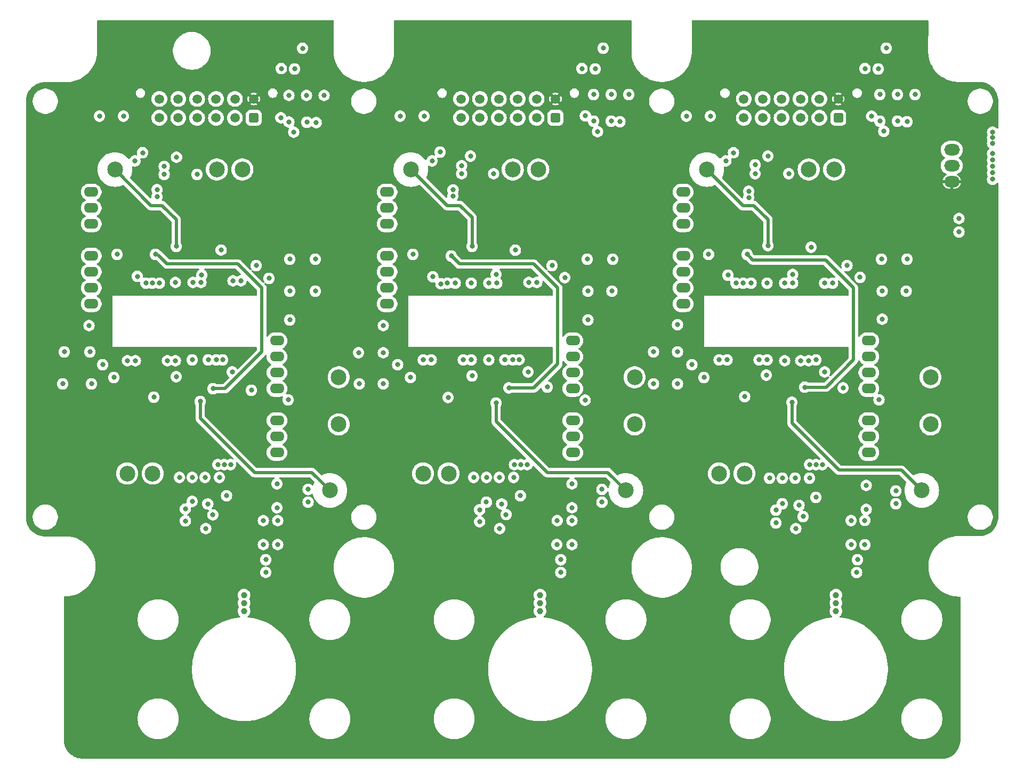
<source format=gbr>
%TF.GenerationSoftware,KiCad,Pcbnew,8.0.5-8.0.5-0~ubuntu24.04.1*%
%TF.CreationDate,2024-10-22T13:11:38+03:00*%
%TF.ProjectId,Adapter,41646170-7465-4722-9e6b-696361645f70,rev?*%
%TF.SameCoordinates,Original*%
%TF.FileFunction,Copper,L5,Inr*%
%TF.FilePolarity,Positive*%
%FSLAX46Y46*%
G04 Gerber Fmt 4.6, Leading zero omitted, Abs format (unit mm)*
G04 Created by KiCad (PCBNEW 8.0.5-8.0.5-0~ubuntu24.04.1) date 2024-10-22 13:11:38*
%MOMM*%
%LPD*%
G01*
G04 APERTURE LIST*
G04 Aperture macros list*
%AMRoundRect*
0 Rectangle with rounded corners*
0 $1 Rounding radius*
0 $2 $3 $4 $5 $6 $7 $8 $9 X,Y pos of 4 corners*
0 Add a 4 corners polygon primitive as box body*
4,1,4,$2,$3,$4,$5,$6,$7,$8,$9,$2,$3,0*
0 Add four circle primitives for the rounded corners*
1,1,$1+$1,$2,$3*
1,1,$1+$1,$4,$5*
1,1,$1+$1,$6,$7*
1,1,$1+$1,$8,$9*
0 Add four rect primitives between the rounded corners*
20,1,$1+$1,$2,$3,$4,$5,0*
20,1,$1+$1,$4,$5,$6,$7,0*
20,1,$1+$1,$6,$7,$8,$9,0*
20,1,$1+$1,$8,$9,$2,$3,0*%
G04 Aperture macros list end*
%TA.AperFunction,ComponentPad*%
%ADD10C,1.000000*%
%TD*%
%TA.AperFunction,ComponentPad*%
%ADD11RoundRect,0.250001X0.499999X0.499999X-0.499999X0.499999X-0.499999X-0.499999X0.499999X-0.499999X0*%
%TD*%
%TA.AperFunction,ComponentPad*%
%ADD12C,1.500000*%
%TD*%
%TA.AperFunction,ComponentPad*%
%ADD13O,2.300000X1.600000*%
%TD*%
%TA.AperFunction,ComponentPad*%
%ADD14C,2.500000*%
%TD*%
%TA.AperFunction,ComponentPad*%
%ADD15O,2.500000X1.800000*%
%TD*%
%TA.AperFunction,ViaPad*%
%ADD16C,0.800000*%
%TD*%
%TA.AperFunction,Conductor*%
%ADD17C,0.500000*%
%TD*%
G04 APERTURE END LIST*
D10*
%TO.N,+5V*%
%TO.C,D15*%
X202330785Y-138980000D03*
%TO.N,Net-(D15-Output)*%
X202330785Y-140250000D03*
%TO.N,GND*%
X202330785Y-141520000D03*
%TD*%
D11*
%TO.N,GND*%
%TO.C,J4*%
X202692000Y-63134000D03*
D12*
%TO.N,PWM3_L_N*%
X199692000Y-63134000D03*
%TO.N,Temp_C_P*%
X196692000Y-63134000D03*
%TO.N,~{RST}*%
X193692000Y-63134000D03*
%TO.N,PWM3_H_N*%
X190692000Y-63134000D03*
%TO.N,ERR_C_P*%
X187692000Y-63134000D03*
%TO.N,+15V*%
X202692000Y-60134000D03*
%TO.N,PWM3_L_P*%
X199692000Y-60134000D03*
%TO.N,Temp_C_N*%
X196692000Y-60134000D03*
%TO.N,Current_C_out*%
X193692000Y-60134000D03*
%TO.N,PWM3_H_P*%
X190692000Y-60134000D03*
%TO.N,ERR_C_N*%
X187692000Y-60134000D03*
%TD*%
D13*
%TO.N,GND*%
%TO.C,D4*%
X131028005Y-74929995D03*
%TO.N,Net-(D4-Vin)*%
X131028005Y-77469995D03*
%TO.N,unconnected-(D4-Ctrl-Pad3)*%
X131028005Y-80009995D03*
%TO.N,N/C*%
X131028005Y-85089995D03*
%TO.N,+15V_H2*%
X131028005Y-87629995D03*
%TO.N,E3*%
X131028005Y-90169995D03*
%TO.N,-15V_H2*%
X131028005Y-92709995D03*
%TD*%
%TO.N,GND*%
%TO.C,D17*%
X160528000Y-116332000D03*
%TO.N,Net-(D17-Vin)*%
X160528000Y-113792000D03*
%TO.N,unconnected-(D17-Ctrl-Pad3)*%
X160528000Y-111252000D03*
%TO.N,N/C*%
X160528000Y-106172000D03*
%TO.N,+15V_L2*%
X160528000Y-103632000D03*
%TO.N,E4*%
X160528000Y-101092000D03*
%TO.N,-15V_L2*%
X160528000Y-98552000D03*
%TD*%
%TO.N,GND*%
%TO.C,D16*%
X113538000Y-116332000D03*
%TO.N,Net-(D16-Vin)*%
X113538000Y-113792000D03*
%TO.N,unconnected-(D16-Ctrl-Pad3)*%
X113538000Y-111252000D03*
%TO.N,N/C*%
X113538000Y-106172000D03*
%TO.N,+15V_L1*%
X113538000Y-103632000D03*
%TO.N,E2*%
X113538000Y-101092000D03*
%TO.N,-15V_L1*%
X113538000Y-98552000D03*
%TD*%
%TO.N,GND*%
%TO.C,D18*%
X207553995Y-116332005D03*
%TO.N,Net-(D18-Vin)*%
X207553995Y-113792005D03*
%TO.N,unconnected-(D18-Ctrl-Pad3)*%
X207553995Y-111252005D03*
%TO.N,N/C*%
X207553995Y-106172005D03*
%TO.N,+15V_L3*%
X207553995Y-103632005D03*
%TO.N,E6*%
X207553995Y-101092005D03*
%TO.N,-15V_L3*%
X207553995Y-98552005D03*
%TD*%
D10*
%TO.N,+5V*%
%TO.C,D11*%
X108300000Y-138980000D03*
%TO.N,Net-(D11-Output)*%
X108300000Y-140250000D03*
%TO.N,GND*%
X108300000Y-141520000D03*
%TD*%
D13*
%TO.N,GND*%
%TO.C,D43*%
X84038005Y-74929995D03*
%TO.N,Net-(D43-Vin)*%
X84038005Y-77469995D03*
%TO.N,unconnected-(D43-Ctrl-Pad3)*%
X84038005Y-80009995D03*
%TO.N,N/C*%
X84038005Y-85089995D03*
%TO.N,+15V_H1*%
X84038005Y-87629995D03*
%TO.N,E1*%
X84038005Y-90169995D03*
%TO.N,-15V_H1*%
X84038005Y-92709995D03*
%TD*%
D11*
%TO.N,GND*%
%TO.C,J3*%
X109862000Y-63134000D03*
D12*
%TO.N,PWM1_L_N*%
X106862000Y-63134000D03*
%TO.N,Temp_A_P*%
X103862000Y-63134000D03*
%TO.N,~{RST}*%
X100862000Y-63134000D03*
%TO.N,PWM1_H_N*%
X97862000Y-63134000D03*
%TO.N,ERR_A_P*%
X94862000Y-63134000D03*
%TO.N,+15V*%
X109862000Y-60134000D03*
%TO.N,PWM1_L_P*%
X106862000Y-60134000D03*
%TO.N,Temp_A_N*%
X103862000Y-60134000D03*
%TO.N,Current_A_out*%
X100862000Y-60134000D03*
%TO.N,PWM1_H_P*%
X97862000Y-60134000D03*
%TO.N,ERR_A_N*%
X94862000Y-60134000D03*
%TD*%
D11*
%TO.N,GND*%
%TO.C,J5*%
X157782000Y-63134000D03*
D12*
%TO.N,PWM2_L_N*%
X154782000Y-63134000D03*
%TO.N,Temp_B_P*%
X151782000Y-63134000D03*
%TO.N,~{RST}*%
X148782000Y-63134000D03*
%TO.N,PWM2_H_N*%
X145782000Y-63134000D03*
%TO.N,ERR_B_P*%
X142782000Y-63134000D03*
%TO.N,+15V*%
X157782000Y-60134000D03*
%TO.N,PWM2_L_P*%
X154782000Y-60134000D03*
%TO.N,Temp_B_N*%
X151782000Y-60134000D03*
%TO.N,Current_B_out*%
X148782000Y-60134000D03*
%TO.N,PWM2_H_P*%
X145782000Y-60134000D03*
%TO.N,ERR_B_N*%
X142782000Y-60134000D03*
%TD*%
D13*
%TO.N,GND*%
%TO.C,D10*%
X178054000Y-74930000D03*
%TO.N,Net-(D10-Vin)*%
X178054000Y-77470000D03*
%TO.N,unconnected-(D10-Ctrl-Pad3)*%
X178054000Y-80010000D03*
%TO.N,N/C*%
X178054000Y-85090000D03*
%TO.N,+15V_H3*%
X178054000Y-87630000D03*
%TO.N,E5*%
X178054000Y-90170000D03*
%TO.N,-15V_H3*%
X178054000Y-92710000D03*
%TD*%
D14*
%TO.N,C1*%
%TO.C,J1*%
X121950000Y-122350000D03*
%TO.N,C2*%
X87800000Y-71350000D03*
%TO.N,E1*%
X93800000Y-119650000D03*
%TO.N,E2*%
X104000000Y-71350000D03*
%TO.N,G1*%
X89750000Y-119650000D03*
%TO.N,G2*%
X108050000Y-71350000D03*
%TO.N,T1*%
X123350000Y-104350000D03*
%TO.N,T2*%
X123350000Y-111850000D03*
%TO.N,C3*%
X168950000Y-122350000D03*
%TO.N,C4*%
X134800000Y-71350000D03*
%TO.N,E3*%
X140800000Y-119650000D03*
%TO.N,E4*%
X151000000Y-71350000D03*
%TO.N,G3*%
X136750000Y-119650000D03*
%TO.N,G4*%
X155050000Y-71350000D03*
%TO.N,T3*%
X170350000Y-104350000D03*
%TO.N,T4*%
X170350000Y-111850000D03*
%TO.N,C5*%
X215950000Y-122350000D03*
%TO.N,C6*%
X181800000Y-71350000D03*
%TO.N,E5*%
X187800000Y-119650000D03*
%TO.N,E6*%
X198000000Y-71350000D03*
%TO.N,G5*%
X183750000Y-119650000D03*
%TO.N,G6*%
X202050000Y-71350000D03*
%TO.N,T5*%
X217350000Y-104350000D03*
%TO.N,T6*%
X217350000Y-111850000D03*
%TD*%
D10*
%TO.N,+5V*%
%TO.C,D14*%
X155330785Y-138980000D03*
%TO.N,Net-(D14-Output)*%
X155330785Y-140250000D03*
%TO.N,GND*%
X155330785Y-141520000D03*
%TD*%
D15*
%TO.N,+15V*%
%TO.C,U1*%
X220726000Y-73279000D03*
%TO.N,GND*%
X220726000Y-70739000D03*
%TO.N,+5V*%
X220726000Y-68199000D03*
%TD*%
D16*
%TO.N,C1*%
X101346000Y-108204000D03*
%TO.N,C2*%
X97536000Y-83566000D03*
%TO.N,E1*%
X91059000Y-101727000D03*
X87630000Y-104394000D03*
%TO.N,E2*%
X110236000Y-86614000D03*
X106553000Y-89027000D03*
%TO.N,G1*%
X96139000Y-101727000D03*
%TO.N,G2*%
X101473000Y-89281000D03*
%TO.N,T1*%
X102108000Y-120269000D03*
X98994000Y-125288000D03*
%TO.N,T2*%
X104394000Y-120269000D03*
%TO.N,C3*%
X148336000Y-108458000D03*
%TO.N,C4*%
X144526000Y-83566000D03*
%TO.N,E3*%
X134747000Y-104394000D03*
X138049000Y-101600000D03*
%TO.N,E4*%
X153543000Y-89281000D03*
X157226000Y-86614000D03*
%TO.N,G3*%
X143129000Y-101600000D03*
%TO.N,G4*%
X148463000Y-89408000D03*
%TO.N,T3*%
X148844000Y-120269000D03*
X145730000Y-125415000D03*
%TO.N,T4*%
X151130000Y-120269000D03*
%TO.N,C5*%
X195326000Y-108331000D03*
%TO.N,C6*%
X191516000Y-83439000D03*
%TO.N,E5*%
X185039000Y-101600000D03*
X181356000Y-104394000D03*
%TO.N,E6*%
X204089000Y-86614000D03*
X200533000Y-89408000D03*
%TO.N,G5*%
X190119000Y-101600000D03*
%TO.N,G6*%
X195453000Y-89408000D03*
%TO.N,T5*%
X195834000Y-120396000D03*
X192786000Y-125476000D03*
%TO.N,T6*%
X198120000Y-120396000D03*
%TO.N,GND*%
X227203000Y-72898000D03*
X199136000Y-118237000D03*
X200152000Y-118237000D03*
X141507541Y-74578541D03*
X119634000Y-90678000D03*
X100076000Y-101600000D03*
X94488000Y-75692000D03*
X194818000Y-72009000D03*
X227203000Y-70866000D03*
X207137000Y-125349000D03*
X151257000Y-118237000D03*
X213614000Y-63754000D03*
X188468000Y-75819000D03*
X160401000Y-125095000D03*
X111760000Y-135366000D03*
X158623000Y-135382000D03*
X135128000Y-84836000D03*
X141478000Y-75565000D03*
X105156000Y-118237000D03*
X104140000Y-118237000D03*
X173355000Y-100330000D03*
X89154000Y-62865000D03*
X126492000Y-100457000D03*
X136906000Y-62865000D03*
X188468000Y-74803000D03*
X191389000Y-89408000D03*
X168021000Y-63754000D03*
X186055000Y-68677000D03*
X161986000Y-55306000D03*
X156464000Y-105918000D03*
X119779000Y-63881000D03*
X92202000Y-68677000D03*
X147955000Y-72009000D03*
X144399000Y-89408000D03*
X166751000Y-90678000D03*
X109474000Y-106426000D03*
X227203000Y-69850000D03*
X198120000Y-118237000D03*
X97409000Y-89281000D03*
X221869000Y-81280000D03*
X100838000Y-72136000D03*
X203454000Y-106045000D03*
X227203000Y-68834000D03*
X94488000Y-74549000D03*
X194183000Y-101727000D03*
X147193000Y-101600000D03*
X139446000Y-68580000D03*
X182372000Y-62865000D03*
X205613000Y-135382000D03*
X160401000Y-130937000D03*
X106172000Y-118237000D03*
X213487000Y-90678000D03*
X152273000Y-118237000D03*
X113665000Y-130937000D03*
X79756000Y-100330000D03*
X114234000Y-55306000D03*
X206944000Y-55306000D03*
X227203000Y-71882000D03*
X88138000Y-84836000D03*
X153289000Y-118237000D03*
X206916959Y-130970959D03*
X182096500Y-84836000D03*
X113538000Y-125095000D03*
%TO.N,+5V*%
X153416000Y-103505000D03*
X106426000Y-103505000D03*
X91366959Y-88318959D03*
X160401000Y-121285000D03*
X116332000Y-55372000D03*
X200533000Y-103505000D03*
X178562000Y-62865000D03*
X227203000Y-67183000D03*
X138303000Y-88392000D03*
X115570000Y-90678000D03*
X177165000Y-100330000D03*
X221869000Y-79121000D03*
X185166000Y-88138000D03*
X209042000Y-55372000D03*
X164084000Y-55372000D03*
X227203000Y-66294000D03*
X144272000Y-69215000D03*
X191516000Y-69215000D03*
X209677000Y-90678000D03*
X160401000Y-127127000D03*
X162530000Y-62820000D03*
X90993000Y-69977000D03*
X85344000Y-62865000D03*
X114161280Y-63120621D03*
X162941000Y-90678000D03*
X113538000Y-121285000D03*
X207996397Y-62864448D03*
X133096000Y-62865000D03*
X206905331Y-127104669D03*
X207137000Y-121539000D03*
X184846000Y-69977000D03*
X130429000Y-100457000D03*
X227203000Y-65405000D03*
X83820000Y-100330000D03*
X138176000Y-69977000D03*
X97583000Y-69389000D03*
X113665000Y-127127000D03*
%TO.N,Net-(U11-+)*%
X193802000Y-124460000D03*
X196469000Y-124714000D03*
%TO.N,Net-(U5-VIA)*%
X195951702Y-128409283D03*
X199136000Y-123444000D03*
%TO.N,+15V*%
X169418000Y-63668000D03*
X150622000Y-110490000D03*
X227203000Y-75692000D03*
X103632000Y-111379000D03*
X197612000Y-111125000D03*
X197612000Y-112141000D03*
X150622000Y-111506000D03*
X227203000Y-74676000D03*
X214884000Y-63668000D03*
X141528800Y-79451200D03*
X103632000Y-109347000D03*
X94488000Y-79502000D03*
X121031000Y-63804000D03*
X141528800Y-78486000D03*
X188468000Y-78536800D03*
X94488000Y-78486000D03*
X103632000Y-110363000D03*
X150622000Y-109474000D03*
X188468000Y-79552800D03*
X197612000Y-110109000D03*
X227203000Y-76708000D03*
%TO.N,Net-(D32-DESAT)*%
X97536000Y-104267000D03*
X89789000Y-101727000D03*
%TO.N,+5V_C*%
X191770000Y-120396000D03*
X209169000Y-107950000D03*
X192786000Y-127508000D03*
X204724000Y-127127000D03*
%TO.N,Net-(D31-DESAT)*%
X107823000Y-89027000D03*
X101596303Y-88138000D03*
%TO.N,PWM2_H_P*%
X126619000Y-105410000D03*
%TO.N,PWM2_H_N*%
X130429000Y-105410000D03*
%TO.N,PWM2_L_P*%
X166878000Y-85598000D03*
%TO.N,PWM2_L_N*%
X162814000Y-85598000D03*
%TO.N,PWM1_L_P*%
X119634000Y-85598000D03*
%TO.N,PWM1_L_N*%
X115570000Y-85598000D03*
%TO.N,PWM3_H_P*%
X173355000Y-105410000D03*
%TO.N,PWM3_H_N*%
X177165000Y-105410000D03*
%TO.N,PWM1_H_P*%
X79502000Y-105410000D03*
%TO.N,PWM1_H_N*%
X84074000Y-105410000D03*
%TO.N,PWM3_L_P*%
X213614000Y-85598000D03*
%TO.N,PWM3_L_N*%
X209550000Y-85598000D03*
%TO.N,Temp_A_P*%
X118491000Y-124206000D03*
%TO.N,Temp_A_N*%
X118491000Y-122174000D03*
%TO.N,Net-(D12-A)*%
X115443000Y-59563000D03*
%TO.N,Net-(D13-A)*%
X118237000Y-59563000D03*
%TO.N,-15V_L1*%
X100076000Y-120269000D03*
X111379000Y-130937000D03*
X103355669Y-126215669D03*
X100203000Y-89281000D03*
X112268000Y-88646000D03*
%TO.N,+15V_L1*%
X104671876Y-84144000D03*
%TO.N,+15V_H1*%
X93980000Y-107530000D03*
%TO.N,-15V_H1*%
X97409000Y-101727000D03*
X85852000Y-102362000D03*
%TO.N,+15V_H2*%
X140716000Y-107569000D03*
%TO.N,-15V_H2*%
X144399000Y-101600000D03*
X132715000Y-102362000D03*
%TO.N,+15V_H3*%
X187833000Y-107442000D03*
%TO.N,-15V_H3*%
X179451000Y-102362000D03*
X191389000Y-101600000D03*
%TO.N,PWM_L1*%
X115570000Y-95250000D03*
X94869000Y-89408000D03*
%TO.N,PWM_H1*%
X102616000Y-101600000D03*
X83693000Y-96139000D03*
%TO.N,PWM_L2*%
X162941000Y-95250000D03*
X141859000Y-89408000D03*
%TO.N,PWM_H2*%
X149733000Y-101600000D03*
X130429000Y-96139000D03*
%TO.N,PWM_L3*%
X209677000Y-95123000D03*
X188849000Y-89408000D03*
%TO.N,PWM_H3*%
X196723000Y-101727000D03*
X177165000Y-96012000D03*
%TO.N,Net-(D39-K)*%
X144526000Y-104140000D03*
X136779000Y-101600000D03*
%TO.N,Net-(D38-DESAT)*%
X154813000Y-89281000D03*
X148336000Y-88011000D03*
%TO.N,Net-(D37-DESAT)*%
X183769000Y-101600000D03*
X191262000Y-104013000D03*
%TO.N,Net-(D44-DESAT)*%
X201803000Y-89408000D03*
X195453000Y-88011000D03*
%TO.N,FLT_A*%
X104902000Y-101600000D03*
X92725997Y-89408000D03*
X95631000Y-72136000D03*
X115443000Y-63795000D03*
%TO.N,RDY_A*%
X116205000Y-65405000D03*
X95631000Y-70866000D03*
X118280000Y-63838000D03*
X103886000Y-101600000D03*
X93726000Y-89408000D03*
%TO.N,Current_A_out*%
X111760000Y-133350000D03*
%TO.N,+15V_L2*%
X151406518Y-84154607D03*
%TO.N,+5V_B*%
X145731000Y-127315000D03*
X162500000Y-108000000D03*
X144780000Y-120269000D03*
X158050000Y-127127000D03*
%TO.N,Net-(U6-VIA)*%
X152208000Y-123190000D03*
X148906000Y-128397000D03*
%TO.N,+15V_L3*%
X198374000Y-83693000D03*
%TO.N,Net-(D19-A)*%
X121031000Y-59563000D03*
%TO.N,Current_B_out*%
X158623000Y-133350000D03*
%TO.N,Current_C_out*%
X205740000Y-133350000D03*
%TO.N,Net-(U4-+)*%
X146810714Y-124204301D03*
X149230458Y-124483173D03*
%TO.N,+5V_A*%
X115316000Y-107950000D03*
X98044000Y-120269000D03*
X111379000Y-127127000D03*
X98994000Y-127188000D03*
%TO.N,Net-(U8-+)*%
X102559458Y-124483173D03*
X100076000Y-124079000D03*
%TO.N,Net-(U9-VIA)*%
X102235000Y-128397000D03*
X105537000Y-123190000D03*
%TO.N,Temp_B_P*%
X165162000Y-124206000D03*
%TO.N,Temp_B_N*%
X165162000Y-122174000D03*
%TO.N,RDY_B*%
X151003000Y-101600000D03*
X164465000Y-65317000D03*
X142875000Y-70739000D03*
X166624000Y-63668000D03*
X140589000Y-89408000D03*
%TO.N,FLT_B*%
X142875000Y-72009000D03*
X152002846Y-101582414D03*
X139593756Y-89505409D03*
X163830000Y-63668000D03*
%TO.N,RDY_C*%
X189484000Y-70612000D03*
X187579000Y-89408000D03*
X197993000Y-101727000D03*
X212090000Y-63668000D03*
X209931000Y-65278000D03*
%TO.N,FLT_C*%
X209296000Y-63668000D03*
X189484000Y-72009000D03*
X199136000Y-101600000D03*
X186436000Y-89408000D03*
%TO.N,Net-(D27-A)*%
X163830000Y-59436000D03*
%TO.N,Net-(D28-A)*%
X166624000Y-59436000D03*
%TO.N,Net-(D29-A)*%
X169418000Y-59436000D03*
%TO.N,Net-(D30-A)*%
X209296000Y-59436000D03*
%TO.N,Net-(D49-A)*%
X212090000Y-59436000D03*
%TO.N,Net-(D50-A)*%
X214884000Y-59436000D03*
%TO.N,Temp_C_P*%
X211836000Y-124460000D03*
%TO.N,Temp_C_N*%
X211836000Y-122428000D03*
%TO.N,-15V_L3*%
X206159500Y-88480500D03*
X193802000Y-120396000D03*
X197104000Y-126492000D03*
X194183000Y-89408000D03*
X204724000Y-130937000D03*
%TO.N,-15V_L2*%
X149924959Y-126175959D03*
X157988000Y-130937000D03*
X146812000Y-120269000D03*
X147193000Y-89408000D03*
X159258000Y-88519000D03*
%TO.N,~{RST_B}*%
X150368000Y-106045000D03*
X141224000Y-85090000D03*
X165354000Y-52070000D03*
%TO.N,~{RST_A}*%
X94234000Y-84836000D03*
X103378000Y-106172000D03*
X117602000Y-52086000D03*
%TO.N,~{RST_C}*%
X197374000Y-105934000D03*
X210312000Y-52070000D03*
X188214000Y-84836000D03*
%TD*%
D17*
%TO.N,C1*%
X119107000Y-119507000D02*
X121950000Y-122350000D01*
X109982000Y-119507000D02*
X119107000Y-119507000D01*
X101346000Y-110871000D02*
X109982000Y-119507000D01*
X101346000Y-108204000D02*
X101346000Y-110871000D01*
%TO.N,C2*%
X97536000Y-79318234D02*
X97536000Y-83566000D01*
X95306766Y-77089000D02*
X97536000Y-79318234D01*
X93539000Y-77089000D02*
X95306766Y-77089000D01*
X87800000Y-71350000D02*
X93539000Y-77089000D01*
%TO.N,C3*%
X156464000Y-119507000D02*
X166107000Y-119507000D01*
X148336000Y-108458000D02*
X148336000Y-111379000D01*
X166107000Y-119507000D02*
X168950000Y-122350000D01*
X148336000Y-111379000D02*
X156464000Y-119507000D01*
%TO.N,C4*%
X144526000Y-78994000D02*
X144526000Y-83566000D01*
X134841441Y-71350000D02*
X140580441Y-77089000D01*
X142621000Y-77089000D02*
X144526000Y-78994000D01*
X140580441Y-77089000D02*
X142621000Y-77089000D01*
X134800000Y-71350000D02*
X134841441Y-71350000D01*
%TO.N,C5*%
X212726000Y-119126000D02*
X215950000Y-122350000D01*
X195326000Y-111633000D02*
X202819000Y-119126000D01*
X195326000Y-108331000D02*
X195326000Y-111633000D01*
X202819000Y-119126000D02*
X212726000Y-119126000D01*
%TO.N,C6*%
X187539000Y-77089000D02*
X189306766Y-77089000D01*
X189306766Y-77089000D02*
X191516000Y-79298234D01*
X191516000Y-79298234D02*
X191516000Y-83439000D01*
X181800000Y-71350000D02*
X187539000Y-77089000D01*
%TO.N,~{RST_B}*%
X154305000Y-86360000D02*
X142494000Y-86360000D01*
X158115000Y-90170000D02*
X154305000Y-86360000D01*
X154305000Y-106045000D02*
X158115000Y-102235000D01*
X142494000Y-86360000D02*
X141224000Y-85090000D01*
X150368000Y-106045000D02*
X154305000Y-106045000D01*
X158115000Y-102235000D02*
X158115000Y-90170000D01*
%TO.N,~{RST_A}*%
X103378000Y-106172000D02*
X105283000Y-106172000D01*
X105283000Y-106172000D02*
X111125000Y-100330000D01*
X111125000Y-100330000D02*
X111125000Y-90170000D01*
X111125000Y-90170000D02*
X107315000Y-86360000D01*
X107315000Y-86360000D02*
X96077000Y-86360000D01*
X96077000Y-86360000D02*
X94711000Y-84994000D01*
%TO.N,~{RST_C}*%
X200771000Y-105934000D02*
X205105000Y-101600000D01*
X200660000Y-85725000D02*
X189103000Y-85725000D01*
X189103000Y-85725000D02*
X188214000Y-84836000D01*
X205105000Y-90170000D02*
X200660000Y-85725000D01*
X197374000Y-105934000D02*
X200771000Y-105934000D01*
X205105000Y-101600000D02*
X205105000Y-90170000D01*
%TD*%
%TA.AperFunction,Conductor*%
%TO.N,+15V*%
G36*
X216942894Y-47619685D02*
G01*
X216988649Y-47672489D01*
X216999855Y-47724145D01*
X216994073Y-52661302D01*
X216994639Y-52666341D01*
X216996361Y-52837719D01*
X216997617Y-52851442D01*
X217006378Y-52947144D01*
X217036833Y-53279809D01*
X217117948Y-53716249D01*
X217117954Y-53716273D01*
X217239021Y-54143352D01*
X217239025Y-54143366D01*
X217239029Y-54143378D01*
X217239030Y-54143379D01*
X217399016Y-54557461D01*
X217399020Y-54557470D01*
X217469402Y-54699111D01*
X217596566Y-54955024D01*
X217829979Y-55332642D01*
X217967080Y-55514455D01*
X218097263Y-55687095D01*
X218097269Y-55687102D01*
X218362933Y-55978888D01*
X218396134Y-56015353D01*
X218724038Y-56314611D01*
X219078174Y-56582314D01*
X219455516Y-56816173D01*
X219852840Y-57014190D01*
X220266751Y-57174673D01*
X220266766Y-57174677D01*
X220266771Y-57174679D01*
X220442182Y-57224627D01*
X220693712Y-57296252D01*
X220972185Y-57348348D01*
X221130063Y-57377884D01*
X221130065Y-57377884D01*
X221130075Y-57377886D01*
X221572112Y-57418880D01*
X221794079Y-57421320D01*
X225102572Y-57421322D01*
X225104027Y-57421333D01*
X225265581Y-57423597D01*
X225277702Y-57424364D01*
X225574559Y-57457812D01*
X225599306Y-57460601D01*
X225613015Y-57462930D01*
X225927687Y-57534752D01*
X225941049Y-57538601D01*
X226245719Y-57645209D01*
X226258542Y-57650521D01*
X226549348Y-57790564D01*
X226561518Y-57797290D01*
X226834807Y-57969006D01*
X226846148Y-57977052D01*
X227098503Y-58178295D01*
X227108871Y-58187561D01*
X227337097Y-58415782D01*
X227346363Y-58426150D01*
X227547607Y-58678496D01*
X227555654Y-58689837D01*
X227727377Y-58963124D01*
X227734103Y-58975293D01*
X227874150Y-59266089D01*
X227879472Y-59278936D01*
X227986080Y-59583585D01*
X227989930Y-59596947D01*
X228061759Y-59911623D01*
X228064088Y-59925332D01*
X228100328Y-60246906D01*
X228101096Y-60259099D01*
X228103299Y-60420445D01*
X228103311Y-60422138D01*
X228103311Y-64736089D01*
X228083626Y-64803128D01*
X228030822Y-64848883D01*
X227961664Y-64858827D01*
X227898108Y-64829802D01*
X227887161Y-64819062D01*
X227872814Y-64803128D01*
X227808871Y-64732112D01*
X227785573Y-64715185D01*
X227655734Y-64620851D01*
X227655729Y-64620848D01*
X227482807Y-64543857D01*
X227482802Y-64543855D01*
X227327699Y-64510888D01*
X227297646Y-64504500D01*
X227108354Y-64504500D01*
X227078301Y-64510888D01*
X226923197Y-64543855D01*
X226923192Y-64543857D01*
X226750270Y-64620848D01*
X226750265Y-64620851D01*
X226597129Y-64732111D01*
X226470466Y-64872785D01*
X226375821Y-65036715D01*
X226375818Y-65036722D01*
X226317327Y-65216740D01*
X226317326Y-65216744D01*
X226297540Y-65405000D01*
X226317326Y-65593256D01*
X226317327Y-65593259D01*
X226375821Y-65773285D01*
X226384028Y-65787500D01*
X226400501Y-65855400D01*
X226384028Y-65911500D01*
X226375821Y-65925714D01*
X226354970Y-65989888D01*
X226317326Y-66105744D01*
X226297540Y-66294000D01*
X226317326Y-66482256D01*
X226317327Y-66482259D01*
X226375821Y-66662285D01*
X226384028Y-66676500D01*
X226400501Y-66744400D01*
X226384028Y-66800500D01*
X226375821Y-66814714D01*
X226347751Y-66901105D01*
X226317326Y-66994744D01*
X226297540Y-67183000D01*
X226317326Y-67371256D01*
X226317327Y-67371259D01*
X226375818Y-67551277D01*
X226375821Y-67551284D01*
X226470467Y-67715216D01*
X226597129Y-67855888D01*
X226667632Y-67907111D01*
X226669106Y-67908182D01*
X226711771Y-67963512D01*
X226717750Y-68033125D01*
X226685144Y-68094920D01*
X226669106Y-68108818D01*
X226597127Y-68161113D01*
X226470466Y-68301785D01*
X226375821Y-68465715D01*
X226375818Y-68465722D01*
X226330613Y-68604851D01*
X226317326Y-68645744D01*
X226297540Y-68834000D01*
X226317326Y-69022256D01*
X226317327Y-69022259D01*
X226375820Y-69202283D01*
X226420690Y-69280001D01*
X226437162Y-69347901D01*
X226420690Y-69403999D01*
X226375820Y-69481716D01*
X226317327Y-69661740D01*
X226317326Y-69661744D01*
X226297540Y-69850000D01*
X226317326Y-70038256D01*
X226317327Y-70038259D01*
X226375820Y-70218283D01*
X226420690Y-70296001D01*
X226437162Y-70363901D01*
X226420690Y-70419999D01*
X226375820Y-70497716D01*
X226333236Y-70628778D01*
X226317326Y-70677744D01*
X226297540Y-70866000D01*
X226317326Y-71054256D01*
X226317327Y-71054259D01*
X226375820Y-71234283D01*
X226420690Y-71312001D01*
X226437162Y-71379901D01*
X226420690Y-71435999D01*
X226375820Y-71513716D01*
X226317327Y-71693740D01*
X226317326Y-71693744D01*
X226297540Y-71882000D01*
X226317326Y-72070256D01*
X226317327Y-72070259D01*
X226375820Y-72250283D01*
X226420690Y-72328001D01*
X226437162Y-72395901D01*
X226420690Y-72451999D01*
X226375820Y-72529716D01*
X226317327Y-72709740D01*
X226317326Y-72709744D01*
X226297540Y-72898000D01*
X226317326Y-73086256D01*
X226317327Y-73086259D01*
X226375818Y-73266277D01*
X226375821Y-73266284D01*
X226470467Y-73430216D01*
X226559413Y-73529000D01*
X226597129Y-73570888D01*
X226750265Y-73682148D01*
X226750270Y-73682151D01*
X226923192Y-73759142D01*
X226923197Y-73759144D01*
X227108354Y-73798500D01*
X227108355Y-73798500D01*
X227297644Y-73798500D01*
X227297646Y-73798500D01*
X227482803Y-73759144D01*
X227655730Y-73682151D01*
X227808871Y-73570888D01*
X227887161Y-73483937D01*
X227946648Y-73447289D01*
X228016505Y-73448620D01*
X228074553Y-73487506D01*
X228102363Y-73551603D01*
X228103311Y-73566910D01*
X228103311Y-126599106D01*
X228103299Y-126600853D01*
X228101025Y-126762249D01*
X228100257Y-126774392D01*
X228064004Y-127095986D01*
X228061674Y-127109694D01*
X227989840Y-127424353D01*
X227985990Y-127437714D01*
X227879381Y-127742348D01*
X227874060Y-127755193D01*
X227734012Y-128045987D01*
X227727285Y-128058157D01*
X227555561Y-128331442D01*
X227547516Y-128342781D01*
X227346280Y-128595119D01*
X227337014Y-128605487D01*
X227108795Y-128833707D01*
X227098428Y-128842972D01*
X226846091Y-129044209D01*
X226834751Y-129052256D01*
X226561459Y-129223984D01*
X226549290Y-129230709D01*
X226258513Y-129370752D01*
X226245667Y-129376074D01*
X225941027Y-129482686D01*
X225927667Y-129486536D01*
X225612996Y-129558374D01*
X225599288Y-129560703D01*
X225277715Y-129596956D01*
X225265563Y-129597725D01*
X225104165Y-129599989D01*
X225102426Y-129600001D01*
X221858041Y-129600000D01*
X221830771Y-129591992D01*
X221617491Y-129595851D01*
X221580804Y-129596515D01*
X221265693Y-129627551D01*
X221144592Y-129639479D01*
X221144574Y-129639481D01*
X220714093Y-129721976D01*
X220714083Y-129721978D01*
X220292887Y-129843323D01*
X220292883Y-129843324D01*
X219884481Y-130002511D01*
X219884480Y-130002511D01*
X219884479Y-130002512D01*
X219669434Y-130109814D01*
X219492258Y-130198220D01*
X219119487Y-130428820D01*
X218769247Y-130692405D01*
X218444488Y-130986754D01*
X218444469Y-130986773D01*
X218147847Y-131309472D01*
X218147841Y-131309479D01*
X217881828Y-131657841D01*
X217881811Y-131657865D01*
X217648621Y-132028991D01*
X217648618Y-132028996D01*
X217450172Y-132419828D01*
X217450169Y-132419835D01*
X217288120Y-132827126D01*
X217163835Y-133247445D01*
X217163832Y-133247456D01*
X217163832Y-133247459D01*
X217143447Y-133349945D01*
X217078321Y-133677367D01*
X217078320Y-133677372D01*
X217032303Y-134113271D01*
X217032303Y-134113272D01*
X217026161Y-134551565D01*
X217026162Y-134551587D01*
X217059943Y-134988584D01*
X217059945Y-134988602D01*
X217133372Y-135420734D01*
X217133373Y-135420738D01*
X217245834Y-135844390D01*
X217245835Y-135844391D01*
X217245836Y-135844394D01*
X217396401Y-136256055D01*
X217583818Y-136652300D01*
X217806529Y-137029838D01*
X218062685Y-137385533D01*
X218350158Y-137716432D01*
X218457982Y-137819809D01*
X218666543Y-138019769D01*
X218666555Y-138019779D01*
X218666562Y-138019786D01*
X218666571Y-138019793D01*
X218666572Y-138019794D01*
X219009260Y-138293069D01*
X219009263Y-138293072D01*
X219009268Y-138293075D01*
X219009269Y-138293076D01*
X219375431Y-138534032D01*
X219543962Y-138624110D01*
X219761993Y-138740646D01*
X219761999Y-138740649D01*
X219762009Y-138740654D01*
X220165792Y-138911225D01*
X220583427Y-139044328D01*
X220583432Y-139044329D01*
X220583435Y-139044330D01*
X220797435Y-139091593D01*
X221011444Y-139138859D01*
X221446290Y-139194032D01*
X221884353Y-139209389D01*
X221884353Y-139209388D01*
X221884355Y-139209389D01*
X221893722Y-139208967D01*
X221973733Y-139205363D01*
X222041588Y-139222010D01*
X222089673Y-139272702D01*
X222103311Y-139329237D01*
X222103311Y-161999112D01*
X222103299Y-162000854D01*
X222101031Y-162162249D01*
X222100263Y-162174394D01*
X222064018Y-162495987D01*
X222061688Y-162509696D01*
X221989860Y-162824352D01*
X221986010Y-162837714D01*
X221879404Y-163142350D01*
X221874083Y-163155196D01*
X221734039Y-163445985D01*
X221727312Y-163458155D01*
X221555590Y-163731437D01*
X221547544Y-163742777D01*
X221346304Y-163995115D01*
X221337038Y-164005484D01*
X221108810Y-164233705D01*
X221098442Y-164242970D01*
X220846111Y-164444192D01*
X220834770Y-164452238D01*
X220561478Y-164623955D01*
X220549307Y-164630682D01*
X220258512Y-164770718D01*
X220245667Y-164776039D01*
X219941024Y-164882638D01*
X219927661Y-164886487D01*
X219613002Y-164958304D01*
X219599294Y-164960633D01*
X219277675Y-164996872D01*
X219265594Y-164997639D01*
X219104211Y-164999986D01*
X219102388Y-164999999D01*
X82677435Y-164977852D01*
X82675741Y-164977840D01*
X82514375Y-164975609D01*
X82502100Y-164974829D01*
X82180592Y-164938325D01*
X82166781Y-164935961D01*
X81852261Y-164863607D01*
X81838806Y-164859699D01*
X81534468Y-164752329D01*
X81521539Y-164746928D01*
X81231258Y-164605910D01*
X81219022Y-164599086D01*
X80946502Y-164426220D01*
X80935112Y-164418058D01*
X80683831Y-164215548D01*
X80673436Y-164206154D01*
X80446595Y-163976580D01*
X80437338Y-163966084D01*
X80237853Y-163712394D01*
X80229830Y-163700911D01*
X80060238Y-163426335D01*
X80053561Y-163414018D01*
X79916029Y-163122064D01*
X79910785Y-163109076D01*
X79807063Y-162803460D01*
X79803322Y-162789978D01*
X79734740Y-162474601D01*
X79732545Y-162460789D01*
X79699892Y-162138836D01*
X79699260Y-162126578D01*
X79698962Y-161964325D01*
X79698962Y-158465313D01*
X91409500Y-158465313D01*
X91409500Y-158784687D01*
X91409953Y-158789282D01*
X91440803Y-159102522D01*
X91503109Y-159415754D01*
X91595820Y-159721382D01*
X91718040Y-160016446D01*
X91718042Y-160016451D01*
X91868584Y-160298094D01*
X91868601Y-160298122D01*
X92046012Y-160563638D01*
X92046029Y-160563661D01*
X92248638Y-160810540D01*
X92474459Y-161036361D01*
X92474464Y-161036365D01*
X92474465Y-161036366D01*
X92721344Y-161238975D01*
X92721351Y-161238980D01*
X92721361Y-161238987D01*
X92986877Y-161416398D01*
X92986882Y-161416401D01*
X92986894Y-161416409D01*
X92986903Y-161416413D01*
X92986905Y-161416415D01*
X93268548Y-161566957D01*
X93268550Y-161566957D01*
X93268556Y-161566961D01*
X93563619Y-161689180D01*
X93869240Y-161781889D01*
X94182477Y-161844196D01*
X94500313Y-161875500D01*
X94500316Y-161875500D01*
X94819684Y-161875500D01*
X94819687Y-161875500D01*
X95137523Y-161844196D01*
X95450760Y-161781889D01*
X95756381Y-161689180D01*
X96051444Y-161566961D01*
X96333106Y-161416409D01*
X96598656Y-161238975D01*
X96845535Y-161036366D01*
X97071366Y-160810535D01*
X97273975Y-160563656D01*
X97451409Y-160298106D01*
X97601961Y-160016444D01*
X97724180Y-159721381D01*
X97816889Y-159415760D01*
X97879196Y-159102523D01*
X97910500Y-158784687D01*
X97910500Y-158465313D01*
X97879196Y-158147477D01*
X97816889Y-157834240D01*
X97724180Y-157528619D01*
X97601961Y-157233556D01*
X97547220Y-157131144D01*
X97451415Y-156951905D01*
X97451413Y-156951903D01*
X97451409Y-156951894D01*
X97333193Y-156774970D01*
X97273987Y-156686361D01*
X97273980Y-156686351D01*
X97273975Y-156686344D01*
X97071366Y-156439465D01*
X97071365Y-156439464D01*
X97071361Y-156439459D01*
X96845540Y-156213638D01*
X96598661Y-156011029D01*
X96598638Y-156011012D01*
X96333122Y-155833601D01*
X96333094Y-155833584D01*
X96051451Y-155683042D01*
X96051446Y-155683040D01*
X95756382Y-155560820D01*
X95450754Y-155468109D01*
X95137521Y-155405803D01*
X95137522Y-155405803D01*
X94898141Y-155382227D01*
X94819687Y-155374500D01*
X94500313Y-155374500D01*
X94427822Y-155381639D01*
X94182477Y-155405803D01*
X93869245Y-155468109D01*
X93563617Y-155560820D01*
X93268553Y-155683040D01*
X93268548Y-155683042D01*
X92986905Y-155833584D01*
X92986877Y-155833601D01*
X92721361Y-156011012D01*
X92721338Y-156011029D01*
X92474459Y-156213638D01*
X92248638Y-156439459D01*
X92046029Y-156686338D01*
X92046012Y-156686361D01*
X91868601Y-156951877D01*
X91868584Y-156951905D01*
X91718042Y-157233548D01*
X91718040Y-157233553D01*
X91595820Y-157528617D01*
X91503109Y-157834245D01*
X91440803Y-158147477D01*
X91428824Y-158269108D01*
X91409500Y-158465313D01*
X79698962Y-158465313D01*
X79698961Y-150479907D01*
X100049500Y-150479907D01*
X100049500Y-151020093D01*
X100074438Y-151400585D01*
X100084830Y-151559129D01*
X100155337Y-152094687D01*
X100155339Y-152094698D01*
X100260717Y-152624472D01*
X100260721Y-152624490D01*
X100400534Y-153146278D01*
X100400536Y-153146286D01*
X100574170Y-153657793D01*
X100574174Y-153657804D01*
X100780892Y-154156866D01*
X101019810Y-154641342D01*
X101289898Y-155109149D01*
X101289914Y-155109174D01*
X101590016Y-155558308D01*
X101918855Y-155986859D01*
X101918860Y-155986864D01*
X101918861Y-155986866D01*
X102275030Y-156393000D01*
X102657000Y-156774970D01*
X103063134Y-157131139D01*
X103063140Y-157131144D01*
X103491691Y-157459983D01*
X103940825Y-157760085D01*
X103940850Y-157760101D01*
X104408657Y-158030189D01*
X104893133Y-158269107D01*
X105128396Y-158366556D01*
X105392204Y-158475829D01*
X105715712Y-158585645D01*
X105903713Y-158649463D01*
X105903717Y-158649464D01*
X105903723Y-158649466D01*
X106425504Y-158789277D01*
X106425508Y-158789277D01*
X106425509Y-158789278D01*
X106425527Y-158789282D01*
X106942078Y-158892029D01*
X106955311Y-158894662D01*
X107490876Y-158965170D01*
X108029907Y-159000500D01*
X108029918Y-159000500D01*
X108570082Y-159000500D01*
X108570093Y-159000500D01*
X109109124Y-158965170D01*
X109644689Y-158894662D01*
X109899668Y-158843943D01*
X110174472Y-158789282D01*
X110174481Y-158789279D01*
X110174496Y-158789277D01*
X110696277Y-158649466D01*
X111207796Y-158475829D01*
X111233184Y-158465313D01*
X118689500Y-158465313D01*
X118689500Y-158784687D01*
X118689953Y-158789282D01*
X118720803Y-159102522D01*
X118783109Y-159415754D01*
X118875820Y-159721382D01*
X118998040Y-160016446D01*
X118998042Y-160016451D01*
X119148584Y-160298094D01*
X119148601Y-160298122D01*
X119326012Y-160563638D01*
X119326029Y-160563661D01*
X119528638Y-160810540D01*
X119754459Y-161036361D01*
X119754464Y-161036365D01*
X119754465Y-161036366D01*
X120001344Y-161238975D01*
X120001351Y-161238980D01*
X120001361Y-161238987D01*
X120266877Y-161416398D01*
X120266882Y-161416401D01*
X120266894Y-161416409D01*
X120266903Y-161416413D01*
X120266905Y-161416415D01*
X120548548Y-161566957D01*
X120548550Y-161566957D01*
X120548556Y-161566961D01*
X120843619Y-161689180D01*
X121149240Y-161781889D01*
X121462477Y-161844196D01*
X121780313Y-161875500D01*
X121780316Y-161875500D01*
X122099684Y-161875500D01*
X122099687Y-161875500D01*
X122417523Y-161844196D01*
X122730760Y-161781889D01*
X123036381Y-161689180D01*
X123331444Y-161566961D01*
X123613106Y-161416409D01*
X123878656Y-161238975D01*
X124125535Y-161036366D01*
X124351366Y-160810535D01*
X124553975Y-160563656D01*
X124731409Y-160298106D01*
X124881961Y-160016444D01*
X125004180Y-159721381D01*
X125096889Y-159415760D01*
X125159196Y-159102523D01*
X125190500Y-158784687D01*
X125190500Y-158465313D01*
X138440285Y-158465313D01*
X138440285Y-158784687D01*
X138440738Y-158789282D01*
X138471588Y-159102522D01*
X138533894Y-159415754D01*
X138626605Y-159721382D01*
X138748825Y-160016446D01*
X138748827Y-160016451D01*
X138899369Y-160298094D01*
X138899386Y-160298122D01*
X139076797Y-160563638D01*
X139076814Y-160563661D01*
X139279423Y-160810540D01*
X139505244Y-161036361D01*
X139505249Y-161036365D01*
X139505250Y-161036366D01*
X139752129Y-161238975D01*
X139752136Y-161238980D01*
X139752146Y-161238987D01*
X140017662Y-161416398D01*
X140017667Y-161416401D01*
X140017679Y-161416409D01*
X140017688Y-161416413D01*
X140017690Y-161416415D01*
X140299333Y-161566957D01*
X140299335Y-161566957D01*
X140299341Y-161566961D01*
X140594404Y-161689180D01*
X140900025Y-161781889D01*
X141213262Y-161844196D01*
X141531098Y-161875500D01*
X141531101Y-161875500D01*
X141850469Y-161875500D01*
X141850472Y-161875500D01*
X142168308Y-161844196D01*
X142481545Y-161781889D01*
X142787166Y-161689180D01*
X143082229Y-161566961D01*
X143363891Y-161416409D01*
X143629441Y-161238975D01*
X143876320Y-161036366D01*
X144102151Y-160810535D01*
X144304760Y-160563656D01*
X144482194Y-160298106D01*
X144632746Y-160016444D01*
X144754965Y-159721381D01*
X144847674Y-159415760D01*
X144909981Y-159102523D01*
X144941285Y-158784687D01*
X144941285Y-158465313D01*
X144909981Y-158147477D01*
X144847674Y-157834240D01*
X144754965Y-157528619D01*
X144632746Y-157233556D01*
X144578005Y-157131144D01*
X144482200Y-156951905D01*
X144482198Y-156951903D01*
X144482194Y-156951894D01*
X144363978Y-156774970D01*
X144304772Y-156686361D01*
X144304765Y-156686351D01*
X144304760Y-156686344D01*
X144102151Y-156439465D01*
X144102150Y-156439464D01*
X144102146Y-156439459D01*
X143876325Y-156213638D01*
X143629446Y-156011029D01*
X143629423Y-156011012D01*
X143363907Y-155833601D01*
X143363879Y-155833584D01*
X143082236Y-155683042D01*
X143082231Y-155683040D01*
X142787167Y-155560820D01*
X142481539Y-155468109D01*
X142168306Y-155405803D01*
X142168307Y-155405803D01*
X141928926Y-155382227D01*
X141850472Y-155374500D01*
X141531098Y-155374500D01*
X141458607Y-155381639D01*
X141213262Y-155405803D01*
X140900030Y-155468109D01*
X140594402Y-155560820D01*
X140299338Y-155683040D01*
X140299333Y-155683042D01*
X140017690Y-155833584D01*
X140017662Y-155833601D01*
X139752146Y-156011012D01*
X139752123Y-156011029D01*
X139505244Y-156213638D01*
X139279423Y-156439459D01*
X139076814Y-156686338D01*
X139076797Y-156686361D01*
X138899386Y-156951877D01*
X138899369Y-156951905D01*
X138748827Y-157233548D01*
X138748825Y-157233553D01*
X138626605Y-157528617D01*
X138533894Y-157834245D01*
X138471588Y-158147477D01*
X138459609Y-158269108D01*
X138440285Y-158465313D01*
X125190500Y-158465313D01*
X125159196Y-158147477D01*
X125096889Y-157834240D01*
X125004180Y-157528619D01*
X124881961Y-157233556D01*
X124827220Y-157131144D01*
X124731415Y-156951905D01*
X124731413Y-156951903D01*
X124731409Y-156951894D01*
X124613193Y-156774970D01*
X124553987Y-156686361D01*
X124553980Y-156686351D01*
X124553975Y-156686344D01*
X124351366Y-156439465D01*
X124351365Y-156439464D01*
X124351361Y-156439459D01*
X124125540Y-156213638D01*
X123878661Y-156011029D01*
X123878638Y-156011012D01*
X123613122Y-155833601D01*
X123613094Y-155833584D01*
X123331451Y-155683042D01*
X123331446Y-155683040D01*
X123036382Y-155560820D01*
X122730754Y-155468109D01*
X122417521Y-155405803D01*
X122417522Y-155405803D01*
X122178141Y-155382227D01*
X122099687Y-155374500D01*
X121780313Y-155374500D01*
X121707822Y-155381639D01*
X121462477Y-155405803D01*
X121149245Y-155468109D01*
X120843617Y-155560820D01*
X120548553Y-155683040D01*
X120548548Y-155683042D01*
X120266905Y-155833584D01*
X120266877Y-155833601D01*
X120001361Y-156011012D01*
X120001338Y-156011029D01*
X119754459Y-156213638D01*
X119528638Y-156439459D01*
X119326029Y-156686338D01*
X119326012Y-156686361D01*
X119148601Y-156951877D01*
X119148584Y-156951905D01*
X118998042Y-157233548D01*
X118998040Y-157233553D01*
X118875820Y-157528617D01*
X118783109Y-157834245D01*
X118720803Y-158147477D01*
X118708824Y-158269108D01*
X118689500Y-158465313D01*
X111233184Y-158465313D01*
X111706864Y-158269108D01*
X112191342Y-158030189D01*
X112659158Y-157760096D01*
X113108307Y-157459984D01*
X113536866Y-157131139D01*
X113943000Y-156774970D01*
X114324970Y-156393000D01*
X114681139Y-155986866D01*
X115009984Y-155558307D01*
X115310096Y-155109158D01*
X115580189Y-154641342D01*
X115819108Y-154156864D01*
X116025829Y-153657796D01*
X116199466Y-153146277D01*
X116339277Y-152624496D01*
X116444662Y-152094689D01*
X116515170Y-151559124D01*
X116550500Y-151020093D01*
X116550500Y-150479907D01*
X147080285Y-150479907D01*
X147080285Y-151020093D01*
X147105223Y-151400585D01*
X147115615Y-151559129D01*
X147186122Y-152094687D01*
X147186124Y-152094698D01*
X147291502Y-152624472D01*
X147291506Y-152624490D01*
X147431319Y-153146278D01*
X147431321Y-153146286D01*
X147604955Y-153657793D01*
X147604959Y-153657804D01*
X147811677Y-154156866D01*
X148050595Y-154641342D01*
X148320683Y-155109149D01*
X148320699Y-155109174D01*
X148620801Y-155558308D01*
X148949640Y-155986859D01*
X148949645Y-155986864D01*
X148949646Y-155986866D01*
X149305815Y-156393000D01*
X149687785Y-156774970D01*
X150093919Y-157131139D01*
X150093925Y-157131144D01*
X150522476Y-157459983D01*
X150971610Y-157760085D01*
X150971635Y-157760101D01*
X151439442Y-158030189D01*
X151923918Y-158269107D01*
X152159181Y-158366556D01*
X152422989Y-158475829D01*
X152746497Y-158585645D01*
X152934498Y-158649463D01*
X152934502Y-158649464D01*
X152934508Y-158649466D01*
X153456289Y-158789277D01*
X153456293Y-158789277D01*
X153456294Y-158789278D01*
X153456312Y-158789282D01*
X153972863Y-158892029D01*
X153986096Y-158894662D01*
X154521661Y-158965170D01*
X155060692Y-159000500D01*
X155060703Y-159000500D01*
X155600867Y-159000500D01*
X155600878Y-159000500D01*
X156139909Y-158965170D01*
X156675474Y-158894662D01*
X156930453Y-158843943D01*
X157205257Y-158789282D01*
X157205266Y-158789279D01*
X157205281Y-158789277D01*
X157727062Y-158649466D01*
X158238581Y-158475829D01*
X158263969Y-158465313D01*
X165720285Y-158465313D01*
X165720285Y-158784687D01*
X165720738Y-158789282D01*
X165751588Y-159102522D01*
X165813894Y-159415754D01*
X165906605Y-159721382D01*
X166028825Y-160016446D01*
X166028827Y-160016451D01*
X166179369Y-160298094D01*
X166179386Y-160298122D01*
X166356797Y-160563638D01*
X166356814Y-160563661D01*
X166559423Y-160810540D01*
X166785244Y-161036361D01*
X166785249Y-161036365D01*
X166785250Y-161036366D01*
X167032129Y-161238975D01*
X167032136Y-161238980D01*
X167032146Y-161238987D01*
X167297662Y-161416398D01*
X167297667Y-161416401D01*
X167297679Y-161416409D01*
X167297688Y-161416413D01*
X167297690Y-161416415D01*
X167579333Y-161566957D01*
X167579335Y-161566957D01*
X167579341Y-161566961D01*
X167874404Y-161689180D01*
X168180025Y-161781889D01*
X168493262Y-161844196D01*
X168811098Y-161875500D01*
X168811101Y-161875500D01*
X169130469Y-161875500D01*
X169130472Y-161875500D01*
X169448308Y-161844196D01*
X169761545Y-161781889D01*
X170067166Y-161689180D01*
X170362229Y-161566961D01*
X170643891Y-161416409D01*
X170909441Y-161238975D01*
X171156320Y-161036366D01*
X171382151Y-160810535D01*
X171584760Y-160563656D01*
X171762194Y-160298106D01*
X171912746Y-160016444D01*
X172034965Y-159721381D01*
X172127674Y-159415760D01*
X172189981Y-159102523D01*
X172221285Y-158784687D01*
X172221285Y-158465313D01*
X185440285Y-158465313D01*
X185440285Y-158784687D01*
X185440738Y-158789282D01*
X185471588Y-159102522D01*
X185533894Y-159415754D01*
X185626605Y-159721382D01*
X185748825Y-160016446D01*
X185748827Y-160016451D01*
X185899369Y-160298094D01*
X185899386Y-160298122D01*
X186076797Y-160563638D01*
X186076814Y-160563661D01*
X186279423Y-160810540D01*
X186505244Y-161036361D01*
X186505249Y-161036365D01*
X186505250Y-161036366D01*
X186752129Y-161238975D01*
X186752136Y-161238980D01*
X186752146Y-161238987D01*
X187017662Y-161416398D01*
X187017667Y-161416401D01*
X187017679Y-161416409D01*
X187017688Y-161416413D01*
X187017690Y-161416415D01*
X187299333Y-161566957D01*
X187299335Y-161566957D01*
X187299341Y-161566961D01*
X187594404Y-161689180D01*
X187900025Y-161781889D01*
X188213262Y-161844196D01*
X188531098Y-161875500D01*
X188531101Y-161875500D01*
X188850469Y-161875500D01*
X188850472Y-161875500D01*
X189168308Y-161844196D01*
X189481545Y-161781889D01*
X189787166Y-161689180D01*
X190082229Y-161566961D01*
X190363891Y-161416409D01*
X190629441Y-161238975D01*
X190876320Y-161036366D01*
X191102151Y-160810535D01*
X191304760Y-160563656D01*
X191482194Y-160298106D01*
X191632746Y-160016444D01*
X191754965Y-159721381D01*
X191847674Y-159415760D01*
X191909981Y-159102523D01*
X191941285Y-158784687D01*
X191941285Y-158465313D01*
X191909981Y-158147477D01*
X191847674Y-157834240D01*
X191754965Y-157528619D01*
X191632746Y-157233556D01*
X191578005Y-157131144D01*
X191482200Y-156951905D01*
X191482198Y-156951903D01*
X191482194Y-156951894D01*
X191363978Y-156774970D01*
X191304772Y-156686361D01*
X191304765Y-156686351D01*
X191304760Y-156686344D01*
X191102151Y-156439465D01*
X191102150Y-156439464D01*
X191102146Y-156439459D01*
X190876325Y-156213638D01*
X190629446Y-156011029D01*
X190629423Y-156011012D01*
X190363907Y-155833601D01*
X190363879Y-155833584D01*
X190082236Y-155683042D01*
X190082231Y-155683040D01*
X189787167Y-155560820D01*
X189481539Y-155468109D01*
X189168306Y-155405803D01*
X189168307Y-155405803D01*
X188928926Y-155382227D01*
X188850472Y-155374500D01*
X188531098Y-155374500D01*
X188458607Y-155381639D01*
X188213262Y-155405803D01*
X187900030Y-155468109D01*
X187594402Y-155560820D01*
X187299338Y-155683040D01*
X187299333Y-155683042D01*
X187017690Y-155833584D01*
X187017662Y-155833601D01*
X186752146Y-156011012D01*
X186752123Y-156011029D01*
X186505244Y-156213638D01*
X186279423Y-156439459D01*
X186076814Y-156686338D01*
X186076797Y-156686361D01*
X185899386Y-156951877D01*
X185899369Y-156951905D01*
X185748827Y-157233548D01*
X185748825Y-157233553D01*
X185626605Y-157528617D01*
X185533894Y-157834245D01*
X185471588Y-158147477D01*
X185459609Y-158269108D01*
X185440285Y-158465313D01*
X172221285Y-158465313D01*
X172189981Y-158147477D01*
X172127674Y-157834240D01*
X172034965Y-157528619D01*
X171912746Y-157233556D01*
X171858005Y-157131144D01*
X171762200Y-156951905D01*
X171762198Y-156951903D01*
X171762194Y-156951894D01*
X171643978Y-156774970D01*
X171584772Y-156686361D01*
X171584765Y-156686351D01*
X171584760Y-156686344D01*
X171382151Y-156439465D01*
X171382150Y-156439464D01*
X171382146Y-156439459D01*
X171156325Y-156213638D01*
X170909446Y-156011029D01*
X170909423Y-156011012D01*
X170643907Y-155833601D01*
X170643879Y-155833584D01*
X170362236Y-155683042D01*
X170362231Y-155683040D01*
X170067167Y-155560820D01*
X169761539Y-155468109D01*
X169448306Y-155405803D01*
X169448307Y-155405803D01*
X169208926Y-155382227D01*
X169130472Y-155374500D01*
X168811098Y-155374500D01*
X168738607Y-155381639D01*
X168493262Y-155405803D01*
X168180030Y-155468109D01*
X167874402Y-155560820D01*
X167579338Y-155683040D01*
X167579333Y-155683042D01*
X167297690Y-155833584D01*
X167297662Y-155833601D01*
X167032146Y-156011012D01*
X167032123Y-156011029D01*
X166785244Y-156213638D01*
X166559423Y-156439459D01*
X166356814Y-156686338D01*
X166356797Y-156686361D01*
X166179386Y-156951877D01*
X166179369Y-156951905D01*
X166028827Y-157233548D01*
X166028825Y-157233553D01*
X165906605Y-157528617D01*
X165813894Y-157834245D01*
X165751588Y-158147477D01*
X165739609Y-158269108D01*
X165720285Y-158465313D01*
X158263969Y-158465313D01*
X158737649Y-158269108D01*
X159222127Y-158030189D01*
X159689943Y-157760096D01*
X160139092Y-157459984D01*
X160567651Y-157131139D01*
X160973785Y-156774970D01*
X161355755Y-156393000D01*
X161711924Y-155986866D01*
X162040769Y-155558307D01*
X162340881Y-155109158D01*
X162610974Y-154641342D01*
X162849893Y-154156864D01*
X163056614Y-153657796D01*
X163230251Y-153146277D01*
X163370062Y-152624496D01*
X163475447Y-152094689D01*
X163545955Y-151559124D01*
X163581285Y-151020093D01*
X163581285Y-150479907D01*
X194080285Y-150479907D01*
X194080285Y-151020093D01*
X194105223Y-151400585D01*
X194115615Y-151559129D01*
X194186122Y-152094687D01*
X194186124Y-152094698D01*
X194291502Y-152624472D01*
X194291506Y-152624490D01*
X194431319Y-153146278D01*
X194431321Y-153146286D01*
X194604955Y-153657793D01*
X194604959Y-153657804D01*
X194811677Y-154156866D01*
X195050595Y-154641342D01*
X195320683Y-155109149D01*
X195320699Y-155109174D01*
X195620801Y-155558308D01*
X195949640Y-155986859D01*
X195949645Y-155986864D01*
X195949646Y-155986866D01*
X196305815Y-156393000D01*
X196687785Y-156774970D01*
X197093919Y-157131139D01*
X197093925Y-157131144D01*
X197522476Y-157459983D01*
X197971610Y-157760085D01*
X197971635Y-157760101D01*
X198439442Y-158030189D01*
X198923918Y-158269107D01*
X199159181Y-158366556D01*
X199422989Y-158475829D01*
X199746497Y-158585645D01*
X199934498Y-158649463D01*
X199934502Y-158649464D01*
X199934508Y-158649466D01*
X200456289Y-158789277D01*
X200456293Y-158789277D01*
X200456294Y-158789278D01*
X200456312Y-158789282D01*
X200972863Y-158892029D01*
X200986096Y-158894662D01*
X201521661Y-158965170D01*
X202060692Y-159000500D01*
X202060703Y-159000500D01*
X202600867Y-159000500D01*
X202600878Y-159000500D01*
X203139909Y-158965170D01*
X203675474Y-158894662D01*
X203930453Y-158843943D01*
X204205257Y-158789282D01*
X204205266Y-158789279D01*
X204205281Y-158789277D01*
X204727062Y-158649466D01*
X205238581Y-158475829D01*
X205263969Y-158465313D01*
X212720285Y-158465313D01*
X212720285Y-158784687D01*
X212720738Y-158789282D01*
X212751588Y-159102522D01*
X212813894Y-159415754D01*
X212906605Y-159721382D01*
X213028825Y-160016446D01*
X213028827Y-160016451D01*
X213179369Y-160298094D01*
X213179386Y-160298122D01*
X213356797Y-160563638D01*
X213356814Y-160563661D01*
X213559423Y-160810540D01*
X213785244Y-161036361D01*
X213785249Y-161036365D01*
X213785250Y-161036366D01*
X214032129Y-161238975D01*
X214032136Y-161238980D01*
X214032146Y-161238987D01*
X214297662Y-161416398D01*
X214297667Y-161416401D01*
X214297679Y-161416409D01*
X214297688Y-161416413D01*
X214297690Y-161416415D01*
X214579333Y-161566957D01*
X214579335Y-161566957D01*
X214579341Y-161566961D01*
X214874404Y-161689180D01*
X215180025Y-161781889D01*
X215493262Y-161844196D01*
X215811098Y-161875500D01*
X215811101Y-161875500D01*
X216130469Y-161875500D01*
X216130472Y-161875500D01*
X216448308Y-161844196D01*
X216761545Y-161781889D01*
X217067166Y-161689180D01*
X217362229Y-161566961D01*
X217643891Y-161416409D01*
X217909441Y-161238975D01*
X218156320Y-161036366D01*
X218382151Y-160810535D01*
X218584760Y-160563656D01*
X218762194Y-160298106D01*
X218912746Y-160016444D01*
X219034965Y-159721381D01*
X219127674Y-159415760D01*
X219189981Y-159102523D01*
X219221285Y-158784687D01*
X219221285Y-158465313D01*
X219189981Y-158147477D01*
X219127674Y-157834240D01*
X219034965Y-157528619D01*
X218912746Y-157233556D01*
X218858005Y-157131144D01*
X218762200Y-156951905D01*
X218762198Y-156951903D01*
X218762194Y-156951894D01*
X218643978Y-156774970D01*
X218584772Y-156686361D01*
X218584765Y-156686351D01*
X218584760Y-156686344D01*
X218382151Y-156439465D01*
X218382150Y-156439464D01*
X218382146Y-156439459D01*
X218156325Y-156213638D01*
X217909446Y-156011029D01*
X217909423Y-156011012D01*
X217643907Y-155833601D01*
X217643879Y-155833584D01*
X217362236Y-155683042D01*
X217362231Y-155683040D01*
X217067167Y-155560820D01*
X216761539Y-155468109D01*
X216448306Y-155405803D01*
X216448307Y-155405803D01*
X216208926Y-155382227D01*
X216130472Y-155374500D01*
X215811098Y-155374500D01*
X215738607Y-155381639D01*
X215493262Y-155405803D01*
X215180030Y-155468109D01*
X214874402Y-155560820D01*
X214579338Y-155683040D01*
X214579333Y-155683042D01*
X214297690Y-155833584D01*
X214297662Y-155833601D01*
X214032146Y-156011012D01*
X214032123Y-156011029D01*
X213785244Y-156213638D01*
X213559423Y-156439459D01*
X213356814Y-156686338D01*
X213356797Y-156686361D01*
X213179386Y-156951877D01*
X213179369Y-156951905D01*
X213028827Y-157233548D01*
X213028825Y-157233553D01*
X212906605Y-157528617D01*
X212813894Y-157834245D01*
X212751588Y-158147477D01*
X212739609Y-158269108D01*
X212720285Y-158465313D01*
X205263969Y-158465313D01*
X205737649Y-158269108D01*
X206222127Y-158030189D01*
X206689943Y-157760096D01*
X207139092Y-157459984D01*
X207567651Y-157131139D01*
X207973785Y-156774970D01*
X208355755Y-156393000D01*
X208711924Y-155986866D01*
X209040769Y-155558307D01*
X209340881Y-155109158D01*
X209610974Y-154641342D01*
X209849893Y-154156864D01*
X210056614Y-153657796D01*
X210230251Y-153146277D01*
X210370062Y-152624496D01*
X210475447Y-152094689D01*
X210545955Y-151559124D01*
X210581285Y-151020093D01*
X210581285Y-150479907D01*
X210545955Y-149940876D01*
X210475447Y-149405311D01*
X210370062Y-148875504D01*
X210230251Y-148353723D01*
X210056614Y-147842204D01*
X209849893Y-147343136D01*
X209610974Y-146858658D01*
X209610974Y-146858657D01*
X209340886Y-146390850D01*
X209340870Y-146390825D01*
X209040768Y-145941691D01*
X208711929Y-145513140D01*
X208711924Y-145513134D01*
X208355755Y-145107000D01*
X207973785Y-144725030D01*
X207567651Y-144368861D01*
X207567649Y-144368860D01*
X207567644Y-144368855D01*
X207139093Y-144040016D01*
X206689959Y-143739914D01*
X206689934Y-143739898D01*
X206222127Y-143469810D01*
X205737651Y-143230892D01*
X205238589Y-143024174D01*
X205238578Y-143024170D01*
X204727071Y-142850536D01*
X204727063Y-142850534D01*
X204222424Y-142715316D01*
X212720285Y-142715316D01*
X212720285Y-143034683D01*
X212751588Y-143352522D01*
X212813894Y-143665754D01*
X212906605Y-143971382D01*
X213028825Y-144266446D01*
X213028827Y-144266451D01*
X213179369Y-144548094D01*
X213179386Y-144548122D01*
X213356797Y-144813638D01*
X213356814Y-144813661D01*
X213559423Y-145060540D01*
X213785244Y-145286361D01*
X213785249Y-145286365D01*
X213785250Y-145286366D01*
X214032129Y-145488975D01*
X214032136Y-145488980D01*
X214032146Y-145488987D01*
X214297662Y-145666398D01*
X214297667Y-145666401D01*
X214297679Y-145666409D01*
X214297688Y-145666413D01*
X214297690Y-145666415D01*
X214579333Y-145816957D01*
X214579335Y-145816957D01*
X214579341Y-145816961D01*
X214874404Y-145939180D01*
X215180025Y-146031889D01*
X215493262Y-146094196D01*
X215811098Y-146125500D01*
X215811101Y-146125500D01*
X216130469Y-146125500D01*
X216130472Y-146125500D01*
X216448308Y-146094196D01*
X216761545Y-146031889D01*
X217067166Y-145939180D01*
X217362229Y-145816961D01*
X217643891Y-145666409D01*
X217909441Y-145488975D01*
X218156320Y-145286366D01*
X218382151Y-145060535D01*
X218584760Y-144813656D01*
X218762194Y-144548106D01*
X218912746Y-144266444D01*
X219034965Y-143971381D01*
X219127674Y-143665760D01*
X219189981Y-143352523D01*
X219221285Y-143034687D01*
X219221285Y-142715313D01*
X219189981Y-142397477D01*
X219127674Y-142084240D01*
X219034965Y-141778619D01*
X218912746Y-141483556D01*
X218762194Y-141201894D01*
X218762183Y-141201877D01*
X218584772Y-140936361D01*
X218584765Y-140936351D01*
X218584760Y-140936344D01*
X218382151Y-140689465D01*
X218382150Y-140689464D01*
X218382146Y-140689459D01*
X218156325Y-140463638D01*
X217909446Y-140261029D01*
X217909423Y-140261012D01*
X217643907Y-140083601D01*
X217643879Y-140083584D01*
X217362236Y-139933042D01*
X217362231Y-139933040D01*
X217067167Y-139810820D01*
X216761539Y-139718109D01*
X216448306Y-139655803D01*
X216448307Y-139655803D01*
X216208926Y-139632227D01*
X216130472Y-139624500D01*
X215811098Y-139624500D01*
X215738607Y-139631639D01*
X215493262Y-139655803D01*
X215180030Y-139718109D01*
X214874402Y-139810820D01*
X214579338Y-139933040D01*
X214579333Y-139933042D01*
X214297690Y-140083584D01*
X214297662Y-140083601D01*
X214032146Y-140261012D01*
X214032123Y-140261029D01*
X213785244Y-140463638D01*
X213559423Y-140689459D01*
X213356814Y-140936338D01*
X213356797Y-140936361D01*
X213179386Y-141201877D01*
X213179369Y-141201905D01*
X213028827Y-141483548D01*
X213028825Y-141483553D01*
X212906605Y-141778617D01*
X212813894Y-142084245D01*
X212751588Y-142397477D01*
X212731116Y-142605339D01*
X212720738Y-142710721D01*
X212720285Y-142715316D01*
X204222424Y-142715316D01*
X204205275Y-142710721D01*
X204205257Y-142710717D01*
X203675483Y-142605339D01*
X203675472Y-142605337D01*
X203139909Y-142534829D01*
X203139892Y-142534828D01*
X203019080Y-142526909D01*
X202953472Y-142502882D01*
X202911269Y-142447198D01*
X202905870Y-142377538D01*
X202938990Y-142316016D01*
X202948513Y-142307333D01*
X203041668Y-142230883D01*
X203166695Y-142078538D01*
X203259599Y-141904727D01*
X203316809Y-141716132D01*
X203336126Y-141520000D01*
X203316809Y-141323868D01*
X203259599Y-141135273D01*
X203166695Y-140961462D01*
X203166692Y-140961458D01*
X203163308Y-140956393D01*
X203164949Y-140955296D01*
X203141190Y-140899361D01*
X203152979Y-140830493D01*
X203163673Y-140813851D01*
X203163308Y-140813607D01*
X203166689Y-140808544D01*
X203166695Y-140808538D01*
X203259599Y-140634727D01*
X203316809Y-140446132D01*
X203336126Y-140250000D01*
X203316809Y-140053868D01*
X203259599Y-139865273D01*
X203166695Y-139691462D01*
X203166692Y-139691458D01*
X203163308Y-139686393D01*
X203164949Y-139685296D01*
X203141190Y-139629361D01*
X203152979Y-139560493D01*
X203163673Y-139543851D01*
X203163308Y-139543607D01*
X203166689Y-139538544D01*
X203166695Y-139538538D01*
X203259599Y-139364727D01*
X203316809Y-139176132D01*
X203336126Y-138980000D01*
X203316809Y-138783868D01*
X203259599Y-138595273D01*
X203259596Y-138595269D01*
X203259596Y-138595266D01*
X203166698Y-138421467D01*
X203166694Y-138421460D01*
X203041668Y-138269116D01*
X202889324Y-138144090D01*
X202889317Y-138144086D01*
X202715518Y-138051188D01*
X202715512Y-138051186D01*
X202526917Y-137993976D01*
X202526914Y-137993975D01*
X202330785Y-137974659D01*
X202134655Y-137993975D01*
X201946051Y-138051188D01*
X201772252Y-138144086D01*
X201772245Y-138144090D01*
X201619901Y-138269116D01*
X201494875Y-138421460D01*
X201494871Y-138421467D01*
X201401973Y-138595266D01*
X201344760Y-138783870D01*
X201325444Y-138980000D01*
X201344760Y-139176129D01*
X201344761Y-139176132D01*
X201376475Y-139280680D01*
X201401973Y-139364733D01*
X201494871Y-139538532D01*
X201498258Y-139543601D01*
X201496621Y-139544694D01*
X201520381Y-139600663D01*
X201508580Y-139669529D01*
X201497894Y-139686156D01*
X201498258Y-139686399D01*
X201494871Y-139691467D01*
X201401973Y-139865266D01*
X201344760Y-140053870D01*
X201325444Y-140250000D01*
X201344760Y-140446129D01*
X201401973Y-140634733D01*
X201494871Y-140808532D01*
X201498258Y-140813601D01*
X201496621Y-140814694D01*
X201520381Y-140870663D01*
X201508580Y-140939529D01*
X201497894Y-140956156D01*
X201498258Y-140956399D01*
X201494871Y-140961467D01*
X201401973Y-141135266D01*
X201344760Y-141323870D01*
X201325444Y-141520000D01*
X201344760Y-141716129D01*
X201401973Y-141904733D01*
X201494871Y-142078532D01*
X201494875Y-142078539D01*
X201619901Y-142230883D01*
X201690316Y-142288671D01*
X201713041Y-142307321D01*
X201713043Y-142307322D01*
X201752377Y-142365067D01*
X201754248Y-142434912D01*
X201718061Y-142494680D01*
X201655305Y-142525396D01*
X201642489Y-142526909D01*
X201521677Y-142534828D01*
X201521660Y-142534829D01*
X200986097Y-142605337D01*
X200986086Y-142605339D01*
X200456312Y-142710717D01*
X200456294Y-142710721D01*
X199934506Y-142850534D01*
X199934498Y-142850536D01*
X199422991Y-143024170D01*
X199422980Y-143024174D01*
X198923918Y-143230892D01*
X198439442Y-143469810D01*
X197971635Y-143739898D01*
X197971610Y-143739914D01*
X197522476Y-144040016D01*
X197093925Y-144368855D01*
X196687780Y-144725034D01*
X196305819Y-145106995D01*
X195949640Y-145513140D01*
X195620801Y-145941691D01*
X195320699Y-146390825D01*
X195320683Y-146390850D01*
X195050595Y-146858657D01*
X194811677Y-147343133D01*
X194604959Y-147842195D01*
X194604955Y-147842206D01*
X194431321Y-148353713D01*
X194431319Y-148353721D01*
X194291506Y-148875509D01*
X194291502Y-148875527D01*
X194186124Y-149405301D01*
X194186122Y-149405312D01*
X194115615Y-149940870D01*
X194115615Y-149940876D01*
X194080285Y-150479907D01*
X163581285Y-150479907D01*
X163545955Y-149940876D01*
X163475447Y-149405311D01*
X163370062Y-148875504D01*
X163230251Y-148353723D01*
X163056614Y-147842204D01*
X162849893Y-147343136D01*
X162610974Y-146858658D01*
X162610974Y-146858657D01*
X162340886Y-146390850D01*
X162340870Y-146390825D01*
X162040768Y-145941691D01*
X161711929Y-145513140D01*
X161711924Y-145513134D01*
X161355755Y-145107000D01*
X160973785Y-144725030D01*
X160567651Y-144368861D01*
X160567649Y-144368860D01*
X160567644Y-144368855D01*
X160139093Y-144040016D01*
X159689959Y-143739914D01*
X159689934Y-143739898D01*
X159222127Y-143469810D01*
X158737651Y-143230892D01*
X158238589Y-143024174D01*
X158238578Y-143024170D01*
X157727071Y-142850536D01*
X157727063Y-142850534D01*
X157222424Y-142715316D01*
X165720285Y-142715316D01*
X165720285Y-143034683D01*
X165751588Y-143352522D01*
X165813894Y-143665754D01*
X165906605Y-143971382D01*
X166028825Y-144266446D01*
X166028827Y-144266451D01*
X166179369Y-144548094D01*
X166179386Y-144548122D01*
X166356797Y-144813638D01*
X166356814Y-144813661D01*
X166559423Y-145060540D01*
X166785244Y-145286361D01*
X166785249Y-145286365D01*
X166785250Y-145286366D01*
X167032129Y-145488975D01*
X167032136Y-145488980D01*
X167032146Y-145488987D01*
X167297662Y-145666398D01*
X167297667Y-145666401D01*
X167297679Y-145666409D01*
X167297688Y-145666413D01*
X167297690Y-145666415D01*
X167579333Y-145816957D01*
X167579335Y-145816957D01*
X167579341Y-145816961D01*
X167874404Y-145939180D01*
X168180025Y-146031889D01*
X168493262Y-146094196D01*
X168811098Y-146125500D01*
X168811101Y-146125500D01*
X169130469Y-146125500D01*
X169130472Y-146125500D01*
X169448308Y-146094196D01*
X169761545Y-146031889D01*
X170067166Y-145939180D01*
X170362229Y-145816961D01*
X170643891Y-145666409D01*
X170909441Y-145488975D01*
X171156320Y-145286366D01*
X171382151Y-145060535D01*
X171584760Y-144813656D01*
X171762194Y-144548106D01*
X171912746Y-144266444D01*
X172034965Y-143971381D01*
X172127674Y-143665760D01*
X172189981Y-143352523D01*
X172221285Y-143034687D01*
X172221285Y-142715316D01*
X185440285Y-142715316D01*
X185440285Y-143034683D01*
X185471588Y-143352522D01*
X185533894Y-143665754D01*
X185626605Y-143971382D01*
X185748825Y-144266446D01*
X185748827Y-144266451D01*
X185899369Y-144548094D01*
X185899386Y-144548122D01*
X186076797Y-144813638D01*
X186076814Y-144813661D01*
X186279423Y-145060540D01*
X186505244Y-145286361D01*
X186505249Y-145286365D01*
X186505250Y-145286366D01*
X186752129Y-145488975D01*
X186752136Y-145488980D01*
X186752146Y-145488987D01*
X187017662Y-145666398D01*
X187017667Y-145666401D01*
X187017679Y-145666409D01*
X187017688Y-145666413D01*
X187017690Y-145666415D01*
X187299333Y-145816957D01*
X187299335Y-145816957D01*
X187299341Y-145816961D01*
X187594404Y-145939180D01*
X187900025Y-146031889D01*
X188213262Y-146094196D01*
X188531098Y-146125500D01*
X188531101Y-146125500D01*
X188850469Y-146125500D01*
X188850472Y-146125500D01*
X189168308Y-146094196D01*
X189481545Y-146031889D01*
X189787166Y-145939180D01*
X190082229Y-145816961D01*
X190363891Y-145666409D01*
X190629441Y-145488975D01*
X190876320Y-145286366D01*
X191102151Y-145060535D01*
X191304760Y-144813656D01*
X191482194Y-144548106D01*
X191632746Y-144266444D01*
X191754965Y-143971381D01*
X191847674Y-143665760D01*
X191909981Y-143352523D01*
X191941285Y-143034687D01*
X191941285Y-142715313D01*
X191909981Y-142397477D01*
X191847674Y-142084240D01*
X191754965Y-141778619D01*
X191632746Y-141483556D01*
X191482194Y-141201894D01*
X191482183Y-141201877D01*
X191304772Y-140936361D01*
X191304765Y-140936351D01*
X191304760Y-140936344D01*
X191102151Y-140689465D01*
X191102150Y-140689464D01*
X191102146Y-140689459D01*
X190876325Y-140463638D01*
X190629446Y-140261029D01*
X190629423Y-140261012D01*
X190363907Y-140083601D01*
X190363879Y-140083584D01*
X190082236Y-139933042D01*
X190082231Y-139933040D01*
X189787167Y-139810820D01*
X189481539Y-139718109D01*
X189168306Y-139655803D01*
X189168307Y-139655803D01*
X188928926Y-139632227D01*
X188850472Y-139624500D01*
X188531098Y-139624500D01*
X188458607Y-139631639D01*
X188213262Y-139655803D01*
X187900030Y-139718109D01*
X187594402Y-139810820D01*
X187299338Y-139933040D01*
X187299333Y-139933042D01*
X187017690Y-140083584D01*
X187017662Y-140083601D01*
X186752146Y-140261012D01*
X186752123Y-140261029D01*
X186505244Y-140463638D01*
X186279423Y-140689459D01*
X186076814Y-140936338D01*
X186076797Y-140936361D01*
X185899386Y-141201877D01*
X185899369Y-141201905D01*
X185748827Y-141483548D01*
X185748825Y-141483553D01*
X185626605Y-141778617D01*
X185533894Y-142084245D01*
X185471588Y-142397477D01*
X185451116Y-142605339D01*
X185440738Y-142710721D01*
X185440285Y-142715316D01*
X172221285Y-142715316D01*
X172221285Y-142715313D01*
X172189981Y-142397477D01*
X172127674Y-142084240D01*
X172034965Y-141778619D01*
X171912746Y-141483556D01*
X171762194Y-141201894D01*
X171762183Y-141201877D01*
X171584772Y-140936361D01*
X171584765Y-140936351D01*
X171584760Y-140936344D01*
X171382151Y-140689465D01*
X171382150Y-140689464D01*
X171382146Y-140689459D01*
X171156325Y-140463638D01*
X170909446Y-140261029D01*
X170909423Y-140261012D01*
X170643907Y-140083601D01*
X170643879Y-140083584D01*
X170362236Y-139933042D01*
X170362231Y-139933040D01*
X170067167Y-139810820D01*
X169761539Y-139718109D01*
X169448306Y-139655803D01*
X169448307Y-139655803D01*
X169208926Y-139632227D01*
X169130472Y-139624500D01*
X168811098Y-139624500D01*
X168738607Y-139631639D01*
X168493262Y-139655803D01*
X168180030Y-139718109D01*
X167874402Y-139810820D01*
X167579338Y-139933040D01*
X167579333Y-139933042D01*
X167297690Y-140083584D01*
X167297662Y-140083601D01*
X167032146Y-140261012D01*
X167032123Y-140261029D01*
X166785244Y-140463638D01*
X166559423Y-140689459D01*
X166356814Y-140936338D01*
X166356797Y-140936361D01*
X166179386Y-141201877D01*
X166179369Y-141201905D01*
X166028827Y-141483548D01*
X166028825Y-141483553D01*
X165906605Y-141778617D01*
X165813894Y-142084245D01*
X165751588Y-142397477D01*
X165731116Y-142605339D01*
X165720738Y-142710721D01*
X165720285Y-142715316D01*
X157222424Y-142715316D01*
X157205275Y-142710721D01*
X157205257Y-142710717D01*
X156675483Y-142605339D01*
X156675472Y-142605337D01*
X156139909Y-142534829D01*
X156139892Y-142534828D01*
X156019080Y-142526909D01*
X155953472Y-142502882D01*
X155911269Y-142447198D01*
X155905870Y-142377538D01*
X155938990Y-142316016D01*
X155948513Y-142307333D01*
X156041668Y-142230883D01*
X156166695Y-142078538D01*
X156259599Y-141904727D01*
X156316809Y-141716132D01*
X156336126Y-141520000D01*
X156316809Y-141323868D01*
X156259599Y-141135273D01*
X156166695Y-140961462D01*
X156166692Y-140961458D01*
X156163308Y-140956393D01*
X156164949Y-140955296D01*
X156141190Y-140899361D01*
X156152979Y-140830493D01*
X156163673Y-140813851D01*
X156163308Y-140813607D01*
X156166689Y-140808544D01*
X156166695Y-140808538D01*
X156259599Y-140634727D01*
X156316809Y-140446132D01*
X156336126Y-140250000D01*
X156316809Y-140053868D01*
X156259599Y-139865273D01*
X156166695Y-139691462D01*
X156166692Y-139691458D01*
X156163308Y-139686393D01*
X156164949Y-139685296D01*
X156141190Y-139629361D01*
X156152979Y-139560493D01*
X156163673Y-139543851D01*
X156163308Y-139543607D01*
X156166689Y-139538544D01*
X156166695Y-139538538D01*
X156259599Y-139364727D01*
X156316809Y-139176132D01*
X156336126Y-138980000D01*
X156316809Y-138783868D01*
X156259599Y-138595273D01*
X156259596Y-138595269D01*
X156259596Y-138595266D01*
X156166698Y-138421467D01*
X156166694Y-138421460D01*
X156041668Y-138269116D01*
X155889324Y-138144090D01*
X155889317Y-138144086D01*
X155715518Y-138051188D01*
X155715512Y-138051186D01*
X155526917Y-137993976D01*
X155526914Y-137993975D01*
X155330785Y-137974659D01*
X155134655Y-137993975D01*
X154946051Y-138051188D01*
X154772252Y-138144086D01*
X154772245Y-138144090D01*
X154619901Y-138269116D01*
X154494875Y-138421460D01*
X154494871Y-138421467D01*
X154401973Y-138595266D01*
X154344760Y-138783870D01*
X154325444Y-138980000D01*
X154344760Y-139176129D01*
X154344761Y-139176132D01*
X154376475Y-139280680D01*
X154401973Y-139364733D01*
X154494871Y-139538532D01*
X154498258Y-139543601D01*
X154496621Y-139544694D01*
X154520381Y-139600663D01*
X154508580Y-139669529D01*
X154497894Y-139686156D01*
X154498258Y-139686399D01*
X154494871Y-139691467D01*
X154401973Y-139865266D01*
X154344760Y-140053870D01*
X154325444Y-140250000D01*
X154344760Y-140446129D01*
X154401973Y-140634733D01*
X154494871Y-140808532D01*
X154498258Y-140813601D01*
X154496621Y-140814694D01*
X154520381Y-140870663D01*
X154508580Y-140939529D01*
X154497894Y-140956156D01*
X154498258Y-140956399D01*
X154494871Y-140961467D01*
X154401973Y-141135266D01*
X154344760Y-141323870D01*
X154325444Y-141520000D01*
X154344760Y-141716129D01*
X154401973Y-141904733D01*
X154494871Y-142078532D01*
X154494875Y-142078539D01*
X154619901Y-142230883D01*
X154690316Y-142288671D01*
X154713041Y-142307321D01*
X154713043Y-142307322D01*
X154752377Y-142365067D01*
X154754248Y-142434912D01*
X154718061Y-142494680D01*
X154655305Y-142525396D01*
X154642489Y-142526909D01*
X154521677Y-142534828D01*
X154521660Y-142534829D01*
X153986097Y-142605337D01*
X153986086Y-142605339D01*
X153456312Y-142710717D01*
X153456294Y-142710721D01*
X152934506Y-142850534D01*
X152934498Y-142850536D01*
X152422991Y-143024170D01*
X152422980Y-143024174D01*
X151923918Y-143230892D01*
X151439442Y-143469810D01*
X150971635Y-143739898D01*
X150971610Y-143739914D01*
X150522476Y-144040016D01*
X150093925Y-144368855D01*
X149687780Y-144725034D01*
X149305819Y-145106995D01*
X148949640Y-145513140D01*
X148620801Y-145941691D01*
X148320699Y-146390825D01*
X148320683Y-146390850D01*
X148050595Y-146858657D01*
X147811677Y-147343133D01*
X147604959Y-147842195D01*
X147604955Y-147842206D01*
X147431321Y-148353713D01*
X147431319Y-148353721D01*
X147291506Y-148875509D01*
X147291502Y-148875527D01*
X147186124Y-149405301D01*
X147186122Y-149405312D01*
X147115615Y-149940870D01*
X147115615Y-149940876D01*
X147080285Y-150479907D01*
X116550500Y-150479907D01*
X116515170Y-149940876D01*
X116444662Y-149405311D01*
X116339277Y-148875504D01*
X116199466Y-148353723D01*
X116025829Y-147842204D01*
X115819108Y-147343136D01*
X115580189Y-146858658D01*
X115580189Y-146858657D01*
X115310101Y-146390850D01*
X115310085Y-146390825D01*
X115009983Y-145941691D01*
X114681144Y-145513140D01*
X114681139Y-145513134D01*
X114324970Y-145107000D01*
X113943000Y-144725030D01*
X113536866Y-144368861D01*
X113536864Y-144368860D01*
X113536859Y-144368855D01*
X113108308Y-144040016D01*
X112659174Y-143739914D01*
X112659149Y-143739898D01*
X112191342Y-143469810D01*
X111706866Y-143230892D01*
X111207804Y-143024174D01*
X111207793Y-143024170D01*
X110696286Y-142850536D01*
X110696278Y-142850534D01*
X110191639Y-142715316D01*
X118689500Y-142715316D01*
X118689500Y-143034683D01*
X118720803Y-143352522D01*
X118783109Y-143665754D01*
X118875820Y-143971382D01*
X118998040Y-144266446D01*
X118998042Y-144266451D01*
X119148584Y-144548094D01*
X119148601Y-144548122D01*
X119326012Y-144813638D01*
X119326029Y-144813661D01*
X119528638Y-145060540D01*
X119754459Y-145286361D01*
X119754464Y-145286365D01*
X119754465Y-145286366D01*
X120001344Y-145488975D01*
X120001351Y-145488980D01*
X120001361Y-145488987D01*
X120266877Y-145666398D01*
X120266882Y-145666401D01*
X120266894Y-145666409D01*
X120266903Y-145666413D01*
X120266905Y-145666415D01*
X120548548Y-145816957D01*
X120548550Y-145816957D01*
X120548556Y-145816961D01*
X120843619Y-145939180D01*
X121149240Y-146031889D01*
X121462477Y-146094196D01*
X121780313Y-146125500D01*
X121780316Y-146125500D01*
X122099684Y-146125500D01*
X122099687Y-146125500D01*
X122417523Y-146094196D01*
X122730760Y-146031889D01*
X123036381Y-145939180D01*
X123331444Y-145816961D01*
X123613106Y-145666409D01*
X123878656Y-145488975D01*
X124125535Y-145286366D01*
X124351366Y-145060535D01*
X124553975Y-144813656D01*
X124731409Y-144548106D01*
X124881961Y-144266444D01*
X125004180Y-143971381D01*
X125096889Y-143665760D01*
X125159196Y-143352523D01*
X125190500Y-143034687D01*
X125190500Y-142715316D01*
X138440285Y-142715316D01*
X138440285Y-143034683D01*
X138471588Y-143352522D01*
X138533894Y-143665754D01*
X138626605Y-143971382D01*
X138748825Y-144266446D01*
X138748827Y-144266451D01*
X138899369Y-144548094D01*
X138899386Y-144548122D01*
X139076797Y-144813638D01*
X139076814Y-144813661D01*
X139279423Y-145060540D01*
X139505244Y-145286361D01*
X139505249Y-145286365D01*
X139505250Y-145286366D01*
X139752129Y-145488975D01*
X139752136Y-145488980D01*
X139752146Y-145488987D01*
X140017662Y-145666398D01*
X140017667Y-145666401D01*
X140017679Y-145666409D01*
X140017688Y-145666413D01*
X140017690Y-145666415D01*
X140299333Y-145816957D01*
X140299335Y-145816957D01*
X140299341Y-145816961D01*
X140594404Y-145939180D01*
X140900025Y-146031889D01*
X141213262Y-146094196D01*
X141531098Y-146125500D01*
X141531101Y-146125500D01*
X141850469Y-146125500D01*
X141850472Y-146125500D01*
X142168308Y-146094196D01*
X142481545Y-146031889D01*
X142787166Y-145939180D01*
X143082229Y-145816961D01*
X143363891Y-145666409D01*
X143629441Y-145488975D01*
X143876320Y-145286366D01*
X144102151Y-145060535D01*
X144304760Y-144813656D01*
X144482194Y-144548106D01*
X144632746Y-144266444D01*
X144754965Y-143971381D01*
X144847674Y-143665760D01*
X144909981Y-143352523D01*
X144941285Y-143034687D01*
X144941285Y-142715313D01*
X144909981Y-142397477D01*
X144847674Y-142084240D01*
X144754965Y-141778619D01*
X144632746Y-141483556D01*
X144482194Y-141201894D01*
X144482183Y-141201877D01*
X144304772Y-140936361D01*
X144304765Y-140936351D01*
X144304760Y-140936344D01*
X144102151Y-140689465D01*
X144102150Y-140689464D01*
X144102146Y-140689459D01*
X143876325Y-140463638D01*
X143629446Y-140261029D01*
X143629423Y-140261012D01*
X143363907Y-140083601D01*
X143363879Y-140083584D01*
X143082236Y-139933042D01*
X143082231Y-139933040D01*
X142787167Y-139810820D01*
X142481539Y-139718109D01*
X142168306Y-139655803D01*
X142168307Y-139655803D01*
X141928926Y-139632227D01*
X141850472Y-139624500D01*
X141531098Y-139624500D01*
X141458607Y-139631639D01*
X141213262Y-139655803D01*
X140900030Y-139718109D01*
X140594402Y-139810820D01*
X140299338Y-139933040D01*
X140299333Y-139933042D01*
X140017690Y-140083584D01*
X140017662Y-140083601D01*
X139752146Y-140261012D01*
X139752123Y-140261029D01*
X139505244Y-140463638D01*
X139279423Y-140689459D01*
X139076814Y-140936338D01*
X139076797Y-140936361D01*
X138899386Y-141201877D01*
X138899369Y-141201905D01*
X138748827Y-141483548D01*
X138748825Y-141483553D01*
X138626605Y-141778617D01*
X138533894Y-142084245D01*
X138471588Y-142397477D01*
X138451116Y-142605339D01*
X138440738Y-142710721D01*
X138440285Y-142715316D01*
X125190500Y-142715316D01*
X125190500Y-142715313D01*
X125159196Y-142397477D01*
X125096889Y-142084240D01*
X125004180Y-141778619D01*
X124881961Y-141483556D01*
X124731409Y-141201894D01*
X124731398Y-141201877D01*
X124553987Y-140936361D01*
X124553980Y-140936351D01*
X124553975Y-140936344D01*
X124351366Y-140689465D01*
X124351365Y-140689464D01*
X124351361Y-140689459D01*
X124125540Y-140463638D01*
X123878661Y-140261029D01*
X123878638Y-140261012D01*
X123613122Y-140083601D01*
X123613094Y-140083584D01*
X123331451Y-139933042D01*
X123331446Y-139933040D01*
X123036382Y-139810820D01*
X122730754Y-139718109D01*
X122417521Y-139655803D01*
X122417522Y-139655803D01*
X122178141Y-139632227D01*
X122099687Y-139624500D01*
X121780313Y-139624500D01*
X121707822Y-139631639D01*
X121462477Y-139655803D01*
X121149245Y-139718109D01*
X120843617Y-139810820D01*
X120548553Y-139933040D01*
X120548548Y-139933042D01*
X120266905Y-140083584D01*
X120266877Y-140083601D01*
X120001361Y-140261012D01*
X120001338Y-140261029D01*
X119754459Y-140463638D01*
X119528638Y-140689459D01*
X119326029Y-140936338D01*
X119326012Y-140936361D01*
X119148601Y-141201877D01*
X119148584Y-141201905D01*
X118998042Y-141483548D01*
X118998040Y-141483553D01*
X118875820Y-141778617D01*
X118783109Y-142084245D01*
X118720803Y-142397477D01*
X118700331Y-142605339D01*
X118689953Y-142710721D01*
X118689500Y-142715316D01*
X110191639Y-142715316D01*
X110174490Y-142710721D01*
X110174472Y-142710717D01*
X109644698Y-142605339D01*
X109644687Y-142605337D01*
X109109124Y-142534829D01*
X109109107Y-142534828D01*
X108988295Y-142526909D01*
X108922687Y-142502882D01*
X108880484Y-142447198D01*
X108875085Y-142377538D01*
X108908205Y-142316016D01*
X108917728Y-142307333D01*
X109010883Y-142230883D01*
X109135910Y-142078538D01*
X109228814Y-141904727D01*
X109286024Y-141716132D01*
X109305341Y-141520000D01*
X109286024Y-141323868D01*
X109228814Y-141135273D01*
X109135910Y-140961462D01*
X109135907Y-140961458D01*
X109132523Y-140956393D01*
X109134164Y-140955296D01*
X109110405Y-140899361D01*
X109122194Y-140830493D01*
X109132888Y-140813851D01*
X109132523Y-140813607D01*
X109135904Y-140808544D01*
X109135910Y-140808538D01*
X109228814Y-140634727D01*
X109286024Y-140446132D01*
X109305341Y-140250000D01*
X109286024Y-140053868D01*
X109228814Y-139865273D01*
X109135910Y-139691462D01*
X109135907Y-139691458D01*
X109132523Y-139686393D01*
X109134164Y-139685296D01*
X109110405Y-139629361D01*
X109122194Y-139560493D01*
X109132888Y-139543851D01*
X109132523Y-139543607D01*
X109135904Y-139538544D01*
X109135910Y-139538538D01*
X109228814Y-139364727D01*
X109286024Y-139176132D01*
X109305341Y-138980000D01*
X109286024Y-138783868D01*
X109228814Y-138595273D01*
X109228811Y-138595269D01*
X109228811Y-138595266D01*
X109135913Y-138421467D01*
X109135909Y-138421460D01*
X109010883Y-138269116D01*
X108858539Y-138144090D01*
X108858532Y-138144086D01*
X108684733Y-138051188D01*
X108684727Y-138051186D01*
X108496132Y-137993976D01*
X108496129Y-137993975D01*
X108300000Y-137974659D01*
X108103870Y-137993975D01*
X107915266Y-138051188D01*
X107741467Y-138144086D01*
X107741460Y-138144090D01*
X107589116Y-138269116D01*
X107464090Y-138421460D01*
X107464086Y-138421467D01*
X107371188Y-138595266D01*
X107313975Y-138783870D01*
X107294659Y-138980000D01*
X107313975Y-139176129D01*
X107313976Y-139176132D01*
X107345690Y-139280680D01*
X107371188Y-139364733D01*
X107464086Y-139538532D01*
X107467473Y-139543601D01*
X107465836Y-139544694D01*
X107489596Y-139600663D01*
X107477795Y-139669529D01*
X107467109Y-139686156D01*
X107467473Y-139686399D01*
X107464086Y-139691467D01*
X107371188Y-139865266D01*
X107313975Y-140053870D01*
X107294659Y-140250000D01*
X107313975Y-140446129D01*
X107371188Y-140634733D01*
X107464086Y-140808532D01*
X107467473Y-140813601D01*
X107465836Y-140814694D01*
X107489596Y-140870663D01*
X107477795Y-140939529D01*
X107467109Y-140956156D01*
X107467473Y-140956399D01*
X107464086Y-140961467D01*
X107371188Y-141135266D01*
X107313975Y-141323870D01*
X107294659Y-141520000D01*
X107313975Y-141716129D01*
X107371188Y-141904733D01*
X107464086Y-142078532D01*
X107464090Y-142078539D01*
X107589116Y-142230883D01*
X107659531Y-142288671D01*
X107682256Y-142307321D01*
X107682258Y-142307322D01*
X107721592Y-142365067D01*
X107723463Y-142434912D01*
X107687276Y-142494680D01*
X107624520Y-142525396D01*
X107611704Y-142526909D01*
X107490892Y-142534828D01*
X107490875Y-142534829D01*
X106955312Y-142605337D01*
X106955301Y-142605339D01*
X106425527Y-142710717D01*
X106425509Y-142710721D01*
X105903721Y-142850534D01*
X105903713Y-142850536D01*
X105392206Y-143024170D01*
X105392195Y-143024174D01*
X104893133Y-143230892D01*
X104408657Y-143469810D01*
X103940850Y-143739898D01*
X103940825Y-143739914D01*
X103491691Y-144040016D01*
X103063140Y-144368855D01*
X102656995Y-144725034D01*
X102275034Y-145106995D01*
X101918855Y-145513140D01*
X101590016Y-145941691D01*
X101289914Y-146390825D01*
X101289898Y-146390850D01*
X101019810Y-146858657D01*
X100780892Y-147343133D01*
X100574174Y-147842195D01*
X100574170Y-147842206D01*
X100400536Y-148353713D01*
X100400534Y-148353721D01*
X100260721Y-148875509D01*
X100260717Y-148875527D01*
X100155339Y-149405301D01*
X100155337Y-149405312D01*
X100084830Y-149940870D01*
X100084830Y-149940876D01*
X100049500Y-150479907D01*
X79698961Y-150479907D01*
X79698961Y-142715316D01*
X91409500Y-142715316D01*
X91409500Y-143034683D01*
X91440803Y-143352522D01*
X91503109Y-143665754D01*
X91595820Y-143971382D01*
X91718040Y-144266446D01*
X91718042Y-144266451D01*
X91868584Y-144548094D01*
X91868601Y-144548122D01*
X92046012Y-144813638D01*
X92046029Y-144813661D01*
X92248638Y-145060540D01*
X92474459Y-145286361D01*
X92474464Y-145286365D01*
X92474465Y-145286366D01*
X92721344Y-145488975D01*
X92721351Y-145488980D01*
X92721361Y-145488987D01*
X92986877Y-145666398D01*
X92986882Y-145666401D01*
X92986894Y-145666409D01*
X92986903Y-145666413D01*
X92986905Y-145666415D01*
X93268548Y-145816957D01*
X93268550Y-145816957D01*
X93268556Y-145816961D01*
X93563619Y-145939180D01*
X93869240Y-146031889D01*
X94182477Y-146094196D01*
X94500313Y-146125500D01*
X94500316Y-146125500D01*
X94819684Y-146125500D01*
X94819687Y-146125500D01*
X95137523Y-146094196D01*
X95450760Y-146031889D01*
X95756381Y-145939180D01*
X96051444Y-145816961D01*
X96333106Y-145666409D01*
X96598656Y-145488975D01*
X96845535Y-145286366D01*
X97071366Y-145060535D01*
X97273975Y-144813656D01*
X97451409Y-144548106D01*
X97601961Y-144266444D01*
X97724180Y-143971381D01*
X97816889Y-143665760D01*
X97879196Y-143352523D01*
X97910500Y-143034687D01*
X97910500Y-142715313D01*
X97879196Y-142397477D01*
X97816889Y-142084240D01*
X97724180Y-141778619D01*
X97601961Y-141483556D01*
X97451409Y-141201894D01*
X97451398Y-141201877D01*
X97273987Y-140936361D01*
X97273980Y-140936351D01*
X97273975Y-140936344D01*
X97071366Y-140689465D01*
X97071365Y-140689464D01*
X97071361Y-140689459D01*
X96845540Y-140463638D01*
X96598661Y-140261029D01*
X96598638Y-140261012D01*
X96333122Y-140083601D01*
X96333094Y-140083584D01*
X96051451Y-139933042D01*
X96051446Y-139933040D01*
X95756382Y-139810820D01*
X95450754Y-139718109D01*
X95137521Y-139655803D01*
X95137522Y-139655803D01*
X94898141Y-139632227D01*
X94819687Y-139624500D01*
X94500313Y-139624500D01*
X94427822Y-139631639D01*
X94182477Y-139655803D01*
X93869245Y-139718109D01*
X93563617Y-139810820D01*
X93268553Y-139933040D01*
X93268548Y-139933042D01*
X92986905Y-140083584D01*
X92986877Y-140083601D01*
X92721361Y-140261012D01*
X92721338Y-140261029D01*
X92474459Y-140463638D01*
X92248638Y-140689459D01*
X92046029Y-140936338D01*
X92046012Y-140936361D01*
X91868601Y-141201877D01*
X91868584Y-141201905D01*
X91718042Y-141483548D01*
X91718040Y-141483553D01*
X91595820Y-141778617D01*
X91503109Y-142084245D01*
X91440803Y-142397477D01*
X91420331Y-142605339D01*
X91409953Y-142710721D01*
X91409500Y-142715316D01*
X79698961Y-142715316D01*
X79698961Y-139293560D01*
X79718646Y-139226522D01*
X79771450Y-139180767D01*
X79828537Y-139169687D01*
X79916231Y-139173636D01*
X80350917Y-139158347D01*
X80782399Y-139103497D01*
X81207084Y-139009545D01*
X81621438Y-138877272D01*
X82022009Y-138707779D01*
X82405463Y-138502478D01*
X82768606Y-138263079D01*
X83108415Y-137991574D01*
X83422061Y-137690224D01*
X83706931Y-137361539D01*
X83960655Y-137008255D01*
X84181119Y-136633314D01*
X84366487Y-136239838D01*
X84515217Y-135831102D01*
X84626069Y-135410511D01*
X84698122Y-134981567D01*
X84711999Y-134797242D01*
X84730774Y-134547841D01*
X84729934Y-134495790D01*
X84723754Y-134112942D01*
X84711208Y-133996602D01*
X84677122Y-133680504D01*
X84677119Y-133680483D01*
X84639767Y-133494986D01*
X84610573Y-133350000D01*
X110854540Y-133350000D01*
X110874326Y-133538256D01*
X110874327Y-133538259D01*
X110932818Y-133718277D01*
X110932821Y-133718284D01*
X111027467Y-133882216D01*
X111065919Y-133924921D01*
X111154129Y-134022888D01*
X111307265Y-134134148D01*
X111307270Y-134134151D01*
X111480192Y-134211142D01*
X111480197Y-134211144D01*
X111600476Y-134236710D01*
X111661958Y-134269902D01*
X111695734Y-134331065D01*
X111691082Y-134400780D01*
X111649477Y-134456912D01*
X111600476Y-134479290D01*
X111480197Y-134504855D01*
X111480192Y-134504857D01*
X111307270Y-134581848D01*
X111307265Y-134581851D01*
X111154129Y-134693111D01*
X111027466Y-134833785D01*
X110932821Y-134997715D01*
X110932818Y-134997722D01*
X110874327Y-135177740D01*
X110874326Y-135177744D01*
X110854540Y-135366000D01*
X110874326Y-135554256D01*
X110874327Y-135554259D01*
X110932818Y-135734277D01*
X110932821Y-135734284D01*
X111027467Y-135898216D01*
X111041872Y-135914214D01*
X111154129Y-136038888D01*
X111307265Y-136150148D01*
X111307270Y-136150151D01*
X111480192Y-136227142D01*
X111480197Y-136227144D01*
X111665354Y-136266500D01*
X111665355Y-136266500D01*
X111854644Y-136266500D01*
X111854646Y-136266500D01*
X112039803Y-136227144D01*
X112212730Y-136150151D01*
X112365871Y-136038888D01*
X112492533Y-135898216D01*
X112587179Y-135734284D01*
X112645674Y-135554256D01*
X112665460Y-135366000D01*
X112645674Y-135177744D01*
X112587179Y-134997716D01*
X112492533Y-134833784D01*
X112365871Y-134693112D01*
X112365870Y-134693111D01*
X112212734Y-134581851D01*
X112212729Y-134581848D01*
X112205569Y-134578660D01*
X122543392Y-134578660D01*
X122563289Y-135015372D01*
X122622815Y-135448456D01*
X122622816Y-135448464D01*
X122622817Y-135448465D01*
X122721481Y-135874350D01*
X122721483Y-135874356D01*
X122721484Y-135874360D01*
X122721485Y-135874365D01*
X122858457Y-136289484D01*
X122858461Y-136289495D01*
X122858603Y-136289822D01*
X123032630Y-136690472D01*
X123242538Y-137073945D01*
X123486447Y-137436742D01*
X123762337Y-137775856D01*
X124067920Y-138088476D01*
X124067923Y-138088479D01*
X124238737Y-138234032D01*
X124308028Y-138293076D01*
X124400670Y-138372017D01*
X124757804Y-138624110D01*
X124757813Y-138624115D01*
X124757817Y-138624118D01*
X124902720Y-138707778D01*
X125136411Y-138842700D01*
X125533313Y-139025949D01*
X125921340Y-139163853D01*
X125945240Y-139172347D01*
X125945252Y-139172350D01*
X125945255Y-139172351D01*
X126368764Y-139280679D01*
X126368768Y-139280679D01*
X126368769Y-139280680D01*
X126800395Y-139350050D01*
X127236540Y-139379884D01*
X127673592Y-139369932D01*
X128107928Y-139320279D01*
X128535949Y-139231335D01*
X128535951Y-139231334D01*
X128535953Y-139231334D01*
X128954106Y-139103839D01*
X128954106Y-139103838D01*
X128954109Y-139103838D01*
X129358942Y-138938844D01*
X129747094Y-138737719D01*
X129969768Y-138595266D01*
X130115339Y-138502139D01*
X130115343Y-138502135D01*
X130115349Y-138502132D01*
X130460655Y-138234033D01*
X130780150Y-137935645D01*
X131071189Y-137609440D01*
X131331358Y-137258120D01*
X131558501Y-136884598D01*
X131750738Y-136491968D01*
X131906474Y-136083484D01*
X132024420Y-135662531D01*
X132103598Y-135232596D01*
X132143351Y-134797242D01*
X132145838Y-134578660D01*
X132143351Y-134360078D01*
X132141432Y-134339065D01*
X132116849Y-134069842D01*
X132103598Y-133924724D01*
X132024420Y-133494789D01*
X131983852Y-133350000D01*
X157717540Y-133350000D01*
X157737326Y-133538256D01*
X157737327Y-133538259D01*
X157795818Y-133718277D01*
X157795821Y-133718284D01*
X157890467Y-133882216D01*
X157928919Y-133924921D01*
X158017129Y-134022888D01*
X158170265Y-134134148D01*
X158170270Y-134134151D01*
X158343192Y-134211142D01*
X158343197Y-134211144D01*
X158501114Y-134244710D01*
X158562596Y-134277902D01*
X158596372Y-134339065D01*
X158591720Y-134408780D01*
X158550115Y-134464912D01*
X158501114Y-134487290D01*
X158343197Y-134520855D01*
X158343192Y-134520857D01*
X158170270Y-134597848D01*
X158170265Y-134597851D01*
X158017129Y-134709111D01*
X157890466Y-134849785D01*
X157795821Y-135013715D01*
X157795818Y-135013722D01*
X157737327Y-135193740D01*
X157737326Y-135193744D01*
X157717540Y-135382000D01*
X157737326Y-135570256D01*
X157737327Y-135570259D01*
X157795818Y-135750277D01*
X157795821Y-135750284D01*
X157890467Y-135914216D01*
X158017129Y-136054888D01*
X158170265Y-136166148D01*
X158170270Y-136166151D01*
X158343192Y-136243142D01*
X158343197Y-136243144D01*
X158528354Y-136282500D01*
X158528355Y-136282500D01*
X158717644Y-136282500D01*
X158717646Y-136282500D01*
X158902803Y-136243144D01*
X159075730Y-136166151D01*
X159228871Y-136054888D01*
X159355533Y-135914216D01*
X159450179Y-135750284D01*
X159508674Y-135570256D01*
X159528460Y-135382000D01*
X159508674Y-135193744D01*
X159450179Y-135013716D01*
X159355533Y-134849784D01*
X159228871Y-134709112D01*
X159206849Y-134693112D01*
X159075734Y-134597851D01*
X159075729Y-134597848D01*
X159033172Y-134578900D01*
X169843100Y-134578900D01*
X169862986Y-135015372D01*
X169862999Y-135015644D01*
X169922526Y-135448738D01*
X169922527Y-135448746D01*
X169922528Y-135448747D01*
X169972052Y-135662517D01*
X170021200Y-135874666D01*
X170158183Y-136289813D01*
X170158185Y-136289818D01*
X170158187Y-136289822D01*
X170332362Y-136690814D01*
X170434801Y-136877958D01*
X170506124Y-137008255D01*
X170542280Y-137074306D01*
X170786201Y-137437120D01*
X170786206Y-137437126D01*
X170786207Y-137437128D01*
X171013438Y-137716432D01*
X171062104Y-137776250D01*
X171367702Y-138088886D01*
X171699971Y-138372017D01*
X171700468Y-138372440D01*
X172057619Y-138624545D01*
X172057628Y-138624550D01*
X172057632Y-138624553D01*
X172201782Y-138707778D01*
X172436245Y-138843146D01*
X172833169Y-139026404D01*
X173236327Y-139169687D01*
X173245112Y-139172809D01*
X173245124Y-139172812D01*
X173245127Y-139172813D01*
X173668657Y-139281146D01*
X173668661Y-139281146D01*
X173668662Y-139281147D01*
X174100308Y-139350521D01*
X174536475Y-139380356D01*
X174973548Y-139370404D01*
X175407905Y-139320748D01*
X175835946Y-139231800D01*
X175835948Y-139231799D01*
X175835950Y-139231799D01*
X176254123Y-139104298D01*
X176254123Y-139104297D01*
X176254126Y-139104297D01*
X176658979Y-138939294D01*
X177047150Y-138738160D01*
X177415423Y-138502561D01*
X177760745Y-138234450D01*
X178080256Y-137936047D01*
X178371309Y-137609826D01*
X178631490Y-137258490D01*
X178858645Y-136884950D01*
X179050891Y-136492301D01*
X179206635Y-136083797D01*
X179324586Y-135662823D01*
X179324640Y-135662531D01*
X179403763Y-135232892D01*
X179403764Y-135232881D01*
X179403767Y-135232868D01*
X179443523Y-134797493D01*
X179446010Y-134578900D01*
X179443523Y-134360307D01*
X179441583Y-134339065D01*
X179440891Y-134331491D01*
X183999500Y-134331491D01*
X183999500Y-134668508D01*
X184037231Y-135003381D01*
X184037233Y-135003397D01*
X184112223Y-135331953D01*
X184112227Y-135331965D01*
X184223532Y-135650054D01*
X184369752Y-135953683D01*
X184369754Y-135953686D01*
X184549054Y-136239039D01*
X184759175Y-136502523D01*
X184997477Y-136740825D01*
X185260961Y-136950946D01*
X185546314Y-137130246D01*
X185849949Y-137276469D01*
X186088848Y-137360063D01*
X186168034Y-137387772D01*
X186168046Y-137387776D01*
X186496606Y-137462767D01*
X186831492Y-137500499D01*
X186831493Y-137500500D01*
X186831496Y-137500500D01*
X187168507Y-137500500D01*
X187168507Y-137500499D01*
X187503394Y-137462767D01*
X187831954Y-137387776D01*
X188150051Y-137276469D01*
X188453686Y-137130246D01*
X188739039Y-136950946D01*
X189002523Y-136740825D01*
X189240825Y-136502523D01*
X189450946Y-136239039D01*
X189630246Y-135953686D01*
X189776469Y-135650051D01*
X189870264Y-135382000D01*
X204707540Y-135382000D01*
X204727326Y-135570256D01*
X204727327Y-135570259D01*
X204785818Y-135750277D01*
X204785821Y-135750284D01*
X204880467Y-135914216D01*
X205007129Y-136054888D01*
X205160265Y-136166148D01*
X205160270Y-136166151D01*
X205333192Y-136243142D01*
X205333197Y-136243144D01*
X205518354Y-136282500D01*
X205518355Y-136282500D01*
X205707644Y-136282500D01*
X205707646Y-136282500D01*
X205892803Y-136243144D01*
X206065730Y-136166151D01*
X206218871Y-136054888D01*
X206345533Y-135914216D01*
X206440179Y-135750284D01*
X206498674Y-135570256D01*
X206518460Y-135382000D01*
X206498674Y-135193744D01*
X206440179Y-135013716D01*
X206345533Y-134849784D01*
X206218871Y-134709112D01*
X206196849Y-134693112D01*
X206065734Y-134597851D01*
X206065729Y-134597848D01*
X205892807Y-134520857D01*
X205892800Y-134520855D01*
X205774876Y-134495790D01*
X205713394Y-134462598D01*
X205679617Y-134401435D01*
X205684269Y-134331720D01*
X205725873Y-134275588D01*
X205791221Y-134250859D01*
X205800656Y-134250500D01*
X205834644Y-134250500D01*
X205834646Y-134250500D01*
X206019803Y-134211144D01*
X206192730Y-134134151D01*
X206345871Y-134022888D01*
X206472533Y-133882216D01*
X206567179Y-133718284D01*
X206625674Y-133538256D01*
X206645460Y-133350000D01*
X206625674Y-133161744D01*
X206567179Y-132981716D01*
X206472533Y-132817784D01*
X206345871Y-132677112D01*
X206329685Y-132665352D01*
X206192734Y-132565851D01*
X206192729Y-132565848D01*
X206019807Y-132488857D01*
X206019802Y-132488855D01*
X205874001Y-132457865D01*
X205834646Y-132449500D01*
X205645354Y-132449500D01*
X205612897Y-132456398D01*
X205460197Y-132488855D01*
X205460192Y-132488857D01*
X205287270Y-132565848D01*
X205287265Y-132565851D01*
X205134129Y-132677111D01*
X205007466Y-132817785D01*
X204912821Y-132981715D01*
X204912818Y-132981722D01*
X204854327Y-133161740D01*
X204854326Y-133161744D01*
X204834540Y-133350000D01*
X204854326Y-133538256D01*
X204854327Y-133538259D01*
X204912818Y-133718277D01*
X204912821Y-133718284D01*
X205007467Y-133882216D01*
X205045919Y-133924921D01*
X205134129Y-134022888D01*
X205287265Y-134134148D01*
X205287270Y-134134151D01*
X205460192Y-134211142D01*
X205460193Y-134211142D01*
X205460197Y-134211144D01*
X205564419Y-134233297D01*
X205578124Y-134236210D01*
X205639606Y-134269402D01*
X205673383Y-134330565D01*
X205668731Y-134400280D01*
X205627127Y-134456412D01*
X205561779Y-134481141D01*
X205552344Y-134481500D01*
X205518354Y-134481500D01*
X205491114Y-134487290D01*
X205333197Y-134520855D01*
X205333192Y-134520857D01*
X205160270Y-134597848D01*
X205160265Y-134597851D01*
X205007129Y-134709111D01*
X204880466Y-134849785D01*
X204785821Y-135013715D01*
X204785818Y-135013722D01*
X204727327Y-135193740D01*
X204727326Y-135193744D01*
X204707540Y-135382000D01*
X189870264Y-135382000D01*
X189887776Y-135331954D01*
X189962767Y-135003394D01*
X190000500Y-134668504D01*
X190000500Y-134331496D01*
X189962767Y-133996606D01*
X189887776Y-133668046D01*
X189776469Y-133349949D01*
X189630246Y-133046314D01*
X189450946Y-132760961D01*
X189240825Y-132497477D01*
X189002523Y-132259175D01*
X188739039Y-132049054D01*
X188500549Y-131899200D01*
X188453683Y-131869752D01*
X188150054Y-131723532D01*
X187831965Y-131612227D01*
X187831953Y-131612223D01*
X187503397Y-131537233D01*
X187503381Y-131537231D01*
X187168508Y-131499500D01*
X187168504Y-131499500D01*
X186831496Y-131499500D01*
X186831491Y-131499500D01*
X186496618Y-131537231D01*
X186496602Y-131537233D01*
X186168046Y-131612223D01*
X186168034Y-131612227D01*
X185849945Y-131723532D01*
X185546316Y-131869752D01*
X185260962Y-132049053D01*
X184997477Y-132259174D01*
X184759174Y-132497477D01*
X184549053Y-132760962D01*
X184369752Y-133046316D01*
X184223532Y-133349945D01*
X184112227Y-133668034D01*
X184112223Y-133668046D01*
X184037233Y-133996602D01*
X184037231Y-133996618D01*
X183999500Y-134331491D01*
X179440891Y-134331491D01*
X179410313Y-133996618D01*
X179403767Y-133924932D01*
X179403765Y-133924921D01*
X179403763Y-133924907D01*
X179324588Y-133494986D01*
X179324585Y-133494972D01*
X179265230Y-133283133D01*
X179206635Y-133074003D01*
X179050891Y-132665499D01*
X178858645Y-132272850D01*
X178631490Y-131899310D01*
X178631412Y-131899205D01*
X178371317Y-131547985D01*
X178371312Y-131547978D01*
X178371311Y-131547977D01*
X178371309Y-131547974D01*
X178080256Y-131221753D01*
X177775361Y-130937000D01*
X203818540Y-130937000D01*
X203838326Y-131125256D01*
X203838327Y-131125259D01*
X203896818Y-131305277D01*
X203896821Y-131305284D01*
X203991467Y-131469216D01*
X204062384Y-131547977D01*
X204118129Y-131609888D01*
X204271265Y-131721148D01*
X204271270Y-131721151D01*
X204444192Y-131798142D01*
X204444197Y-131798144D01*
X204629354Y-131837500D01*
X204629355Y-131837500D01*
X204818644Y-131837500D01*
X204818646Y-131837500D01*
X205003803Y-131798144D01*
X205176730Y-131721151D01*
X205329871Y-131609888D01*
X205456533Y-131469216D01*
X205551179Y-131305284D01*
X205609674Y-131125256D01*
X205625891Y-130970959D01*
X206011499Y-130970959D01*
X206031285Y-131159215D01*
X206031286Y-131159218D01*
X206089777Y-131339236D01*
X206089780Y-131339243D01*
X206184426Y-131503175D01*
X206282617Y-131612227D01*
X206311088Y-131643847D01*
X206464224Y-131755107D01*
X206464229Y-131755110D01*
X206637151Y-131832101D01*
X206637156Y-131832103D01*
X206822313Y-131871459D01*
X206822314Y-131871459D01*
X207011603Y-131871459D01*
X207011605Y-131871459D01*
X207196762Y-131832103D01*
X207369689Y-131755110D01*
X207522830Y-131643847D01*
X207649492Y-131503175D01*
X207744138Y-131339243D01*
X207802633Y-131159215D01*
X207822419Y-130970959D01*
X207802633Y-130782703D01*
X207744138Y-130602675D01*
X207649492Y-130438743D01*
X207522830Y-130298071D01*
X207522829Y-130298070D01*
X207369693Y-130186810D01*
X207369688Y-130186807D01*
X207196766Y-130109816D01*
X207196761Y-130109814D01*
X207050960Y-130078824D01*
X207011605Y-130070459D01*
X206822313Y-130070459D01*
X206796927Y-130075855D01*
X206637156Y-130109814D01*
X206637151Y-130109816D01*
X206464229Y-130186807D01*
X206464224Y-130186810D01*
X206311088Y-130298070D01*
X206184425Y-130438744D01*
X206089780Y-130602674D01*
X206089777Y-130602681D01*
X206050566Y-130723362D01*
X206031285Y-130782703D01*
X206011499Y-130970959D01*
X205625891Y-130970959D01*
X205629460Y-130937000D01*
X205609674Y-130748744D01*
X205551179Y-130568716D01*
X205456533Y-130404784D01*
X205329871Y-130264112D01*
X205290376Y-130235417D01*
X205176734Y-130152851D01*
X205176729Y-130152848D01*
X205003807Y-130075857D01*
X205003802Y-130075855D01*
X204847288Y-130042588D01*
X204818646Y-130036500D01*
X204629354Y-130036500D01*
X204600712Y-130042588D01*
X204444197Y-130075855D01*
X204444192Y-130075857D01*
X204271270Y-130152848D01*
X204271265Y-130152851D01*
X204118129Y-130264111D01*
X203991466Y-130404785D01*
X203896821Y-130568715D01*
X203896818Y-130568722D01*
X203846573Y-130723362D01*
X203838326Y-130748744D01*
X203818540Y-130937000D01*
X177775361Y-130937000D01*
X177760745Y-130923350D01*
X177415423Y-130655239D01*
X177061497Y-130428818D01*
X177047147Y-130419638D01*
X176658971Y-130218502D01*
X176254123Y-130053501D01*
X175835950Y-129926000D01*
X175835943Y-129925999D01*
X175407912Y-129837053D01*
X175407913Y-129837053D01*
X175407905Y-129837052D01*
X174973548Y-129787396D01*
X174973545Y-129787395D01*
X174973537Y-129787395D01*
X174613111Y-129779188D01*
X174536475Y-129777444D01*
X174536473Y-129777444D01*
X174536468Y-129777444D01*
X174100305Y-129807279D01*
X173668656Y-129876653D01*
X173245127Y-129984986D01*
X173245095Y-129984996D01*
X172833169Y-130131395D01*
X172436245Y-130314653D01*
X172057619Y-130533254D01*
X171700468Y-130785359D01*
X171367700Y-131068915D01*
X171062106Y-131381547D01*
X171062099Y-131381555D01*
X170786207Y-131720671D01*
X170786206Y-131720673D01*
X170786202Y-131720677D01*
X170786201Y-131720680D01*
X170784284Y-131723532D01*
X170542279Y-132083494D01*
X170332369Y-132466973D01*
X170332362Y-132466986D01*
X170332358Y-132466993D01*
X170332357Y-132466997D01*
X170158185Y-132867981D01*
X170158183Y-132867986D01*
X170021200Y-133283133D01*
X169922526Y-133709061D01*
X169862999Y-134142155D01*
X169862998Y-134142162D01*
X169862998Y-134142167D01*
X169843100Y-134578900D01*
X159033172Y-134578900D01*
X158902807Y-134520857D01*
X158902802Y-134520855D01*
X158779509Y-134494649D01*
X158744884Y-134487289D01*
X158683403Y-134454098D01*
X158649627Y-134392935D01*
X158654279Y-134323220D01*
X158695883Y-134267088D01*
X158744884Y-134244710D01*
X158902803Y-134211144D01*
X159075730Y-134134151D01*
X159228871Y-134022888D01*
X159355533Y-133882216D01*
X159450179Y-133718284D01*
X159508674Y-133538256D01*
X159528460Y-133350000D01*
X159508674Y-133161744D01*
X159450179Y-132981716D01*
X159355533Y-132817784D01*
X159228871Y-132677112D01*
X159212685Y-132665352D01*
X159075734Y-132565851D01*
X159075729Y-132565848D01*
X158902807Y-132488857D01*
X158902802Y-132488855D01*
X158757001Y-132457865D01*
X158717646Y-132449500D01*
X158528354Y-132449500D01*
X158495897Y-132456398D01*
X158343197Y-132488855D01*
X158343192Y-132488857D01*
X158170270Y-132565848D01*
X158170265Y-132565851D01*
X158017129Y-132677111D01*
X157890466Y-132817785D01*
X157795821Y-132981715D01*
X157795818Y-132981722D01*
X157737327Y-133161740D01*
X157737326Y-133161744D01*
X157717540Y-133350000D01*
X131983852Y-133350000D01*
X131906474Y-133073836D01*
X131750738Y-132665352D01*
X131558501Y-132272722D01*
X131331358Y-131899200D01*
X131310814Y-131871459D01*
X131071267Y-131547985D01*
X131071189Y-131547880D01*
X130780150Y-131221675D01*
X130475338Y-130937000D01*
X157082540Y-130937000D01*
X157102326Y-131125256D01*
X157102327Y-131125259D01*
X157160818Y-131305277D01*
X157160821Y-131305284D01*
X157255467Y-131469216D01*
X157326384Y-131547977D01*
X157382129Y-131609888D01*
X157535265Y-131721148D01*
X157535270Y-131721151D01*
X157708192Y-131798142D01*
X157708197Y-131798144D01*
X157893354Y-131837500D01*
X157893355Y-131837500D01*
X158082644Y-131837500D01*
X158082646Y-131837500D01*
X158267803Y-131798144D01*
X158440730Y-131721151D01*
X158593871Y-131609888D01*
X158720533Y-131469216D01*
X158815179Y-131305284D01*
X158873674Y-131125256D01*
X158893460Y-130937000D01*
X159495540Y-130937000D01*
X159515326Y-131125256D01*
X159515327Y-131125259D01*
X159573818Y-131305277D01*
X159573821Y-131305284D01*
X159668467Y-131469216D01*
X159739384Y-131547977D01*
X159795129Y-131609888D01*
X159948265Y-131721148D01*
X159948270Y-131721151D01*
X160121192Y-131798142D01*
X160121197Y-131798144D01*
X160306354Y-131837500D01*
X160306355Y-131837500D01*
X160495644Y-131837500D01*
X160495646Y-131837500D01*
X160680803Y-131798144D01*
X160853730Y-131721151D01*
X161006871Y-131609888D01*
X161133533Y-131469216D01*
X161228179Y-131305284D01*
X161286674Y-131125256D01*
X161306460Y-130937000D01*
X161286674Y-130748744D01*
X161228179Y-130568716D01*
X161133533Y-130404784D01*
X161006871Y-130264112D01*
X160967376Y-130235417D01*
X160853734Y-130152851D01*
X160853729Y-130152848D01*
X160680807Y-130075857D01*
X160680802Y-130075855D01*
X160524288Y-130042588D01*
X160495646Y-130036500D01*
X160306354Y-130036500D01*
X160277712Y-130042588D01*
X160121197Y-130075855D01*
X160121192Y-130075857D01*
X159948270Y-130152848D01*
X159948265Y-130152851D01*
X159795129Y-130264111D01*
X159668466Y-130404785D01*
X159573821Y-130568715D01*
X159573818Y-130568722D01*
X159523573Y-130723362D01*
X159515326Y-130748744D01*
X159495540Y-130937000D01*
X158893460Y-130937000D01*
X158873674Y-130748744D01*
X158815179Y-130568716D01*
X158720533Y-130404784D01*
X158593871Y-130264112D01*
X158554376Y-130235417D01*
X158440734Y-130152851D01*
X158440729Y-130152848D01*
X158267807Y-130075857D01*
X158267802Y-130075855D01*
X158111288Y-130042588D01*
X158082646Y-130036500D01*
X157893354Y-130036500D01*
X157864712Y-130042588D01*
X157708197Y-130075855D01*
X157708192Y-130075857D01*
X157535270Y-130152848D01*
X157535265Y-130152851D01*
X157382129Y-130264111D01*
X157255466Y-130404785D01*
X157160821Y-130568715D01*
X157160818Y-130568722D01*
X157110573Y-130723362D01*
X157102326Y-130748744D01*
X157082540Y-130937000D01*
X130475338Y-130937000D01*
X130460655Y-130923287D01*
X130115349Y-130655188D01*
X130115339Y-130655180D01*
X129747091Y-130419599D01*
X129447013Y-130264111D01*
X129358942Y-130218476D01*
X129358940Y-130218475D01*
X129358934Y-130218472D01*
X128954106Y-130053480D01*
X128535953Y-129925985D01*
X128535946Y-129925984D01*
X128107935Y-129837042D01*
X128107936Y-129837042D01*
X128107928Y-129837041D01*
X127673592Y-129787388D01*
X127673589Y-129787387D01*
X127673581Y-129787387D01*
X127313177Y-129779181D01*
X127236540Y-129777436D01*
X127236538Y-129777436D01*
X127236533Y-129777436D01*
X126800392Y-129807270D01*
X126368763Y-129876640D01*
X125945255Y-129984968D01*
X125945223Y-129984978D01*
X125533313Y-130131370D01*
X125136411Y-130314619D01*
X124757804Y-130533209D01*
X124400670Y-130785302D01*
X124067923Y-131068840D01*
X123762336Y-131381465D01*
X123486447Y-131720577D01*
X123242540Y-132083371D01*
X123032632Y-132466844D01*
X123032625Y-132466859D01*
X122858461Y-132867824D01*
X122858457Y-132867835D01*
X122721485Y-133282954D01*
X122721484Y-133282959D01*
X122721482Y-133282965D01*
X122721481Y-133282970D01*
X122672406Y-133494802D01*
X122622815Y-133708863D01*
X122563289Y-134141947D01*
X122543392Y-134578660D01*
X112205569Y-134578660D01*
X112039807Y-134504857D01*
X112039802Y-134504855D01*
X111919523Y-134479290D01*
X111858041Y-134446098D01*
X111824265Y-134384935D01*
X111828917Y-134315220D01*
X111870522Y-134259088D01*
X111919523Y-134236710D01*
X112039803Y-134211144D01*
X112212730Y-134134151D01*
X112365871Y-134022888D01*
X112492533Y-133882216D01*
X112587179Y-133718284D01*
X112645674Y-133538256D01*
X112665460Y-133350000D01*
X112645674Y-133161744D01*
X112587179Y-132981716D01*
X112492533Y-132817784D01*
X112365871Y-132677112D01*
X112349685Y-132665352D01*
X112212734Y-132565851D01*
X112212729Y-132565848D01*
X112039807Y-132488857D01*
X112039802Y-132488855D01*
X111894001Y-132457865D01*
X111854646Y-132449500D01*
X111665354Y-132449500D01*
X111632897Y-132456398D01*
X111480197Y-132488855D01*
X111480192Y-132488857D01*
X111307270Y-132565848D01*
X111307265Y-132565851D01*
X111154129Y-132677111D01*
X111027466Y-132817785D01*
X110932821Y-132981715D01*
X110932818Y-132981722D01*
X110874327Y-133161740D01*
X110874326Y-133161744D01*
X110854540Y-133350000D01*
X84610573Y-133350000D01*
X84591263Y-133254099D01*
X84466894Y-132837305D01*
X84327208Y-132488857D01*
X84305051Y-132433585D01*
X84107084Y-132046303D01*
X84107082Y-132046300D01*
X84107079Y-132046294D01*
X83874629Y-131678663D01*
X83774225Y-131547978D01*
X83609640Y-131333757D01*
X83609639Y-131333755D01*
X83314317Y-131014443D01*
X83314306Y-131014432D01*
X83266033Y-130970959D01*
X83228325Y-130937000D01*
X110473540Y-130937000D01*
X110493326Y-131125256D01*
X110493327Y-131125259D01*
X110551818Y-131305277D01*
X110551821Y-131305284D01*
X110646467Y-131469216D01*
X110717384Y-131547977D01*
X110773129Y-131609888D01*
X110926265Y-131721148D01*
X110926270Y-131721151D01*
X111099192Y-131798142D01*
X111099197Y-131798144D01*
X111284354Y-131837500D01*
X111284355Y-131837500D01*
X111473644Y-131837500D01*
X111473646Y-131837500D01*
X111658803Y-131798144D01*
X111831730Y-131721151D01*
X111984871Y-131609888D01*
X112111533Y-131469216D01*
X112206179Y-131305284D01*
X112264674Y-131125256D01*
X112284460Y-130937000D01*
X112759540Y-130937000D01*
X112779326Y-131125256D01*
X112779327Y-131125259D01*
X112837818Y-131305277D01*
X112837821Y-131305284D01*
X112932467Y-131469216D01*
X113003384Y-131547977D01*
X113059129Y-131609888D01*
X113212265Y-131721148D01*
X113212270Y-131721151D01*
X113385192Y-131798142D01*
X113385197Y-131798144D01*
X113570354Y-131837500D01*
X113570355Y-131837500D01*
X113759644Y-131837500D01*
X113759646Y-131837500D01*
X113944803Y-131798144D01*
X114117730Y-131721151D01*
X114270871Y-131609888D01*
X114397533Y-131469216D01*
X114492179Y-131305284D01*
X114550674Y-131125256D01*
X114570460Y-130937000D01*
X114550674Y-130748744D01*
X114492179Y-130568716D01*
X114397533Y-130404784D01*
X114270871Y-130264112D01*
X114231376Y-130235417D01*
X114117734Y-130152851D01*
X114117729Y-130152848D01*
X113944807Y-130075857D01*
X113944802Y-130075855D01*
X113788288Y-130042588D01*
X113759646Y-130036500D01*
X113570354Y-130036500D01*
X113541712Y-130042588D01*
X113385197Y-130075855D01*
X113385192Y-130075857D01*
X113212270Y-130152848D01*
X113212265Y-130152851D01*
X113059129Y-130264111D01*
X112932466Y-130404785D01*
X112837821Y-130568715D01*
X112837818Y-130568722D01*
X112787573Y-130723362D01*
X112779326Y-130748744D01*
X112759540Y-130937000D01*
X112284460Y-130937000D01*
X112264674Y-130748744D01*
X112206179Y-130568716D01*
X112111533Y-130404784D01*
X111984871Y-130264112D01*
X111945376Y-130235417D01*
X111831734Y-130152851D01*
X111831729Y-130152848D01*
X111658807Y-130075857D01*
X111658802Y-130075855D01*
X111502288Y-130042588D01*
X111473646Y-130036500D01*
X111284354Y-130036500D01*
X111255712Y-130042588D01*
X111099197Y-130075855D01*
X111099192Y-130075857D01*
X110926270Y-130152848D01*
X110926265Y-130152851D01*
X110773129Y-130264111D01*
X110646466Y-130404785D01*
X110551821Y-130568715D01*
X110551818Y-130568722D01*
X110501573Y-130723362D01*
X110493326Y-130748744D01*
X110473540Y-130937000D01*
X83228325Y-130937000D01*
X82991099Y-130723362D01*
X82949680Y-130692405D01*
X82642697Y-130462960D01*
X82642694Y-130462958D01*
X82272034Y-130235417D01*
X82272023Y-130235410D01*
X82018067Y-130109814D01*
X81882144Y-130042592D01*
X81882136Y-130042588D01*
X81882123Y-130042583D01*
X81476319Y-129886119D01*
X81476302Y-129886113D01*
X81057914Y-129767286D01*
X81057908Y-129767284D01*
X80630412Y-129687087D01*
X80630406Y-129687086D01*
X80356709Y-129661238D01*
X80197380Y-129646192D01*
X80180482Y-129645955D01*
X79979899Y-129643144D01*
X76677482Y-129643144D01*
X76675744Y-129643132D01*
X76514342Y-129640869D01*
X76502196Y-129640101D01*
X76180602Y-129603866D01*
X76166894Y-129601537D01*
X75852228Y-129529718D01*
X75838866Y-129525869D01*
X75534207Y-129419265D01*
X75521360Y-129413943D01*
X75230565Y-129273905D01*
X75218395Y-129267179D01*
X74945107Y-129095463D01*
X74933766Y-129087417D01*
X74681416Y-128886177D01*
X74671048Y-128876911D01*
X74442816Y-128648683D01*
X74433550Y-128638315D01*
X74407370Y-128605487D01*
X74232305Y-128385967D01*
X74224268Y-128374639D01*
X74052545Y-128101348D01*
X74045818Y-128089178D01*
X73949327Y-127888817D01*
X73905768Y-127798369D01*
X73900448Y-127785524D01*
X73897660Y-127777557D01*
X73793841Y-127480870D01*
X73789998Y-127467534D01*
X73718165Y-127152833D01*
X73715841Y-127139150D01*
X73679600Y-126817541D01*
X73678834Y-126805396D01*
X73676612Y-126644015D01*
X73676600Y-126642308D01*
X73676600Y-126468872D01*
X74749500Y-126468872D01*
X74749500Y-126731127D01*
X74773894Y-126916409D01*
X74783730Y-126991116D01*
X74823547Y-127139715D01*
X74851602Y-127244418D01*
X74851605Y-127244428D01*
X74951953Y-127486690D01*
X74951958Y-127486700D01*
X75083075Y-127713803D01*
X75242718Y-127921851D01*
X75242726Y-127921860D01*
X75428140Y-128107274D01*
X75428148Y-128107281D01*
X75636196Y-128266924D01*
X75863299Y-128398041D01*
X75863309Y-128398046D01*
X76105571Y-128498394D01*
X76105581Y-128498398D01*
X76358884Y-128566270D01*
X76618880Y-128600500D01*
X76618887Y-128600500D01*
X76881113Y-128600500D01*
X76881120Y-128600500D01*
X77141116Y-128566270D01*
X77394419Y-128498398D01*
X77636697Y-128398043D01*
X77638504Y-128397000D01*
X101329540Y-128397000D01*
X101349326Y-128585256D01*
X101349327Y-128585259D01*
X101407818Y-128765277D01*
X101407821Y-128765284D01*
X101502467Y-128929216D01*
X101613253Y-129052256D01*
X101629129Y-129069888D01*
X101782265Y-129181148D01*
X101782270Y-129181151D01*
X101955192Y-129258142D01*
X101955197Y-129258144D01*
X102140354Y-129297500D01*
X102140355Y-129297500D01*
X102329644Y-129297500D01*
X102329646Y-129297500D01*
X102514803Y-129258144D01*
X102687730Y-129181151D01*
X102840871Y-129069888D01*
X102967533Y-128929216D01*
X103062179Y-128765284D01*
X103120674Y-128585256D01*
X103140460Y-128397000D01*
X103120674Y-128208744D01*
X103062179Y-128028716D01*
X102967533Y-127864784D01*
X102840871Y-127724112D01*
X102826682Y-127713803D01*
X102687734Y-127612851D01*
X102687729Y-127612848D01*
X102514807Y-127535857D01*
X102514802Y-127535855D01*
X102361431Y-127503256D01*
X102329646Y-127496500D01*
X102140354Y-127496500D01*
X102108569Y-127503256D01*
X101955197Y-127535855D01*
X101955192Y-127535857D01*
X101782270Y-127612848D01*
X101782265Y-127612851D01*
X101629129Y-127724111D01*
X101502466Y-127864785D01*
X101407821Y-128028715D01*
X101407818Y-128028722D01*
X101359919Y-128176142D01*
X101349326Y-128208744D01*
X101329540Y-128397000D01*
X77638504Y-128397000D01*
X77863803Y-128266924D01*
X78071851Y-128107282D01*
X78071855Y-128107277D01*
X78071860Y-128107274D01*
X78257274Y-127921860D01*
X78257277Y-127921855D01*
X78257282Y-127921851D01*
X78416924Y-127713803D01*
X78548043Y-127486697D01*
X78648398Y-127244419D01*
X78716270Y-126991116D01*
X78750500Y-126731120D01*
X78750500Y-126468880D01*
X78716270Y-126208884D01*
X78648398Y-125955581D01*
X78648393Y-125955571D01*
X78648392Y-125955565D01*
X78548046Y-125713309D01*
X78548041Y-125713299D01*
X78416924Y-125486196D01*
X78264841Y-125288000D01*
X98088540Y-125288000D01*
X98108326Y-125476256D01*
X98108327Y-125476259D01*
X98166818Y-125656277D01*
X98166821Y-125656284D01*
X98261467Y-125820216D01*
X98316390Y-125881214D01*
X98388129Y-125960888D01*
X98541265Y-126072148D01*
X98541267Y-126072149D01*
X98541270Y-126072151D01*
X98621163Y-126107722D01*
X98659342Y-126124721D01*
X98712578Y-126169972D01*
X98732899Y-126236821D01*
X98713853Y-126304044D01*
X98661487Y-126350299D01*
X98659342Y-126351279D01*
X98541267Y-126403850D01*
X98541265Y-126403851D01*
X98388129Y-126515111D01*
X98261466Y-126655785D01*
X98166821Y-126819715D01*
X98166818Y-126819722D01*
X98111130Y-126991114D01*
X98108326Y-126999744D01*
X98088540Y-127188000D01*
X98108326Y-127376256D01*
X98108327Y-127376259D01*
X98166818Y-127556277D01*
X98166821Y-127556284D01*
X98261467Y-127720216D01*
X98375817Y-127847214D01*
X98388129Y-127860888D01*
X98541265Y-127972148D01*
X98541270Y-127972151D01*
X98714192Y-128049142D01*
X98714197Y-128049144D01*
X98899354Y-128088500D01*
X98899355Y-128088500D01*
X99088644Y-128088500D01*
X99088646Y-128088500D01*
X99273803Y-128049144D01*
X99446730Y-127972151D01*
X99599871Y-127860888D01*
X99726533Y-127720216D01*
X99821179Y-127556284D01*
X99879674Y-127376256D01*
X99899460Y-127188000D01*
X99893049Y-127127000D01*
X110473540Y-127127000D01*
X110493326Y-127315256D01*
X110493327Y-127315259D01*
X110551818Y-127495277D01*
X110551821Y-127495284D01*
X110646467Y-127659216D01*
X110753022Y-127777557D01*
X110773129Y-127799888D01*
X110926265Y-127911148D01*
X110926270Y-127911151D01*
X111099192Y-127988142D01*
X111099197Y-127988144D01*
X111284354Y-128027500D01*
X111284355Y-128027500D01*
X111473644Y-128027500D01*
X111473646Y-128027500D01*
X111658803Y-127988144D01*
X111831730Y-127911151D01*
X111984871Y-127799888D01*
X112111533Y-127659216D01*
X112206179Y-127495284D01*
X112264674Y-127315256D01*
X112284460Y-127127000D01*
X112264674Y-126938744D01*
X112206179Y-126758716D01*
X112111533Y-126594784D01*
X111984871Y-126454112D01*
X111978138Y-126449220D01*
X111831734Y-126342851D01*
X111831729Y-126342848D01*
X111658807Y-126265857D01*
X111658802Y-126265855D01*
X111500886Y-126232290D01*
X111473646Y-126226500D01*
X111284354Y-126226500D01*
X111257114Y-126232290D01*
X111099197Y-126265855D01*
X111099192Y-126265857D01*
X110926270Y-126342848D01*
X110926265Y-126342851D01*
X110773129Y-126454111D01*
X110646466Y-126594785D01*
X110551821Y-126758715D01*
X110551818Y-126758722D01*
X110493327Y-126938740D01*
X110493326Y-126938744D01*
X110473540Y-127127000D01*
X99893049Y-127127000D01*
X99879674Y-126999744D01*
X99821179Y-126819716D01*
X99726533Y-126655784D01*
X99599871Y-126515112D01*
X99568060Y-126492000D01*
X99446734Y-126403851D01*
X99446729Y-126403848D01*
X99328658Y-126351279D01*
X99275421Y-126306029D01*
X99255100Y-126239180D01*
X99274146Y-126171956D01*
X99326512Y-126125701D01*
X99328658Y-126124721D01*
X99377801Y-126102840D01*
X99446730Y-126072151D01*
X99599871Y-125960888D01*
X99726533Y-125820216D01*
X99821179Y-125656284D01*
X99879674Y-125476256D01*
X99899460Y-125288000D01*
X99881430Y-125116458D01*
X99893999Y-125047732D01*
X99941731Y-124996708D01*
X100004751Y-124979500D01*
X100170644Y-124979500D01*
X100170646Y-124979500D01*
X100355803Y-124940144D01*
X100528730Y-124863151D01*
X100681871Y-124751888D01*
X100808533Y-124611216D01*
X100882459Y-124483173D01*
X101653998Y-124483173D01*
X101673784Y-124671429D01*
X101673785Y-124671432D01*
X101732276Y-124851450D01*
X101732279Y-124851457D01*
X101826925Y-125015389D01*
X101932722Y-125132888D01*
X101953587Y-125156061D01*
X102106723Y-125267321D01*
X102106728Y-125267324D01*
X102279650Y-125344315D01*
X102279655Y-125344317D01*
X102464812Y-125383673D01*
X102464813Y-125383673D01*
X102614551Y-125383673D01*
X102681590Y-125403358D01*
X102727345Y-125456162D01*
X102737289Y-125525320D01*
X102708264Y-125588876D01*
X102706701Y-125590645D01*
X102623135Y-125683454D01*
X102528490Y-125847384D01*
X102528487Y-125847391D01*
X102469996Y-126027409D01*
X102469995Y-126027413D01*
X102450209Y-126215669D01*
X102469995Y-126403925D01*
X102469996Y-126403928D01*
X102528487Y-126583946D01*
X102528490Y-126583953D01*
X102623136Y-126747885D01*
X102687813Y-126819716D01*
X102749798Y-126888557D01*
X102902934Y-126999817D01*
X102902939Y-126999820D01*
X103075861Y-127076811D01*
X103075866Y-127076813D01*
X103261023Y-127116169D01*
X103261024Y-127116169D01*
X103450313Y-127116169D01*
X103450315Y-127116169D01*
X103635472Y-127076813D01*
X103808399Y-126999820D01*
X103961540Y-126888557D01*
X104088202Y-126747885D01*
X104182848Y-126583953D01*
X104241343Y-126403925D01*
X104261129Y-126215669D01*
X104241343Y-126027413D01*
X104182848Y-125847385D01*
X104088202Y-125683453D01*
X103961540Y-125542781D01*
X103953940Y-125537259D01*
X103808403Y-125431520D01*
X103808398Y-125431517D01*
X103635476Y-125354526D01*
X103635471Y-125354524D01*
X103478416Y-125321142D01*
X103450315Y-125315169D01*
X103300576Y-125315169D01*
X103233537Y-125295484D01*
X103187782Y-125242680D01*
X103177838Y-125173522D01*
X103206863Y-125109966D01*
X103208426Y-125108197D01*
X103216041Y-125099740D01*
X103220309Y-125095000D01*
X112632540Y-125095000D01*
X112652326Y-125283256D01*
X112652327Y-125283259D01*
X112710818Y-125463277D01*
X112710821Y-125463284D01*
X112805467Y-125627216D01*
X112882986Y-125713309D01*
X112932129Y-125767888D01*
X113085265Y-125879148D01*
X113085270Y-125879151D01*
X113258192Y-125956142D01*
X113258197Y-125956144D01*
X113443354Y-125995500D01*
X113443355Y-125995500D01*
X113477344Y-125995500D01*
X113544383Y-126015185D01*
X113590138Y-126067989D01*
X113600082Y-126137147D01*
X113571057Y-126200703D01*
X113512279Y-126238477D01*
X113503124Y-126240790D01*
X113385199Y-126265855D01*
X113385192Y-126265857D01*
X113212270Y-126342848D01*
X113212265Y-126342851D01*
X113059129Y-126454111D01*
X112932466Y-126594785D01*
X112837821Y-126758715D01*
X112837818Y-126758722D01*
X112779327Y-126938740D01*
X112779326Y-126938744D01*
X112759540Y-127127000D01*
X112779326Y-127315256D01*
X112779327Y-127315259D01*
X112837818Y-127495277D01*
X112837821Y-127495284D01*
X112932467Y-127659216D01*
X113039022Y-127777557D01*
X113059129Y-127799888D01*
X113212265Y-127911148D01*
X113212270Y-127911151D01*
X113385192Y-127988142D01*
X113385197Y-127988144D01*
X113570354Y-128027500D01*
X113570355Y-128027500D01*
X113759644Y-128027500D01*
X113759646Y-128027500D01*
X113944803Y-127988144D01*
X114117730Y-127911151D01*
X114270871Y-127799888D01*
X114397533Y-127659216D01*
X114492179Y-127495284D01*
X114550674Y-127315256D01*
X114570460Y-127127000D01*
X114550674Y-126938744D01*
X114492179Y-126758716D01*
X114397533Y-126594784D01*
X114284161Y-126468872D01*
X125349500Y-126468872D01*
X125349500Y-126731127D01*
X125373894Y-126916409D01*
X125383730Y-126991116D01*
X125423547Y-127139715D01*
X125451602Y-127244418D01*
X125451605Y-127244428D01*
X125551953Y-127486690D01*
X125551958Y-127486700D01*
X125683075Y-127713803D01*
X125842718Y-127921851D01*
X125842726Y-127921860D01*
X126028140Y-128107274D01*
X126028148Y-128107281D01*
X126236196Y-128266924D01*
X126463299Y-128398041D01*
X126463309Y-128398046D01*
X126705571Y-128498394D01*
X126705581Y-128498398D01*
X126958884Y-128566270D01*
X127218880Y-128600500D01*
X127218887Y-128600500D01*
X127481113Y-128600500D01*
X127481120Y-128600500D01*
X127741116Y-128566270D01*
X127994419Y-128498398D01*
X128236697Y-128398043D01*
X128238504Y-128397000D01*
X148000540Y-128397000D01*
X148020326Y-128585256D01*
X148020327Y-128585259D01*
X148078818Y-128765277D01*
X148078821Y-128765284D01*
X148173467Y-128929216D01*
X148284253Y-129052256D01*
X148300129Y-129069888D01*
X148453265Y-129181148D01*
X148453270Y-129181151D01*
X148626192Y-129258142D01*
X148626197Y-129258144D01*
X148811354Y-129297500D01*
X148811355Y-129297500D01*
X149000644Y-129297500D01*
X149000646Y-129297500D01*
X149185803Y-129258144D01*
X149358730Y-129181151D01*
X149511871Y-129069888D01*
X149638533Y-128929216D01*
X149733179Y-128765284D01*
X149791674Y-128585256D01*
X149811460Y-128397000D01*
X149791674Y-128208744D01*
X149733179Y-128028716D01*
X149638533Y-127864784D01*
X149511871Y-127724112D01*
X149497682Y-127713803D01*
X149358734Y-127612851D01*
X149358729Y-127612848D01*
X149185807Y-127535857D01*
X149185802Y-127535855D01*
X149032431Y-127503256D01*
X149000646Y-127496500D01*
X148811354Y-127496500D01*
X148779569Y-127503256D01*
X148626197Y-127535855D01*
X148626192Y-127535857D01*
X148453270Y-127612848D01*
X148453265Y-127612851D01*
X148300129Y-127724111D01*
X148173466Y-127864785D01*
X148078821Y-128028715D01*
X148078818Y-128028722D01*
X148030919Y-128176142D01*
X148020326Y-128208744D01*
X148000540Y-128397000D01*
X128238504Y-128397000D01*
X128463803Y-128266924D01*
X128671851Y-128107282D01*
X128671855Y-128107277D01*
X128671860Y-128107274D01*
X128857274Y-127921860D01*
X128857277Y-127921855D01*
X128857282Y-127921851D01*
X129016924Y-127713803D01*
X129148043Y-127486697D01*
X129248398Y-127244419D01*
X129316270Y-126991116D01*
X129350500Y-126731120D01*
X129350500Y-126468880D01*
X129316270Y-126208884D01*
X129248398Y-125955581D01*
X129248393Y-125955571D01*
X129248392Y-125955565D01*
X129148046Y-125713309D01*
X129148041Y-125713299D01*
X129016924Y-125486196D01*
X128962293Y-125415000D01*
X144824540Y-125415000D01*
X144844326Y-125603256D01*
X144844327Y-125603259D01*
X144902818Y-125783277D01*
X144902821Y-125783284D01*
X144997467Y-125947216D01*
X145069677Y-126027413D01*
X145124129Y-126087888D01*
X145277265Y-126199148D01*
X145277270Y-126199151D01*
X145395841Y-126251943D01*
X145449078Y-126297193D01*
X145469399Y-126364042D01*
X145450354Y-126431266D01*
X145397987Y-126477521D01*
X145395842Y-126478501D01*
X145278267Y-126530850D01*
X145278265Y-126530851D01*
X145125129Y-126642111D01*
X144998466Y-126782785D01*
X144903821Y-126946715D01*
X144903818Y-126946722D01*
X144850866Y-127109694D01*
X144845326Y-127126744D01*
X144825540Y-127315000D01*
X144845326Y-127503256D01*
X144845327Y-127503259D01*
X144903818Y-127683277D01*
X144903821Y-127683284D01*
X144998467Y-127847216D01*
X145065669Y-127921851D01*
X145125129Y-127987888D01*
X145278265Y-128099148D01*
X145278270Y-128099151D01*
X145451192Y-128176142D01*
X145451197Y-128176144D01*
X145636354Y-128215500D01*
X145636355Y-128215500D01*
X145825644Y-128215500D01*
X145825646Y-128215500D01*
X146010803Y-128176144D01*
X146183730Y-128099151D01*
X146336871Y-127987888D01*
X146463533Y-127847216D01*
X146558179Y-127683284D01*
X146616674Y-127503256D01*
X146636460Y-127315000D01*
X146616701Y-127127000D01*
X157144540Y-127127000D01*
X157164326Y-127315256D01*
X157164327Y-127315259D01*
X157222818Y-127495277D01*
X157222821Y-127495284D01*
X157317467Y-127659216D01*
X157424022Y-127777557D01*
X157444129Y-127799888D01*
X157597265Y-127911148D01*
X157597270Y-127911151D01*
X157770192Y-127988142D01*
X157770197Y-127988144D01*
X157955354Y-128027500D01*
X157955355Y-128027500D01*
X158144644Y-128027500D01*
X158144646Y-128027500D01*
X158329803Y-127988144D01*
X158502730Y-127911151D01*
X158655871Y-127799888D01*
X158782533Y-127659216D01*
X158877179Y-127495284D01*
X158935674Y-127315256D01*
X158955460Y-127127000D01*
X158935674Y-126938744D01*
X158877179Y-126758716D01*
X158782533Y-126594784D01*
X158655871Y-126454112D01*
X158649138Y-126449220D01*
X158502734Y-126342851D01*
X158502729Y-126342848D01*
X158329807Y-126265857D01*
X158329802Y-126265855D01*
X158171886Y-126232290D01*
X158144646Y-126226500D01*
X157955354Y-126226500D01*
X157928114Y-126232290D01*
X157770197Y-126265855D01*
X157770192Y-126265857D01*
X157597270Y-126342848D01*
X157597265Y-126342851D01*
X157444129Y-126454111D01*
X157317466Y-126594785D01*
X157222821Y-126758715D01*
X157222818Y-126758722D01*
X157164327Y-126938740D01*
X157164326Y-126938744D01*
X157144540Y-127127000D01*
X146616701Y-127127000D01*
X146616674Y-127126744D01*
X146558179Y-126946716D01*
X146463533Y-126782784D01*
X146336871Y-126642112D01*
X146297201Y-126613290D01*
X146183734Y-126530851D01*
X146183729Y-126530848D01*
X146065158Y-126478056D01*
X146011921Y-126432805D01*
X145991600Y-126365956D01*
X146010646Y-126298733D01*
X146063012Y-126252478D01*
X146065158Y-126251498D01*
X146182730Y-126199151D01*
X146335871Y-126087888D01*
X146462533Y-125947216D01*
X146557179Y-125783284D01*
X146615674Y-125603256D01*
X146635460Y-125415000D01*
X146617252Y-125241760D01*
X146629822Y-125173033D01*
X146677554Y-125122009D01*
X146740573Y-125104801D01*
X146905358Y-125104801D01*
X146905360Y-125104801D01*
X147090517Y-125065445D01*
X147263444Y-124988452D01*
X147416585Y-124877189D01*
X147543247Y-124736517D01*
X147637893Y-124572585D01*
X147666945Y-124483173D01*
X148324998Y-124483173D01*
X148344784Y-124671429D01*
X148344785Y-124671432D01*
X148403276Y-124851450D01*
X148403279Y-124851457D01*
X148497925Y-125015389D01*
X148603722Y-125132888D01*
X148624587Y-125156061D01*
X148777723Y-125267321D01*
X148777728Y-125267324D01*
X148950650Y-125344315D01*
X148950655Y-125344317D01*
X149135812Y-125383673D01*
X149135813Y-125383673D01*
X149148086Y-125383673D01*
X149215125Y-125403358D01*
X149260880Y-125456162D01*
X149270824Y-125525320D01*
X149241799Y-125588876D01*
X149240236Y-125590645D01*
X149192425Y-125643744D01*
X149097780Y-125807674D01*
X149097777Y-125807681D01*
X149040643Y-125983523D01*
X149039285Y-125987703D01*
X149019499Y-126175959D01*
X149039285Y-126364215D01*
X149039286Y-126364218D01*
X149097777Y-126544236D01*
X149097780Y-126544243D01*
X149192426Y-126708175D01*
X149292858Y-126819716D01*
X149319088Y-126848847D01*
X149472224Y-126960107D01*
X149472229Y-126960110D01*
X149645151Y-127037101D01*
X149645156Y-127037103D01*
X149830313Y-127076459D01*
X149830314Y-127076459D01*
X150019603Y-127076459D01*
X150019605Y-127076459D01*
X150204762Y-127037103D01*
X150377689Y-126960110D01*
X150530830Y-126848847D01*
X150657492Y-126708175D01*
X150752138Y-126544243D01*
X150810633Y-126364215D01*
X150830419Y-126175959D01*
X150810633Y-125987703D01*
X150752138Y-125807675D01*
X150657492Y-125643743D01*
X150530830Y-125503071D01*
X150530829Y-125503070D01*
X150377693Y-125391810D01*
X150377688Y-125391807D01*
X150204766Y-125314816D01*
X150204761Y-125314814D01*
X150056287Y-125283256D01*
X150019605Y-125275459D01*
X150007331Y-125275459D01*
X149940292Y-125255774D01*
X149894537Y-125202970D01*
X149884593Y-125133812D01*
X149902318Y-125095000D01*
X159495540Y-125095000D01*
X159515326Y-125283256D01*
X159515327Y-125283259D01*
X159573818Y-125463277D01*
X159573821Y-125463284D01*
X159668467Y-125627216D01*
X159745986Y-125713309D01*
X159795129Y-125767888D01*
X159948265Y-125879148D01*
X159948270Y-125879151D01*
X160121192Y-125956142D01*
X160121197Y-125956144D01*
X160279114Y-125989710D01*
X160340596Y-126022902D01*
X160374372Y-126084065D01*
X160369720Y-126153780D01*
X160328115Y-126209912D01*
X160279114Y-126232290D01*
X160121197Y-126265855D01*
X160121192Y-126265857D01*
X159948270Y-126342848D01*
X159948265Y-126342851D01*
X159795129Y-126454111D01*
X159668466Y-126594785D01*
X159573821Y-126758715D01*
X159573818Y-126758722D01*
X159515327Y-126938740D01*
X159515326Y-126938744D01*
X159495540Y-127127000D01*
X159515326Y-127315256D01*
X159515327Y-127315259D01*
X159573818Y-127495277D01*
X159573821Y-127495284D01*
X159668467Y-127659216D01*
X159775022Y-127777557D01*
X159795129Y-127799888D01*
X159948265Y-127911148D01*
X159948270Y-127911151D01*
X160121192Y-127988142D01*
X160121197Y-127988144D01*
X160306354Y-128027500D01*
X160306355Y-128027500D01*
X160495644Y-128027500D01*
X160495646Y-128027500D01*
X160680803Y-127988144D01*
X160853730Y-127911151D01*
X161006871Y-127799888D01*
X161133533Y-127659216D01*
X161228179Y-127495284D01*
X161286674Y-127315256D01*
X161306460Y-127127000D01*
X161286674Y-126938744D01*
X161228179Y-126758716D01*
X161133533Y-126594784D01*
X161020161Y-126468872D01*
X172649500Y-126468872D01*
X172649500Y-126731127D01*
X172673894Y-126916409D01*
X172683730Y-126991116D01*
X172723547Y-127139715D01*
X172751602Y-127244418D01*
X172751605Y-127244428D01*
X172851953Y-127486690D01*
X172851958Y-127486700D01*
X172983075Y-127713803D01*
X173142718Y-127921851D01*
X173142726Y-127921860D01*
X173328140Y-128107274D01*
X173328148Y-128107281D01*
X173536196Y-128266924D01*
X173763299Y-128398041D01*
X173763309Y-128398046D01*
X174005571Y-128498394D01*
X174005581Y-128498398D01*
X174258884Y-128566270D01*
X174518880Y-128600500D01*
X174518887Y-128600500D01*
X174781113Y-128600500D01*
X174781120Y-128600500D01*
X175041116Y-128566270D01*
X175294419Y-128498398D01*
X175509561Y-128409283D01*
X195046242Y-128409283D01*
X195066028Y-128597539D01*
X195066029Y-128597542D01*
X195124520Y-128777560D01*
X195124523Y-128777567D01*
X195219169Y-128941499D01*
X195334771Y-129069888D01*
X195345831Y-129082171D01*
X195498967Y-129193431D01*
X195498972Y-129193434D01*
X195671894Y-129270425D01*
X195671899Y-129270427D01*
X195857056Y-129309783D01*
X195857057Y-129309783D01*
X196046346Y-129309783D01*
X196046348Y-129309783D01*
X196231505Y-129270427D01*
X196404432Y-129193434D01*
X196557573Y-129082171D01*
X196684235Y-128941499D01*
X196778881Y-128777567D01*
X196837376Y-128597539D01*
X196857162Y-128409283D01*
X196837376Y-128221027D01*
X196782814Y-128053106D01*
X196778883Y-128041005D01*
X196778882Y-128041004D01*
X196778881Y-128040999D01*
X196684235Y-127877067D01*
X196557573Y-127736395D01*
X196540667Y-127724112D01*
X196404436Y-127625134D01*
X196404431Y-127625131D01*
X196231509Y-127548140D01*
X196231504Y-127548138D01*
X196085703Y-127517148D01*
X196046348Y-127508783D01*
X195857056Y-127508783D01*
X195824599Y-127515681D01*
X195671899Y-127548138D01*
X195671894Y-127548140D01*
X195498972Y-127625131D01*
X195498967Y-127625134D01*
X195345831Y-127736394D01*
X195219168Y-127877068D01*
X195124523Y-128040998D01*
X195124520Y-128041005D01*
X195080612Y-128176142D01*
X195066028Y-128221027D01*
X195046242Y-128409283D01*
X175509561Y-128409283D01*
X175536697Y-128398043D01*
X175763803Y-128266924D01*
X175971851Y-128107282D01*
X175971855Y-128107277D01*
X175971860Y-128107274D01*
X176157274Y-127921860D01*
X176157277Y-127921855D01*
X176157282Y-127921851D01*
X176316924Y-127713803D01*
X176448043Y-127486697D01*
X176548398Y-127244419D01*
X176616270Y-126991116D01*
X176650500Y-126731120D01*
X176650500Y-126468880D01*
X176616270Y-126208884D01*
X176548398Y-125955581D01*
X176548393Y-125955571D01*
X176548392Y-125955565D01*
X176448046Y-125713309D01*
X176448041Y-125713299D01*
X176316924Y-125486196D01*
X176309100Y-125476000D01*
X191880540Y-125476000D01*
X191900326Y-125664256D01*
X191900327Y-125664259D01*
X191958818Y-125844277D01*
X191958821Y-125844284D01*
X192053467Y-126008216D01*
X192158369Y-126124721D01*
X192180129Y-126148888D01*
X192333265Y-126260148D01*
X192333270Y-126260151D01*
X192506192Y-126337142D01*
X192506197Y-126337144D01*
X192664114Y-126370710D01*
X192725596Y-126403902D01*
X192759372Y-126465065D01*
X192754720Y-126534780D01*
X192713115Y-126590912D01*
X192664114Y-126613290D01*
X192506197Y-126646855D01*
X192506192Y-126646857D01*
X192333270Y-126723848D01*
X192333265Y-126723851D01*
X192180129Y-126835111D01*
X192053466Y-126975785D01*
X191958821Y-127139715D01*
X191958818Y-127139722D01*
X191914491Y-127276148D01*
X191900326Y-127319744D01*
X191880540Y-127508000D01*
X191900326Y-127696256D01*
X191900327Y-127696259D01*
X191958818Y-127876277D01*
X191958821Y-127876284D01*
X192053467Y-128040216D01*
X192113853Y-128107281D01*
X192180129Y-128180888D01*
X192333265Y-128292148D01*
X192333270Y-128292151D01*
X192506192Y-128369142D01*
X192506197Y-128369144D01*
X192691354Y-128408500D01*
X192691355Y-128408500D01*
X192880644Y-128408500D01*
X192880646Y-128408500D01*
X193065803Y-128369144D01*
X193238730Y-128292151D01*
X193391871Y-128180888D01*
X193518533Y-128040216D01*
X193613179Y-127876284D01*
X193671674Y-127696256D01*
X193691460Y-127508000D01*
X193671674Y-127319744D01*
X193613179Y-127139716D01*
X193518533Y-126975784D01*
X193391871Y-126835112D01*
X193391870Y-126835111D01*
X193238734Y-126723851D01*
X193238729Y-126723848D01*
X193065807Y-126646857D01*
X193065802Y-126646855D01*
X192942509Y-126620649D01*
X192907884Y-126613289D01*
X192846403Y-126580098D01*
X192812627Y-126518935D01*
X192817279Y-126449220D01*
X192858883Y-126393088D01*
X192907884Y-126370710D01*
X193065803Y-126337144D01*
X193238730Y-126260151D01*
X193391871Y-126148888D01*
X193518533Y-126008216D01*
X193613179Y-125844284D01*
X193671674Y-125664256D01*
X193691460Y-125476000D01*
X193691459Y-125475999D01*
X193691929Y-125471538D01*
X193718514Y-125406924D01*
X193775811Y-125366939D01*
X193815250Y-125360500D01*
X193896644Y-125360500D01*
X193896646Y-125360500D01*
X194081803Y-125321144D01*
X194254730Y-125244151D01*
X194407871Y-125132888D01*
X194534533Y-124992216D01*
X194629179Y-124828284D01*
X194666312Y-124714000D01*
X195563540Y-124714000D01*
X195583326Y-124902256D01*
X195583327Y-124902259D01*
X195641818Y-125082277D01*
X195641821Y-125082284D01*
X195736467Y-125246216D01*
X195833881Y-125354405D01*
X195863129Y-125386888D01*
X196016265Y-125498148D01*
X196016270Y-125498151D01*
X196189192Y-125575142D01*
X196189197Y-125575144D01*
X196374354Y-125614500D01*
X196374355Y-125614500D01*
X196403854Y-125614500D01*
X196470893Y-125634185D01*
X196516648Y-125686989D01*
X196526592Y-125756147D01*
X196497567Y-125819703D01*
X196496004Y-125821472D01*
X196371466Y-125959785D01*
X196276821Y-126123715D01*
X196276818Y-126123722D01*
X196219954Y-126298733D01*
X196218326Y-126303744D01*
X196198540Y-126492000D01*
X196218326Y-126680256D01*
X196218327Y-126680259D01*
X196276818Y-126860277D01*
X196276821Y-126860284D01*
X196371467Y-127024216D01*
X196487275Y-127152833D01*
X196498129Y-127164888D01*
X196651265Y-127276148D01*
X196651270Y-127276151D01*
X196824192Y-127353142D01*
X196824197Y-127353144D01*
X197009354Y-127392500D01*
X197009355Y-127392500D01*
X197198644Y-127392500D01*
X197198646Y-127392500D01*
X197383803Y-127353144D01*
X197556730Y-127276151D01*
X197709871Y-127164888D01*
X197743986Y-127127000D01*
X203818540Y-127127000D01*
X203838326Y-127315256D01*
X203838327Y-127315259D01*
X203896818Y-127495277D01*
X203896821Y-127495284D01*
X203991467Y-127659216D01*
X204098022Y-127777557D01*
X204118129Y-127799888D01*
X204271265Y-127911148D01*
X204271270Y-127911151D01*
X204444192Y-127988142D01*
X204444197Y-127988144D01*
X204629354Y-128027500D01*
X204629355Y-128027500D01*
X204818644Y-128027500D01*
X204818646Y-128027500D01*
X205003803Y-127988144D01*
X205176730Y-127911151D01*
X205329871Y-127799888D01*
X205456533Y-127659216D01*
X205551179Y-127495284D01*
X205609674Y-127315256D01*
X205629460Y-127127000D01*
X205627113Y-127104669D01*
X205999871Y-127104669D01*
X206019657Y-127292925D01*
X206019658Y-127292928D01*
X206078149Y-127472946D01*
X206078152Y-127472953D01*
X206172798Y-127636885D01*
X206267758Y-127742348D01*
X206299460Y-127777557D01*
X206452596Y-127888817D01*
X206452601Y-127888820D01*
X206625523Y-127965811D01*
X206625528Y-127965813D01*
X206810685Y-128005169D01*
X206810686Y-128005169D01*
X206999975Y-128005169D01*
X206999977Y-128005169D01*
X207185134Y-127965813D01*
X207358061Y-127888820D01*
X207511202Y-127777557D01*
X207637864Y-127636885D01*
X207732510Y-127472953D01*
X207791005Y-127292925D01*
X207810791Y-127104669D01*
X207791005Y-126916413D01*
X207732510Y-126736385D01*
X207637864Y-126572453D01*
X207544599Y-126468872D01*
X223249500Y-126468872D01*
X223249500Y-126731127D01*
X223273894Y-126916409D01*
X223283730Y-126991116D01*
X223323547Y-127139715D01*
X223351602Y-127244418D01*
X223351605Y-127244428D01*
X223451953Y-127486690D01*
X223451958Y-127486700D01*
X223583075Y-127713803D01*
X223742718Y-127921851D01*
X223742726Y-127921860D01*
X223928140Y-128107274D01*
X223928148Y-128107281D01*
X224136196Y-128266924D01*
X224363299Y-128398041D01*
X224363309Y-128398046D01*
X224605571Y-128498394D01*
X224605581Y-128498398D01*
X224858884Y-128566270D01*
X225118880Y-128600500D01*
X225118887Y-128600500D01*
X225381113Y-128600500D01*
X225381120Y-128600500D01*
X225641116Y-128566270D01*
X225894419Y-128498398D01*
X226136697Y-128398043D01*
X226363803Y-128266924D01*
X226571851Y-128107282D01*
X226571855Y-128107277D01*
X226571860Y-128107274D01*
X226757274Y-127921860D01*
X226757277Y-127921855D01*
X226757282Y-127921851D01*
X226916924Y-127713803D01*
X227048043Y-127486697D01*
X227148398Y-127244419D01*
X227216270Y-126991116D01*
X227250500Y-126731120D01*
X227250500Y-126468880D01*
X227216270Y-126208884D01*
X227148398Y-125955581D01*
X227148393Y-125955571D01*
X227148392Y-125955565D01*
X227048046Y-125713309D01*
X227048041Y-125713299D01*
X226916924Y-125486196D01*
X226764841Y-125288000D01*
X226757282Y-125278149D01*
X226757281Y-125278148D01*
X226757274Y-125278140D01*
X226571860Y-125092726D01*
X226571851Y-125092718D01*
X226363803Y-124933075D01*
X226136700Y-124801958D01*
X226136690Y-124801953D01*
X225894428Y-124701605D01*
X225894421Y-124701603D01*
X225894419Y-124701602D01*
X225641116Y-124633730D01*
X225583339Y-124626123D01*
X225381127Y-124599500D01*
X225381120Y-124599500D01*
X225118880Y-124599500D01*
X225118872Y-124599500D01*
X224887772Y-124629926D01*
X224858884Y-124633730D01*
X224605581Y-124701602D01*
X224605571Y-124701605D01*
X224363309Y-124801953D01*
X224363299Y-124801958D01*
X224136196Y-124933075D01*
X223928148Y-125092718D01*
X223742718Y-125278148D01*
X223583075Y-125486196D01*
X223451958Y-125713299D01*
X223451953Y-125713309D01*
X223351608Y-125955565D01*
X223351602Y-125955581D01*
X223284285Y-126206815D01*
X223283730Y-126208885D01*
X223249500Y-126468872D01*
X207544599Y-126468872D01*
X207511202Y-126431781D01*
X207459940Y-126394537D01*
X207417276Y-126339208D01*
X207411297Y-126269594D01*
X207443903Y-126207799D01*
X207482385Y-126180944D01*
X207589730Y-126133151D01*
X207742871Y-126021888D01*
X207869533Y-125881216D01*
X207964179Y-125717284D01*
X208022674Y-125537256D01*
X208042460Y-125349000D01*
X208022674Y-125160744D01*
X207964179Y-124980716D01*
X207869533Y-124816784D01*
X207742871Y-124676112D01*
X207736430Y-124671432D01*
X207589734Y-124564851D01*
X207589729Y-124564848D01*
X207416807Y-124487857D01*
X207416802Y-124487855D01*
X207271001Y-124456865D01*
X207231646Y-124448500D01*
X207042354Y-124448500D01*
X207009897Y-124455398D01*
X206857197Y-124487855D01*
X206857192Y-124487857D01*
X206684270Y-124564848D01*
X206684265Y-124564851D01*
X206531129Y-124676111D01*
X206404466Y-124816785D01*
X206309821Y-124980715D01*
X206309818Y-124980722D01*
X206251327Y-125160740D01*
X206251326Y-125160744D01*
X206231540Y-125349000D01*
X206251326Y-125537256D01*
X206251327Y-125537259D01*
X206309818Y-125717277D01*
X206309821Y-125717284D01*
X206404467Y-125881216D01*
X206494502Y-125981210D01*
X206531129Y-126021888D01*
X206582388Y-126059130D01*
X206625054Y-126114460D01*
X206631033Y-126184073D01*
X206598427Y-126245868D01*
X206559939Y-126272727D01*
X206452601Y-126320517D01*
X206452596Y-126320520D01*
X206299460Y-126431780D01*
X206172797Y-126572454D01*
X206078152Y-126736384D01*
X206078149Y-126736391D01*
X206028708Y-126888557D01*
X206019657Y-126916413D01*
X205999871Y-127104669D01*
X205627113Y-127104669D01*
X205609674Y-126938744D01*
X205551179Y-126758716D01*
X205456533Y-126594784D01*
X205329871Y-126454112D01*
X205323138Y-126449220D01*
X205176734Y-126342851D01*
X205176729Y-126342848D01*
X205003807Y-126265857D01*
X205003802Y-126265855D01*
X204845886Y-126232290D01*
X204818646Y-126226500D01*
X204629354Y-126226500D01*
X204602114Y-126232290D01*
X204444197Y-126265855D01*
X204444192Y-126265857D01*
X204271270Y-126342848D01*
X204271265Y-126342851D01*
X204118129Y-126454111D01*
X203991466Y-126594785D01*
X203896821Y-126758715D01*
X203896818Y-126758722D01*
X203838327Y-126938740D01*
X203838326Y-126938744D01*
X203818540Y-127127000D01*
X197743986Y-127127000D01*
X197836533Y-127024216D01*
X197931179Y-126860284D01*
X197989674Y-126680256D01*
X198009460Y-126492000D01*
X197989674Y-126303744D01*
X197931179Y-126123716D01*
X197836533Y-125959784D01*
X197709871Y-125819112D01*
X197694138Y-125807681D01*
X197556734Y-125707851D01*
X197556729Y-125707848D01*
X197383807Y-125630857D01*
X197383802Y-125630855D01*
X197238001Y-125599865D01*
X197198646Y-125591500D01*
X197169146Y-125591500D01*
X197102107Y-125571815D01*
X197056352Y-125519011D01*
X197046408Y-125449853D01*
X197075433Y-125386297D01*
X197076996Y-125384528D01*
X197104011Y-125354525D01*
X197201533Y-125246216D01*
X197296179Y-125082284D01*
X197354674Y-124902256D01*
X197374460Y-124714000D01*
X197354674Y-124525744D01*
X197296179Y-124345716D01*
X197201533Y-124181784D01*
X197074871Y-124041112D01*
X197042708Y-124017744D01*
X196921734Y-123929851D01*
X196921729Y-123929848D01*
X196748807Y-123852857D01*
X196748802Y-123852855D01*
X196603001Y-123821865D01*
X196563646Y-123813500D01*
X196374354Y-123813500D01*
X196341897Y-123820398D01*
X196189197Y-123852855D01*
X196189192Y-123852857D01*
X196016270Y-123929848D01*
X196016265Y-123929851D01*
X195863129Y-124041111D01*
X195736466Y-124181785D01*
X195641821Y-124345715D01*
X195641818Y-124345722D01*
X195586979Y-124514500D01*
X195583326Y-124525744D01*
X195563540Y-124714000D01*
X194666312Y-124714000D01*
X194687674Y-124648256D01*
X194707460Y-124460000D01*
X194687674Y-124271744D01*
X194629179Y-124091716D01*
X194534533Y-123927784D01*
X194407871Y-123787112D01*
X194407870Y-123787111D01*
X194254734Y-123675851D01*
X194254729Y-123675848D01*
X194081807Y-123598857D01*
X194081802Y-123598855D01*
X193923886Y-123565290D01*
X193896646Y-123559500D01*
X193707354Y-123559500D01*
X193680114Y-123565290D01*
X193522197Y-123598855D01*
X193522192Y-123598857D01*
X193349270Y-123675848D01*
X193349265Y-123675851D01*
X193196129Y-123787111D01*
X193069466Y-123927785D01*
X192974821Y-124091715D01*
X192974818Y-124091722D01*
X192928636Y-124233857D01*
X192916326Y-124271744D01*
X192900023Y-124426857D01*
X192896071Y-124464462D01*
X192869486Y-124529076D01*
X192812189Y-124569061D01*
X192772750Y-124575500D01*
X192691354Y-124575500D01*
X192662684Y-124581594D01*
X192506197Y-124614855D01*
X192506192Y-124614857D01*
X192333270Y-124691848D01*
X192333265Y-124691851D01*
X192180129Y-124803111D01*
X192053466Y-124943785D01*
X191958821Y-125107715D01*
X191958818Y-125107722D01*
X191901784Y-125283256D01*
X191900326Y-125287744D01*
X191880540Y-125476000D01*
X176309100Y-125476000D01*
X176164841Y-125288000D01*
X176157282Y-125278149D01*
X176157281Y-125278148D01*
X176157274Y-125278140D01*
X175971860Y-125092726D01*
X175971851Y-125092718D01*
X175763803Y-124933075D01*
X175536700Y-124801958D01*
X175536690Y-124801953D01*
X175294428Y-124701605D01*
X175294421Y-124701603D01*
X175294419Y-124701602D01*
X175041116Y-124633730D01*
X174983339Y-124626123D01*
X174781127Y-124599500D01*
X174781120Y-124599500D01*
X174518880Y-124599500D01*
X174518872Y-124599500D01*
X174287772Y-124629926D01*
X174258884Y-124633730D01*
X174005581Y-124701602D01*
X174005571Y-124701605D01*
X173763309Y-124801953D01*
X173763299Y-124801958D01*
X173536196Y-124933075D01*
X173328148Y-125092718D01*
X173142718Y-125278148D01*
X172983075Y-125486196D01*
X172851958Y-125713299D01*
X172851953Y-125713309D01*
X172751608Y-125955565D01*
X172751602Y-125955581D01*
X172684285Y-126206815D01*
X172683730Y-126208885D01*
X172649500Y-126468872D01*
X161020161Y-126468872D01*
X161006871Y-126454112D01*
X161000138Y-126449220D01*
X160853734Y-126342851D01*
X160853729Y-126342848D01*
X160680807Y-126265857D01*
X160680802Y-126265855D01*
X160544203Y-126236821D01*
X160522884Y-126232289D01*
X160461403Y-126199098D01*
X160427627Y-126137935D01*
X160432279Y-126068220D01*
X160473883Y-126012088D01*
X160522884Y-125989710D01*
X160680803Y-125956144D01*
X160853730Y-125879151D01*
X161006871Y-125767888D01*
X161133533Y-125627216D01*
X161228179Y-125463284D01*
X161286674Y-125283256D01*
X161306460Y-125095000D01*
X161286674Y-124906744D01*
X161228179Y-124726716D01*
X161133533Y-124562784D01*
X161006871Y-124422112D01*
X160993695Y-124412539D01*
X160853734Y-124310851D01*
X160853729Y-124310848D01*
X160680807Y-124233857D01*
X160680802Y-124233855D01*
X160535001Y-124202865D01*
X160495646Y-124194500D01*
X160306354Y-124194500D01*
X160273897Y-124201398D01*
X160121197Y-124233855D01*
X160121192Y-124233857D01*
X159948270Y-124310848D01*
X159948265Y-124310851D01*
X159795129Y-124422111D01*
X159668466Y-124562785D01*
X159573821Y-124726715D01*
X159573818Y-124726722D01*
X159516784Y-124902256D01*
X159515326Y-124906744D01*
X159495540Y-125095000D01*
X149902318Y-125095000D01*
X149913618Y-125070256D01*
X149915181Y-125068487D01*
X149917922Y-125065443D01*
X149962991Y-125015389D01*
X150057637Y-124851457D01*
X150116132Y-124671429D01*
X150135918Y-124483173D01*
X150116132Y-124294917D01*
X150057637Y-124114889D01*
X149962991Y-123950957D01*
X149836329Y-123810285D01*
X149836328Y-123810284D01*
X149683192Y-123699024D01*
X149683187Y-123699021D01*
X149510265Y-123622030D01*
X149510260Y-123622028D01*
X149364459Y-123591038D01*
X149325104Y-123582673D01*
X149135812Y-123582673D01*
X149103355Y-123589571D01*
X148950655Y-123622028D01*
X148950650Y-123622030D01*
X148777728Y-123699021D01*
X148777723Y-123699024D01*
X148624587Y-123810284D01*
X148497924Y-123950958D01*
X148403279Y-124114888D01*
X148403276Y-124114895D01*
X148352313Y-124271744D01*
X148344784Y-124294917D01*
X148324998Y-124483173D01*
X147666945Y-124483173D01*
X147696388Y-124392557D01*
X147716174Y-124204301D01*
X147696388Y-124016045D01*
X147637893Y-123836017D01*
X147543247Y-123672085D01*
X147416585Y-123531413D01*
X147355153Y-123486780D01*
X147263448Y-123420152D01*
X147263443Y-123420149D01*
X147090521Y-123343158D01*
X147090516Y-123343156D01*
X146940593Y-123311290D01*
X146905360Y-123303801D01*
X146716068Y-123303801D01*
X146683611Y-123310699D01*
X146530911Y-123343156D01*
X146530906Y-123343158D01*
X146357984Y-123420149D01*
X146357979Y-123420152D01*
X146204843Y-123531412D01*
X146078180Y-123672086D01*
X145983535Y-123836016D01*
X145983532Y-123836023D01*
X145937981Y-123976216D01*
X145925040Y-124016045D01*
X145905254Y-124204301D01*
X145916452Y-124310849D01*
X145923462Y-124377539D01*
X145910892Y-124446268D01*
X145863160Y-124497292D01*
X145800141Y-124514500D01*
X145635354Y-124514500D01*
X145602897Y-124521398D01*
X145450197Y-124553855D01*
X145450192Y-124553857D01*
X145277270Y-124630848D01*
X145277265Y-124630851D01*
X145124129Y-124742111D01*
X144997466Y-124882785D01*
X144902821Y-125046715D01*
X144902818Y-125046722D01*
X144844327Y-125226740D01*
X144844326Y-125226744D01*
X144824540Y-125415000D01*
X128962293Y-125415000D01*
X128864841Y-125288000D01*
X128857282Y-125278149D01*
X128857281Y-125278148D01*
X128857274Y-125278140D01*
X128671860Y-125092726D01*
X128671851Y-125092718D01*
X128463803Y-124933075D01*
X128236700Y-124801958D01*
X128236690Y-124801953D01*
X127994428Y-124701605D01*
X127994421Y-124701603D01*
X127994419Y-124701602D01*
X127741116Y-124633730D01*
X127683339Y-124626123D01*
X127481127Y-124599500D01*
X127481120Y-124599500D01*
X127218880Y-124599500D01*
X127218872Y-124599500D01*
X126987772Y-124629926D01*
X126958884Y-124633730D01*
X126705581Y-124701602D01*
X126705571Y-124701605D01*
X126463309Y-124801953D01*
X126463299Y-124801958D01*
X126236196Y-124933075D01*
X126028148Y-125092718D01*
X125842718Y-125278148D01*
X125683075Y-125486196D01*
X125551958Y-125713299D01*
X125551953Y-125713309D01*
X125451608Y-125955565D01*
X125451602Y-125955581D01*
X125384285Y-126206815D01*
X125383730Y-126208885D01*
X125349500Y-126468872D01*
X114284161Y-126468872D01*
X114270871Y-126454112D01*
X114264138Y-126449220D01*
X114117734Y-126342851D01*
X114117729Y-126342848D01*
X113944807Y-126265857D01*
X113944802Y-126265855D01*
X113786886Y-126232290D01*
X113759646Y-126226500D01*
X113725656Y-126226500D01*
X113658617Y-126206815D01*
X113612862Y-126154011D01*
X113602918Y-126084853D01*
X113631943Y-126021297D01*
X113690721Y-125983523D01*
X113699876Y-125981210D01*
X113709380Y-125979189D01*
X113817803Y-125956144D01*
X113990730Y-125879151D01*
X114143871Y-125767888D01*
X114270533Y-125627216D01*
X114365179Y-125463284D01*
X114423674Y-125283256D01*
X114443460Y-125095000D01*
X114423674Y-124906744D01*
X114365179Y-124726716D01*
X114270533Y-124562784D01*
X114143871Y-124422112D01*
X114130695Y-124412539D01*
X113990734Y-124310851D01*
X113990729Y-124310848D01*
X113817807Y-124233857D01*
X113817802Y-124233855D01*
X113672001Y-124202865D01*
X113632646Y-124194500D01*
X113443354Y-124194500D01*
X113410897Y-124201398D01*
X113258197Y-124233855D01*
X113258192Y-124233857D01*
X113085270Y-124310848D01*
X113085265Y-124310851D01*
X112932129Y-124422111D01*
X112805466Y-124562785D01*
X112710821Y-124726715D01*
X112710818Y-124726722D01*
X112653784Y-124902256D01*
X112652326Y-124906744D01*
X112632540Y-125095000D01*
X103220309Y-125095000D01*
X103291991Y-125015389D01*
X103386637Y-124851457D01*
X103445132Y-124671429D01*
X103464918Y-124483173D01*
X103445132Y-124294917D01*
X103386637Y-124114889D01*
X103291991Y-123950957D01*
X103165329Y-123810285D01*
X103165328Y-123810284D01*
X103012192Y-123699024D01*
X103012187Y-123699021D01*
X102839265Y-123622030D01*
X102839260Y-123622028D01*
X102693459Y-123591038D01*
X102654104Y-123582673D01*
X102464812Y-123582673D01*
X102432355Y-123589571D01*
X102279655Y-123622028D01*
X102279650Y-123622030D01*
X102106728Y-123699021D01*
X102106723Y-123699024D01*
X101953587Y-123810284D01*
X101826924Y-123950958D01*
X101732279Y-124114888D01*
X101732276Y-124114895D01*
X101681313Y-124271744D01*
X101673784Y-124294917D01*
X101653998Y-124483173D01*
X100882459Y-124483173D01*
X100903179Y-124447284D01*
X100961674Y-124267256D01*
X100981460Y-124079000D01*
X100961674Y-123890744D01*
X100903179Y-123710716D01*
X100808533Y-123546784D01*
X100681871Y-123406112D01*
X100675138Y-123401220D01*
X100528734Y-123294851D01*
X100528729Y-123294848D01*
X100355807Y-123217857D01*
X100355802Y-123217855D01*
X100224750Y-123190000D01*
X104631540Y-123190000D01*
X104651326Y-123378256D01*
X104651327Y-123378259D01*
X104709818Y-123558277D01*
X104709821Y-123558284D01*
X104804467Y-123722216D01*
X104922095Y-123852855D01*
X104931129Y-123862888D01*
X105084265Y-123974148D01*
X105084270Y-123974151D01*
X105257192Y-124051142D01*
X105257197Y-124051144D01*
X105442354Y-124090500D01*
X105442355Y-124090500D01*
X105631644Y-124090500D01*
X105631646Y-124090500D01*
X105816803Y-124051144D01*
X105989730Y-123974151D01*
X106142871Y-123862888D01*
X106269533Y-123722216D01*
X106364179Y-123558284D01*
X106422674Y-123378256D01*
X106442460Y-123190000D01*
X106422674Y-123001744D01*
X106364179Y-122821716D01*
X106269533Y-122657784D01*
X106142871Y-122517112D01*
X106134759Y-122511218D01*
X105989734Y-122405851D01*
X105989729Y-122405848D01*
X105816807Y-122328857D01*
X105816802Y-122328855D01*
X105671001Y-122297865D01*
X105631646Y-122289500D01*
X105442354Y-122289500D01*
X105409897Y-122296398D01*
X105257197Y-122328855D01*
X105257192Y-122328857D01*
X105084270Y-122405848D01*
X105084265Y-122405851D01*
X104931129Y-122517111D01*
X104804466Y-122657785D01*
X104709821Y-122821715D01*
X104709818Y-122821722D01*
X104669501Y-122945807D01*
X104651326Y-123001744D01*
X104631540Y-123190000D01*
X100224750Y-123190000D01*
X100210001Y-123186865D01*
X100170646Y-123178500D01*
X99981354Y-123178500D01*
X99948897Y-123185398D01*
X99796197Y-123217855D01*
X99796192Y-123217857D01*
X99623270Y-123294848D01*
X99623265Y-123294851D01*
X99470129Y-123406111D01*
X99343466Y-123546785D01*
X99248821Y-123710715D01*
X99248818Y-123710722D01*
X99202636Y-123852857D01*
X99190326Y-123890744D01*
X99170540Y-124079000D01*
X99188569Y-124250541D01*
X99176001Y-124319268D01*
X99128269Y-124370292D01*
X99065249Y-124387500D01*
X98899354Y-124387500D01*
X98867569Y-124394256D01*
X98714197Y-124426855D01*
X98714192Y-124426857D01*
X98541270Y-124503848D01*
X98541265Y-124503851D01*
X98388129Y-124615111D01*
X98261466Y-124755785D01*
X98166821Y-124919715D01*
X98166818Y-124919722D01*
X98119471Y-125065443D01*
X98108326Y-125099744D01*
X98088540Y-125288000D01*
X78264841Y-125288000D01*
X78257282Y-125278149D01*
X78257281Y-125278148D01*
X78257274Y-125278140D01*
X78071860Y-125092726D01*
X78071851Y-125092718D01*
X77863803Y-124933075D01*
X77636700Y-124801958D01*
X77636690Y-124801953D01*
X77394428Y-124701605D01*
X77394421Y-124701603D01*
X77394419Y-124701602D01*
X77141116Y-124633730D01*
X77083339Y-124626123D01*
X76881127Y-124599500D01*
X76881120Y-124599500D01*
X76618880Y-124599500D01*
X76618872Y-124599500D01*
X76387772Y-124629926D01*
X76358884Y-124633730D01*
X76105581Y-124701602D01*
X76105571Y-124701605D01*
X75863309Y-124801953D01*
X75863299Y-124801958D01*
X75636196Y-124933075D01*
X75428148Y-125092718D01*
X75242718Y-125278148D01*
X75083075Y-125486196D01*
X74951958Y-125713299D01*
X74951953Y-125713309D01*
X74851608Y-125955565D01*
X74851602Y-125955581D01*
X74784285Y-126206815D01*
X74783730Y-126208885D01*
X74749500Y-126468872D01*
X73676600Y-126468872D01*
X73676600Y-119649995D01*
X87994592Y-119649995D01*
X87994592Y-119650004D01*
X88014196Y-119911620D01*
X88014197Y-119911625D01*
X88014197Y-119911629D01*
X88014198Y-119911630D01*
X88014955Y-119914946D01*
X88072576Y-120167402D01*
X88072578Y-120167411D01*
X88072580Y-120167416D01*
X88168432Y-120411643D01*
X88299614Y-120638857D01*
X88415906Y-120784682D01*
X88463198Y-120843985D01*
X88634231Y-121002679D01*
X88655521Y-121022433D01*
X88872296Y-121170228D01*
X88872301Y-121170230D01*
X88872302Y-121170231D01*
X88872303Y-121170232D01*
X88997843Y-121230688D01*
X89108673Y-121284061D01*
X89108674Y-121284061D01*
X89108677Y-121284063D01*
X89359385Y-121361396D01*
X89618818Y-121400500D01*
X89881182Y-121400500D01*
X90140615Y-121361396D01*
X90391323Y-121284063D01*
X90627704Y-121170228D01*
X90844479Y-121022433D01*
X90993733Y-120883945D01*
X91036801Y-120843985D01*
X91036801Y-120843983D01*
X91036805Y-120843981D01*
X91200386Y-120638857D01*
X91331568Y-120411643D01*
X91427420Y-120167416D01*
X91485802Y-119911630D01*
X91486270Y-119905383D01*
X91505408Y-119650004D01*
X91505408Y-119649995D01*
X92044592Y-119649995D01*
X92044592Y-119650004D01*
X92064196Y-119911620D01*
X92064197Y-119911625D01*
X92064197Y-119911629D01*
X92064198Y-119911630D01*
X92064955Y-119914946D01*
X92122576Y-120167402D01*
X92122578Y-120167411D01*
X92122580Y-120167416D01*
X92218432Y-120411643D01*
X92349614Y-120638857D01*
X92465906Y-120784682D01*
X92513198Y-120843985D01*
X92684231Y-121002679D01*
X92705521Y-121022433D01*
X92922296Y-121170228D01*
X92922301Y-121170230D01*
X92922302Y-121170231D01*
X92922303Y-121170232D01*
X93047843Y-121230688D01*
X93158673Y-121284061D01*
X93158674Y-121284061D01*
X93158677Y-121284063D01*
X93409385Y-121361396D01*
X93668818Y-121400500D01*
X93931182Y-121400500D01*
X94190615Y-121361396D01*
X94441323Y-121284063D01*
X94677704Y-121170228D01*
X94894479Y-121022433D01*
X95043733Y-120883945D01*
X95086801Y-120843985D01*
X95086801Y-120843983D01*
X95086805Y-120843981D01*
X95250386Y-120638857D01*
X95381568Y-120411643D01*
X95437551Y-120269000D01*
X97138540Y-120269000D01*
X97158326Y-120457256D01*
X97158327Y-120457259D01*
X97216818Y-120637277D01*
X97216821Y-120637284D01*
X97311467Y-120801216D01*
X97425817Y-120928214D01*
X97438129Y-120941888D01*
X97591265Y-121053148D01*
X97591270Y-121053151D01*
X97764192Y-121130142D01*
X97764197Y-121130144D01*
X97949354Y-121169500D01*
X97949355Y-121169500D01*
X98138644Y-121169500D01*
X98138646Y-121169500D01*
X98323803Y-121130144D01*
X98496730Y-121053151D01*
X98649871Y-120941888D01*
X98776533Y-120801216D01*
X98871179Y-120637284D01*
X98929674Y-120457256D01*
X98936679Y-120390597D01*
X98963263Y-120325985D01*
X99020561Y-120286000D01*
X99090380Y-120283340D01*
X99150553Y-120318849D01*
X99181977Y-120381254D01*
X99183318Y-120390583D01*
X99190326Y-120457256D01*
X99190327Y-120457259D01*
X99248818Y-120637277D01*
X99248821Y-120637284D01*
X99343467Y-120801216D01*
X99457817Y-120928214D01*
X99470129Y-120941888D01*
X99623265Y-121053148D01*
X99623270Y-121053151D01*
X99796192Y-121130142D01*
X99796197Y-121130144D01*
X99981354Y-121169500D01*
X99981355Y-121169500D01*
X100170644Y-121169500D01*
X100170646Y-121169500D01*
X100355803Y-121130144D01*
X100528730Y-121053151D01*
X100681871Y-120941888D01*
X100808533Y-120801216D01*
X100903179Y-120637284D01*
X100961674Y-120457256D01*
X100968679Y-120390597D01*
X100995263Y-120325985D01*
X101052561Y-120286000D01*
X101122380Y-120283340D01*
X101182553Y-120318849D01*
X101213977Y-120381254D01*
X101215318Y-120390583D01*
X101222326Y-120457256D01*
X101222327Y-120457259D01*
X101280818Y-120637277D01*
X101280821Y-120637284D01*
X101375467Y-120801216D01*
X101489817Y-120928214D01*
X101502129Y-120941888D01*
X101655265Y-121053148D01*
X101655270Y-121053151D01*
X101828192Y-121130142D01*
X101828197Y-121130144D01*
X102013354Y-121169500D01*
X102013355Y-121169500D01*
X102202644Y-121169500D01*
X102202646Y-121169500D01*
X102387803Y-121130144D01*
X102560730Y-121053151D01*
X102713871Y-120941888D01*
X102840533Y-120801216D01*
X102935179Y-120637284D01*
X102993674Y-120457256D01*
X103013460Y-120269000D01*
X103488540Y-120269000D01*
X103508326Y-120457256D01*
X103508327Y-120457259D01*
X103566818Y-120637277D01*
X103566821Y-120637284D01*
X103661467Y-120801216D01*
X103775817Y-120928214D01*
X103788129Y-120941888D01*
X103941265Y-121053148D01*
X103941270Y-121053151D01*
X104114192Y-121130142D01*
X104114197Y-121130144D01*
X104299354Y-121169500D01*
X104299355Y-121169500D01*
X104488644Y-121169500D01*
X104488646Y-121169500D01*
X104673803Y-121130144D01*
X104846730Y-121053151D01*
X104999871Y-120941888D01*
X105126533Y-120801216D01*
X105221179Y-120637284D01*
X105279674Y-120457256D01*
X105299460Y-120269000D01*
X105279674Y-120080744D01*
X105221179Y-119900716D01*
X105126533Y-119736784D01*
X104999871Y-119596112D01*
X104997615Y-119594473D01*
X104846734Y-119484851D01*
X104846729Y-119484848D01*
X104673807Y-119407857D01*
X104673802Y-119407855D01*
X104528001Y-119376865D01*
X104488646Y-119368500D01*
X104327656Y-119368500D01*
X104281160Y-119354847D01*
X104241279Y-119380477D01*
X104232124Y-119382790D01*
X104114199Y-119407855D01*
X104114192Y-119407857D01*
X103941270Y-119484848D01*
X103941265Y-119484851D01*
X103788129Y-119596111D01*
X103661466Y-119736785D01*
X103566821Y-119900715D01*
X103566818Y-119900722D01*
X103508327Y-120080740D01*
X103508326Y-120080744D01*
X103488540Y-120269000D01*
X103013460Y-120269000D01*
X102993674Y-120080744D01*
X102935179Y-119900716D01*
X102840533Y-119736784D01*
X102713871Y-119596112D01*
X102711615Y-119594473D01*
X102560734Y-119484851D01*
X102560729Y-119484848D01*
X102387807Y-119407857D01*
X102387802Y-119407855D01*
X102242001Y-119376865D01*
X102202646Y-119368500D01*
X102013354Y-119368500D01*
X101980897Y-119375398D01*
X101828197Y-119407855D01*
X101828192Y-119407857D01*
X101655270Y-119484848D01*
X101655265Y-119484851D01*
X101502129Y-119596111D01*
X101375466Y-119736785D01*
X101280821Y-119900715D01*
X101280818Y-119900722D01*
X101222327Y-120080740D01*
X101222326Y-120080744D01*
X101215320Y-120147402D01*
X101188736Y-120212014D01*
X101131439Y-120251999D01*
X101061620Y-120254659D01*
X101001446Y-120219150D01*
X100970023Y-120156745D01*
X100968681Y-120147416D01*
X100961674Y-120080744D01*
X100903179Y-119900716D01*
X100808533Y-119736784D01*
X100681871Y-119596112D01*
X100679615Y-119594473D01*
X100528734Y-119484851D01*
X100528729Y-119484848D01*
X100355807Y-119407857D01*
X100355802Y-119407855D01*
X100210001Y-119376865D01*
X100170646Y-119368500D01*
X99981354Y-119368500D01*
X99948897Y-119375398D01*
X99796197Y-119407855D01*
X99796192Y-119407857D01*
X99623270Y-119484848D01*
X99623265Y-119484851D01*
X99470129Y-119596111D01*
X99343466Y-119736785D01*
X99248821Y-119900715D01*
X99248818Y-119900722D01*
X99190327Y-120080740D01*
X99190326Y-120080744D01*
X99183320Y-120147402D01*
X99156736Y-120212014D01*
X99099439Y-120251999D01*
X99029620Y-120254659D01*
X98969446Y-120219150D01*
X98938023Y-120156745D01*
X98936681Y-120147416D01*
X98929674Y-120080744D01*
X98871179Y-119900716D01*
X98776533Y-119736784D01*
X98649871Y-119596112D01*
X98647615Y-119594473D01*
X98496734Y-119484851D01*
X98496729Y-119484848D01*
X98323807Y-119407857D01*
X98323802Y-119407855D01*
X98178001Y-119376865D01*
X98138646Y-119368500D01*
X97949354Y-119368500D01*
X97916897Y-119375398D01*
X97764197Y-119407855D01*
X97764192Y-119407857D01*
X97591270Y-119484848D01*
X97591265Y-119484851D01*
X97438129Y-119596111D01*
X97311466Y-119736785D01*
X97216821Y-119900715D01*
X97216818Y-119900722D01*
X97158327Y-120080740D01*
X97158326Y-120080744D01*
X97138540Y-120269000D01*
X95437551Y-120269000D01*
X95477420Y-120167416D01*
X95535802Y-119911630D01*
X95536270Y-119905383D01*
X95555408Y-119650004D01*
X95555408Y-119649995D01*
X95535803Y-119388379D01*
X95535802Y-119388374D01*
X95535802Y-119388370D01*
X95477420Y-119132584D01*
X95381568Y-118888357D01*
X95250386Y-118661143D01*
X95086805Y-118456019D01*
X95086804Y-118456018D01*
X95086801Y-118456014D01*
X94894479Y-118277567D01*
X94834978Y-118237000D01*
X94677704Y-118129772D01*
X94677700Y-118129770D01*
X94677697Y-118129768D01*
X94677696Y-118129767D01*
X94441325Y-118015938D01*
X94441327Y-118015938D01*
X94190623Y-117938606D01*
X94190619Y-117938605D01*
X94190615Y-117938604D01*
X94065823Y-117919794D01*
X93931187Y-117899500D01*
X93931182Y-117899500D01*
X93668818Y-117899500D01*
X93668812Y-117899500D01*
X93507247Y-117923853D01*
X93409385Y-117938604D01*
X93409382Y-117938605D01*
X93409376Y-117938606D01*
X93158673Y-118015938D01*
X92922303Y-118129767D01*
X92922302Y-118129768D01*
X92705520Y-118277567D01*
X92513198Y-118456014D01*
X92349614Y-118661143D01*
X92218432Y-118888356D01*
X92122582Y-119132578D01*
X92122576Y-119132597D01*
X92064197Y-119388374D01*
X92064196Y-119388379D01*
X92044592Y-119649995D01*
X91505408Y-119649995D01*
X91485803Y-119388379D01*
X91485802Y-119388374D01*
X91485802Y-119388370D01*
X91427420Y-119132584D01*
X91331568Y-118888357D01*
X91200386Y-118661143D01*
X91036805Y-118456019D01*
X91036804Y-118456018D01*
X91036801Y-118456014D01*
X90844479Y-118277567D01*
X90784978Y-118237000D01*
X90627704Y-118129772D01*
X90627700Y-118129770D01*
X90627697Y-118129768D01*
X90627696Y-118129767D01*
X90391325Y-118015938D01*
X90391327Y-118015938D01*
X90140623Y-117938606D01*
X90140619Y-117938605D01*
X90140615Y-117938604D01*
X90015823Y-117919794D01*
X89881187Y-117899500D01*
X89881182Y-117899500D01*
X89618818Y-117899500D01*
X89618812Y-117899500D01*
X89457247Y-117923853D01*
X89359385Y-117938604D01*
X89359382Y-117938605D01*
X89359376Y-117938606D01*
X89108673Y-118015938D01*
X88872303Y-118129767D01*
X88872302Y-118129768D01*
X88655520Y-118277567D01*
X88463198Y-118456014D01*
X88299614Y-118661143D01*
X88168432Y-118888356D01*
X88072582Y-119132578D01*
X88072576Y-119132597D01*
X88014197Y-119388374D01*
X88014196Y-119388379D01*
X87994592Y-119649995D01*
X73676600Y-119649995D01*
X73676600Y-107530000D01*
X93074540Y-107530000D01*
X93094326Y-107718256D01*
X93094327Y-107718259D01*
X93152818Y-107898277D01*
X93152821Y-107898284D01*
X93247467Y-108062216D01*
X93319975Y-108142744D01*
X93374129Y-108202888D01*
X93527265Y-108314148D01*
X93527270Y-108314151D01*
X93700192Y-108391142D01*
X93700197Y-108391144D01*
X93885354Y-108430500D01*
X93885355Y-108430500D01*
X94074644Y-108430500D01*
X94074646Y-108430500D01*
X94259803Y-108391144D01*
X94432730Y-108314151D01*
X94584340Y-108204000D01*
X100440540Y-108204000D01*
X100460326Y-108392256D01*
X100460327Y-108392259D01*
X100518818Y-108572277D01*
X100518821Y-108572284D01*
X100561530Y-108646259D01*
X100578887Y-108676321D01*
X100595500Y-108738321D01*
X100595500Y-110944918D01*
X100595500Y-110944920D01*
X100595499Y-110944920D01*
X100624340Y-111089907D01*
X100624343Y-111089917D01*
X100680914Y-111226492D01*
X100713812Y-111275727D01*
X100713813Y-111275730D01*
X100763046Y-111349414D01*
X100763052Y-111349421D01*
X106587409Y-117173777D01*
X106620894Y-117235100D01*
X106615910Y-117304792D01*
X106574038Y-117360725D01*
X106508574Y-117385142D01*
X106458478Y-117376352D01*
X106457987Y-117377865D01*
X106451802Y-117375855D01*
X106306001Y-117344865D01*
X106266646Y-117336500D01*
X106077354Y-117336500D01*
X106044897Y-117343398D01*
X105892197Y-117375855D01*
X105892192Y-117375857D01*
X105714436Y-117455001D01*
X105645186Y-117464286D01*
X105613564Y-117455001D01*
X105435807Y-117375857D01*
X105435802Y-117375855D01*
X105290001Y-117344865D01*
X105250646Y-117336500D01*
X105061354Y-117336500D01*
X105028897Y-117343398D01*
X104876197Y-117375855D01*
X104876192Y-117375857D01*
X104698436Y-117455001D01*
X104629186Y-117464286D01*
X104597564Y-117455001D01*
X104419807Y-117375857D01*
X104419802Y-117375855D01*
X104274001Y-117344865D01*
X104234646Y-117336500D01*
X104045354Y-117336500D01*
X104012897Y-117343398D01*
X103860197Y-117375855D01*
X103860192Y-117375857D01*
X103687270Y-117452848D01*
X103687265Y-117452851D01*
X103534129Y-117564111D01*
X103407466Y-117704785D01*
X103312821Y-117868715D01*
X103312818Y-117868722D01*
X103264985Y-118015938D01*
X103254326Y-118048744D01*
X103234540Y-118237000D01*
X103254326Y-118425256D01*
X103254327Y-118425259D01*
X103312818Y-118605277D01*
X103312821Y-118605284D01*
X103407467Y-118769216D01*
X103514742Y-118888357D01*
X103534129Y-118909888D01*
X103687265Y-119021148D01*
X103687270Y-119021151D01*
X103860192Y-119098142D01*
X103860197Y-119098144D01*
X104045354Y-119137500D01*
X104045355Y-119137500D01*
X104206344Y-119137500D01*
X104252839Y-119151152D01*
X104292721Y-119125523D01*
X104301876Y-119123210D01*
X104311380Y-119121189D01*
X104419803Y-119098144D01*
X104592730Y-119021151D01*
X104592734Y-119021148D01*
X104597563Y-119018998D01*
X104666813Y-119009712D01*
X104698437Y-119018998D01*
X104703265Y-119021148D01*
X104703270Y-119021151D01*
X104876197Y-119098144D01*
X105061354Y-119137500D01*
X105061355Y-119137500D01*
X105250644Y-119137500D01*
X105250646Y-119137500D01*
X105435803Y-119098144D01*
X105608730Y-119021151D01*
X105608734Y-119021148D01*
X105613563Y-119018998D01*
X105682813Y-119009712D01*
X105714437Y-119018998D01*
X105719265Y-119021148D01*
X105719270Y-119021151D01*
X105892197Y-119098144D01*
X106077354Y-119137500D01*
X106077355Y-119137500D01*
X106266644Y-119137500D01*
X106266646Y-119137500D01*
X106451803Y-119098144D01*
X106624730Y-119021151D01*
X106777871Y-118909888D01*
X106904533Y-118769216D01*
X106999179Y-118605284D01*
X107057674Y-118425256D01*
X107077460Y-118237000D01*
X107057674Y-118048744D01*
X107022495Y-117940474D01*
X107020500Y-117870633D01*
X107056580Y-117810800D01*
X107119281Y-117779972D01*
X107188696Y-117787937D01*
X107228107Y-117814475D01*
X109503580Y-120089948D01*
X109503584Y-120089951D01*
X109626498Y-120172080D01*
X109626511Y-120172087D01*
X109763082Y-120228656D01*
X109763087Y-120228658D01*
X109763091Y-120228658D01*
X109763092Y-120228659D01*
X109908079Y-120257500D01*
X109908082Y-120257500D01*
X110055917Y-120257500D01*
X113048467Y-120257500D01*
X113115506Y-120277185D01*
X113161261Y-120329989D01*
X113171205Y-120399147D01*
X113142180Y-120462703D01*
X113098905Y-120494778D01*
X113092228Y-120497750D01*
X113085267Y-120500850D01*
X113085265Y-120500851D01*
X112932129Y-120612111D01*
X112805466Y-120752785D01*
X112710821Y-120916715D01*
X112710818Y-120916722D01*
X112661196Y-121069445D01*
X112652326Y-121096744D01*
X112632540Y-121285000D01*
X112652326Y-121473256D01*
X112652327Y-121473259D01*
X112710818Y-121653277D01*
X112710821Y-121653284D01*
X112805467Y-121817216D01*
X112885265Y-121905840D01*
X112932129Y-121957888D01*
X113085265Y-122069148D01*
X113085270Y-122069151D01*
X113258192Y-122146142D01*
X113258197Y-122146144D01*
X113443354Y-122185500D01*
X113443355Y-122185500D01*
X113632644Y-122185500D01*
X113632646Y-122185500D01*
X113817803Y-122146144D01*
X113990730Y-122069151D01*
X114143871Y-121957888D01*
X114270533Y-121817216D01*
X114365179Y-121653284D01*
X114423674Y-121473256D01*
X114443460Y-121285000D01*
X114423674Y-121096744D01*
X114365179Y-120916716D01*
X114270533Y-120752784D01*
X114143871Y-120612112D01*
X114143870Y-120612111D01*
X113990734Y-120500851D01*
X113990732Y-120500850D01*
X113990730Y-120500849D01*
X113977095Y-120494778D01*
X113923860Y-120449528D01*
X113903539Y-120382679D01*
X113922585Y-120315455D01*
X113974952Y-120269200D01*
X114027533Y-120257500D01*
X118744770Y-120257500D01*
X118811809Y-120277185D01*
X118832451Y-120293819D01*
X119479988Y-120941356D01*
X119513473Y-121002679D01*
X119508489Y-121072371D01*
X119505383Y-121079928D01*
X119378705Y-121361396D01*
X119373536Y-121372880D01*
X119373530Y-121372895D01*
X119337516Y-121488470D01*
X119298779Y-121546618D01*
X119234753Y-121574592D01*
X119165768Y-121563510D01*
X119126982Y-121534553D01*
X119096871Y-121501112D01*
X119096870Y-121501111D01*
X118943734Y-121389851D01*
X118943729Y-121389848D01*
X118770807Y-121312857D01*
X118770802Y-121312855D01*
X118625001Y-121281865D01*
X118585646Y-121273500D01*
X118396354Y-121273500D01*
X118363897Y-121280398D01*
X118211197Y-121312855D01*
X118211192Y-121312857D01*
X118038270Y-121389848D01*
X118038265Y-121389851D01*
X117885129Y-121501111D01*
X117758466Y-121641785D01*
X117663821Y-121805715D01*
X117663818Y-121805722D01*
X117619758Y-121941327D01*
X117605326Y-121985744D01*
X117585540Y-122174000D01*
X117605326Y-122362256D01*
X117605327Y-122362259D01*
X117663818Y-122542277D01*
X117663821Y-122542284D01*
X117758467Y-122706216D01*
X117882855Y-122844362D01*
X117885129Y-122846888D01*
X118038265Y-122958148D01*
X118038270Y-122958151D01*
X118211192Y-123035142D01*
X118211197Y-123035144D01*
X118369114Y-123068710D01*
X118430596Y-123101902D01*
X118464372Y-123163065D01*
X118459720Y-123232780D01*
X118418115Y-123288912D01*
X118369114Y-123311290D01*
X118211197Y-123344855D01*
X118211192Y-123344857D01*
X118038270Y-123421848D01*
X118038265Y-123421851D01*
X117885129Y-123533111D01*
X117758466Y-123673785D01*
X117663821Y-123837715D01*
X117663818Y-123837722D01*
X117627026Y-123950958D01*
X117605326Y-124017744D01*
X117585540Y-124206000D01*
X117605326Y-124394256D01*
X117605327Y-124394259D01*
X117663818Y-124574277D01*
X117663821Y-124574284D01*
X117758467Y-124738216D01*
X117829211Y-124816785D01*
X117885129Y-124878888D01*
X118038265Y-124990148D01*
X118038270Y-124990151D01*
X118211192Y-125067142D01*
X118211197Y-125067144D01*
X118396354Y-125106500D01*
X118396355Y-125106500D01*
X118585644Y-125106500D01*
X118585646Y-125106500D01*
X118770803Y-125067144D01*
X118943730Y-124990151D01*
X119096871Y-124878888D01*
X119223533Y-124738216D01*
X119318179Y-124574284D01*
X119376674Y-124394256D01*
X119396460Y-124206000D01*
X119376674Y-124017744D01*
X119318179Y-123837716D01*
X119223533Y-123673784D01*
X119096871Y-123533112D01*
X119096870Y-123533111D01*
X118943734Y-123421851D01*
X118943729Y-123421848D01*
X118770807Y-123344857D01*
X118770802Y-123344855D01*
X118647509Y-123318649D01*
X118612884Y-123311289D01*
X118551403Y-123278098D01*
X118517627Y-123216935D01*
X118522279Y-123147220D01*
X118563883Y-123091088D01*
X118612884Y-123068710D01*
X118770803Y-123035144D01*
X118943730Y-122958151D01*
X119068032Y-122867840D01*
X119133834Y-122844362D01*
X119201888Y-122860187D01*
X119250583Y-122910293D01*
X119262881Y-122945804D01*
X119274544Y-123009441D01*
X119274546Y-123009450D01*
X119373530Y-123327104D01*
X119373534Y-123327116D01*
X119373537Y-123327123D01*
X119510102Y-123630557D01*
X119644487Y-123852857D01*
X119682251Y-123915326D01*
X119887460Y-124177255D01*
X120122744Y-124412539D01*
X120384673Y-124617748D01*
X120384678Y-124617751D01*
X120384682Y-124617754D01*
X120669443Y-124789898D01*
X120972877Y-124926463D01*
X120972890Y-124926467D01*
X120972895Y-124926469D01*
X121171808Y-124988452D01*
X121290559Y-125025456D01*
X121617858Y-125085436D01*
X121950000Y-125105527D01*
X122282142Y-125085436D01*
X122609441Y-125025456D01*
X122927123Y-124926463D01*
X123230557Y-124789898D01*
X123515318Y-124617754D01*
X123518691Y-124615112D01*
X123647112Y-124514500D01*
X123777252Y-124412542D01*
X124012542Y-124177252D01*
X124206370Y-123929849D01*
X124217748Y-123915326D01*
X124217748Y-123915324D01*
X124217754Y-123915318D01*
X124389898Y-123630557D01*
X124526463Y-123327123D01*
X124569192Y-123190000D01*
X151302540Y-123190000D01*
X151322326Y-123378256D01*
X151322327Y-123378259D01*
X151380818Y-123558277D01*
X151380821Y-123558284D01*
X151475467Y-123722216D01*
X151593095Y-123852855D01*
X151602129Y-123862888D01*
X151755265Y-123974148D01*
X151755270Y-123974151D01*
X151928192Y-124051142D01*
X151928197Y-124051144D01*
X152113354Y-124090500D01*
X152113355Y-124090500D01*
X152302644Y-124090500D01*
X152302646Y-124090500D01*
X152487803Y-124051144D01*
X152660730Y-123974151D01*
X152813871Y-123862888D01*
X152940533Y-123722216D01*
X153035179Y-123558284D01*
X153093674Y-123378256D01*
X153113460Y-123190000D01*
X153093674Y-123001744D01*
X153035179Y-122821716D01*
X152940533Y-122657784D01*
X152813871Y-122517112D01*
X152805759Y-122511218D01*
X152660734Y-122405851D01*
X152660729Y-122405848D01*
X152487807Y-122328857D01*
X152487802Y-122328855D01*
X152342001Y-122297865D01*
X152302646Y-122289500D01*
X152113354Y-122289500D01*
X152080897Y-122296398D01*
X151928197Y-122328855D01*
X151928192Y-122328857D01*
X151755270Y-122405848D01*
X151755265Y-122405851D01*
X151602129Y-122517111D01*
X151475466Y-122657785D01*
X151380821Y-122821715D01*
X151380818Y-122821722D01*
X151340501Y-122945807D01*
X151322326Y-123001744D01*
X151302540Y-123190000D01*
X124569192Y-123190000D01*
X124625456Y-123009441D01*
X124685436Y-122682142D01*
X124705527Y-122350000D01*
X124685436Y-122017858D01*
X124625456Y-121690559D01*
X124592458Y-121584665D01*
X124526469Y-121372895D01*
X124526467Y-121372890D01*
X124526463Y-121372877D01*
X124389898Y-121069443D01*
X124217754Y-120784682D01*
X124217751Y-120784678D01*
X124217748Y-120784673D01*
X124012539Y-120522744D01*
X123777255Y-120287460D01*
X123515326Y-120082251D01*
X123512833Y-120080744D01*
X123230557Y-119910102D01*
X122927123Y-119773537D01*
X122927116Y-119773534D01*
X122927104Y-119773530D01*
X122609449Y-119674546D01*
X122609445Y-119674545D01*
X122609441Y-119674544D01*
X122475482Y-119649995D01*
X134994592Y-119649995D01*
X134994592Y-119650004D01*
X135014196Y-119911620D01*
X135014197Y-119911625D01*
X135014197Y-119911629D01*
X135014198Y-119911630D01*
X135014955Y-119914946D01*
X135072576Y-120167402D01*
X135072578Y-120167411D01*
X135072580Y-120167416D01*
X135168432Y-120411643D01*
X135299614Y-120638857D01*
X135415906Y-120784682D01*
X135463198Y-120843985D01*
X135634231Y-121002679D01*
X135655521Y-121022433D01*
X135872296Y-121170228D01*
X135872301Y-121170230D01*
X135872302Y-121170231D01*
X135872303Y-121170232D01*
X135997843Y-121230688D01*
X136108673Y-121284061D01*
X136108674Y-121284061D01*
X136108677Y-121284063D01*
X136359385Y-121361396D01*
X136618818Y-121400500D01*
X136881182Y-121400500D01*
X137140615Y-121361396D01*
X137391323Y-121284063D01*
X137627704Y-121170228D01*
X137844479Y-121022433D01*
X137993733Y-120883945D01*
X138036801Y-120843985D01*
X138036801Y-120843983D01*
X138036805Y-120843981D01*
X138200386Y-120638857D01*
X138331568Y-120411643D01*
X138427420Y-120167416D01*
X138485802Y-119911630D01*
X138486270Y-119905383D01*
X138505408Y-119650004D01*
X138505408Y-119649995D01*
X139044592Y-119649995D01*
X139044592Y-119650004D01*
X139064196Y-119911620D01*
X139064197Y-119911625D01*
X139064197Y-119911629D01*
X139064198Y-119911630D01*
X139064955Y-119914946D01*
X139122576Y-120167402D01*
X139122578Y-120167411D01*
X139122580Y-120167416D01*
X139218432Y-120411643D01*
X139349614Y-120638857D01*
X139465906Y-120784682D01*
X139513198Y-120843985D01*
X139684231Y-121002679D01*
X139705521Y-121022433D01*
X139922296Y-121170228D01*
X139922301Y-121170230D01*
X139922302Y-121170231D01*
X139922303Y-121170232D01*
X140047843Y-121230688D01*
X140158673Y-121284061D01*
X140158674Y-121284061D01*
X140158677Y-121284063D01*
X140409385Y-121361396D01*
X140668818Y-121400500D01*
X140931182Y-121400500D01*
X141190615Y-121361396D01*
X141441323Y-121284063D01*
X141677704Y-121170228D01*
X141894479Y-121022433D01*
X142043733Y-120883945D01*
X142086801Y-120843985D01*
X142086801Y-120843983D01*
X142086805Y-120843981D01*
X142250386Y-120638857D01*
X142381568Y-120411643D01*
X142437551Y-120269000D01*
X143874540Y-120269000D01*
X143894326Y-120457256D01*
X143894327Y-120457259D01*
X143952818Y-120637277D01*
X143952821Y-120637284D01*
X144047467Y-120801216D01*
X144161817Y-120928214D01*
X144174129Y-120941888D01*
X144327265Y-121053148D01*
X144327270Y-121053151D01*
X144500192Y-121130142D01*
X144500197Y-121130144D01*
X144685354Y-121169500D01*
X144685355Y-121169500D01*
X144874644Y-121169500D01*
X144874646Y-121169500D01*
X145059803Y-121130144D01*
X145232730Y-121053151D01*
X145385871Y-120941888D01*
X145512533Y-120801216D01*
X145607179Y-120637284D01*
X145665674Y-120457256D01*
X145672679Y-120390597D01*
X145699263Y-120325985D01*
X145756561Y-120286000D01*
X145826380Y-120283340D01*
X145886553Y-120318849D01*
X145917977Y-120381254D01*
X145919318Y-120390583D01*
X145926326Y-120457256D01*
X145926327Y-120457259D01*
X145984818Y-120637277D01*
X145984821Y-120637284D01*
X146079467Y-120801216D01*
X146193817Y-120928214D01*
X146206129Y-120941888D01*
X146359265Y-121053148D01*
X146359270Y-121053151D01*
X146532192Y-121130142D01*
X146532197Y-121130144D01*
X146717354Y-121169500D01*
X146717355Y-121169500D01*
X146906644Y-121169500D01*
X146906646Y-121169500D01*
X147091803Y-121130144D01*
X147264730Y-121053151D01*
X147417871Y-120941888D01*
X147544533Y-120801216D01*
X147639179Y-120637284D01*
X147697674Y-120457256D01*
X147704679Y-120390597D01*
X147731263Y-120325985D01*
X147788561Y-120286000D01*
X147858380Y-120283340D01*
X147918553Y-120318849D01*
X147949977Y-120381254D01*
X147951318Y-120390583D01*
X147958326Y-120457256D01*
X147958327Y-120457259D01*
X148016818Y-120637277D01*
X148016821Y-120637284D01*
X148111467Y-120801216D01*
X148225817Y-120928214D01*
X148238129Y-120941888D01*
X148391265Y-121053148D01*
X148391270Y-121053151D01*
X148564192Y-121130142D01*
X148564197Y-121130144D01*
X148749354Y-121169500D01*
X148749355Y-121169500D01*
X148938644Y-121169500D01*
X148938646Y-121169500D01*
X149123803Y-121130144D01*
X149296730Y-121053151D01*
X149449871Y-120941888D01*
X149576533Y-120801216D01*
X149671179Y-120637284D01*
X149729674Y-120457256D01*
X149749460Y-120269000D01*
X149729674Y-120080744D01*
X149671179Y-119900716D01*
X149576533Y-119736784D01*
X149449871Y-119596112D01*
X149447615Y-119594473D01*
X149296734Y-119484851D01*
X149296729Y-119484848D01*
X149123807Y-119407857D01*
X149123802Y-119407855D01*
X148978001Y-119376865D01*
X148938646Y-119368500D01*
X148749354Y-119368500D01*
X148716897Y-119375398D01*
X148564197Y-119407855D01*
X148564192Y-119407857D01*
X148391270Y-119484848D01*
X148391265Y-119484851D01*
X148238129Y-119596111D01*
X148111466Y-119736785D01*
X148016821Y-119900715D01*
X148016818Y-119900722D01*
X147958327Y-120080740D01*
X147958326Y-120080744D01*
X147951320Y-120147402D01*
X147924736Y-120212014D01*
X147867439Y-120251999D01*
X147797620Y-120254659D01*
X147737446Y-120219150D01*
X147706023Y-120156745D01*
X147704681Y-120147416D01*
X147697674Y-120080744D01*
X147639179Y-119900716D01*
X147544533Y-119736784D01*
X147417871Y-119596112D01*
X147415615Y-119594473D01*
X147264734Y-119484851D01*
X147264729Y-119484848D01*
X147091807Y-119407857D01*
X147091802Y-119407855D01*
X146946001Y-119376865D01*
X146906646Y-119368500D01*
X146717354Y-119368500D01*
X146684897Y-119375398D01*
X146532197Y-119407855D01*
X146532192Y-119407857D01*
X146359270Y-119484848D01*
X146359265Y-119484851D01*
X146206129Y-119596111D01*
X146079466Y-119736785D01*
X145984821Y-119900715D01*
X145984818Y-119900722D01*
X145926327Y-120080740D01*
X145926326Y-120080744D01*
X145919320Y-120147402D01*
X145892736Y-120212014D01*
X145835439Y-120251999D01*
X145765620Y-120254659D01*
X145705446Y-120219150D01*
X145674023Y-120156745D01*
X145672681Y-120147416D01*
X145665674Y-120080744D01*
X145607179Y-119900716D01*
X145512533Y-119736784D01*
X145385871Y-119596112D01*
X145383615Y-119594473D01*
X145232734Y-119484851D01*
X145232729Y-119484848D01*
X145059807Y-119407857D01*
X145059802Y-119407855D01*
X144914001Y-119376865D01*
X144874646Y-119368500D01*
X144685354Y-119368500D01*
X144652897Y-119375398D01*
X144500197Y-119407855D01*
X144500192Y-119407857D01*
X144327270Y-119484848D01*
X144327265Y-119484851D01*
X144174129Y-119596111D01*
X144047466Y-119736785D01*
X143952821Y-119900715D01*
X143952818Y-119900722D01*
X143894327Y-120080740D01*
X143894326Y-120080744D01*
X143874540Y-120269000D01*
X142437551Y-120269000D01*
X142477420Y-120167416D01*
X142535802Y-119911630D01*
X142536270Y-119905383D01*
X142555408Y-119650004D01*
X142555408Y-119649995D01*
X142535803Y-119388379D01*
X142535802Y-119388374D01*
X142535802Y-119388370D01*
X142477420Y-119132584D01*
X142381568Y-118888357D01*
X142250386Y-118661143D01*
X142086805Y-118456019D01*
X142086804Y-118456018D01*
X142086801Y-118456014D01*
X141894479Y-118277567D01*
X141834978Y-118237000D01*
X141677704Y-118129772D01*
X141677700Y-118129770D01*
X141677697Y-118129768D01*
X141677696Y-118129767D01*
X141441325Y-118015938D01*
X141441327Y-118015938D01*
X141190623Y-117938606D01*
X141190619Y-117938605D01*
X141190615Y-117938604D01*
X141065823Y-117919794D01*
X140931187Y-117899500D01*
X140931182Y-117899500D01*
X140668818Y-117899500D01*
X140668812Y-117899500D01*
X140507247Y-117923853D01*
X140409385Y-117938604D01*
X140409382Y-117938605D01*
X140409376Y-117938606D01*
X140158673Y-118015938D01*
X139922303Y-118129767D01*
X139922302Y-118129768D01*
X139705520Y-118277567D01*
X139513198Y-118456014D01*
X139349614Y-118661143D01*
X139218432Y-118888356D01*
X139122582Y-119132578D01*
X139122576Y-119132597D01*
X139064197Y-119388374D01*
X139064196Y-119388379D01*
X139044592Y-119649995D01*
X138505408Y-119649995D01*
X138485803Y-119388379D01*
X138485802Y-119388374D01*
X138485802Y-119388370D01*
X138427420Y-119132584D01*
X138331568Y-118888357D01*
X138200386Y-118661143D01*
X138036805Y-118456019D01*
X138036804Y-118456018D01*
X138036801Y-118456014D01*
X137844479Y-118277567D01*
X137784978Y-118237000D01*
X137627704Y-118129772D01*
X137627700Y-118129770D01*
X137627697Y-118129768D01*
X137627696Y-118129767D01*
X137391325Y-118015938D01*
X137391327Y-118015938D01*
X137140623Y-117938606D01*
X137140619Y-117938605D01*
X137140615Y-117938604D01*
X137015823Y-117919794D01*
X136881187Y-117899500D01*
X136881182Y-117899500D01*
X136618818Y-117899500D01*
X136618812Y-117899500D01*
X136457247Y-117923853D01*
X136359385Y-117938604D01*
X136359382Y-117938605D01*
X136359376Y-117938606D01*
X136108673Y-118015938D01*
X135872303Y-118129767D01*
X135872302Y-118129768D01*
X135655520Y-118277567D01*
X135463198Y-118456014D01*
X135299614Y-118661143D01*
X135168432Y-118888356D01*
X135072582Y-119132578D01*
X135072576Y-119132597D01*
X135014197Y-119388374D01*
X135014196Y-119388379D01*
X134994592Y-119649995D01*
X122475482Y-119649995D01*
X122282142Y-119614564D01*
X122282141Y-119614563D01*
X122282136Y-119614563D01*
X121950000Y-119594473D01*
X121617863Y-119614563D01*
X121617858Y-119614564D01*
X121290559Y-119674544D01*
X121290556Y-119674544D01*
X121290550Y-119674546D01*
X120972895Y-119773530D01*
X120972879Y-119773536D01*
X120972877Y-119773537D01*
X120808185Y-119847659D01*
X120679928Y-119905383D01*
X120610716Y-119914946D01*
X120547321Y-119885572D01*
X120541356Y-119879988D01*
X119585421Y-118924052D01*
X119585414Y-118924046D01*
X119511729Y-118874812D01*
X119511729Y-118874813D01*
X119462491Y-118841913D01*
X119325917Y-118785343D01*
X119325907Y-118785340D01*
X119180920Y-118756500D01*
X119180918Y-118756500D01*
X110344229Y-118756500D01*
X110277190Y-118736815D01*
X110256548Y-118720181D01*
X102686016Y-111149648D01*
X111887500Y-111149648D01*
X111887500Y-111354351D01*
X111919522Y-111556534D01*
X111982781Y-111751223D01*
X112075715Y-111933613D01*
X112196028Y-112099213D01*
X112340786Y-112243971D01*
X112495749Y-112356556D01*
X112506390Y-112364287D01*
X112597840Y-112410883D01*
X112599080Y-112411515D01*
X112649876Y-112459490D01*
X112666671Y-112527311D01*
X112644134Y-112593446D01*
X112599080Y-112632485D01*
X112506386Y-112679715D01*
X112340786Y-112800028D01*
X112196028Y-112944786D01*
X112075715Y-113110386D01*
X111982781Y-113292776D01*
X111919522Y-113487465D01*
X111887500Y-113689648D01*
X111887500Y-113894351D01*
X111919522Y-114096534D01*
X111982781Y-114291223D01*
X112075715Y-114473613D01*
X112196028Y-114639213D01*
X112340786Y-114783971D01*
X112495749Y-114896556D01*
X112506390Y-114904287D01*
X112597840Y-114950883D01*
X112599080Y-114951515D01*
X112649876Y-114999490D01*
X112666671Y-115067311D01*
X112644134Y-115133446D01*
X112599080Y-115172485D01*
X112506386Y-115219715D01*
X112340786Y-115340028D01*
X112196028Y-115484786D01*
X112075715Y-115650386D01*
X111982781Y-115832776D01*
X111919522Y-116027465D01*
X111887500Y-116229648D01*
X111887500Y-116434351D01*
X111919522Y-116636534D01*
X111982781Y-116831223D01*
X112075715Y-117013613D01*
X112196028Y-117179213D01*
X112340786Y-117323971D01*
X112455839Y-117407560D01*
X112506390Y-117444287D01*
X112622607Y-117503503D01*
X112688776Y-117537218D01*
X112688778Y-117537218D01*
X112688781Y-117537220D01*
X112771543Y-117564111D01*
X112883465Y-117600477D01*
X112984557Y-117616488D01*
X113085648Y-117632500D01*
X113085649Y-117632500D01*
X113990351Y-117632500D01*
X113990352Y-117632500D01*
X114192534Y-117600477D01*
X114387219Y-117537220D01*
X114569610Y-117444287D01*
X114691958Y-117355397D01*
X114735213Y-117323971D01*
X114735215Y-117323968D01*
X114735219Y-117323966D01*
X114879966Y-117179219D01*
X114879968Y-117179215D01*
X114879971Y-117179213D01*
X114932732Y-117106590D01*
X115000287Y-117013610D01*
X115093220Y-116831219D01*
X115156477Y-116636534D01*
X115188500Y-116434352D01*
X115188500Y-116229648D01*
X115156477Y-116027466D01*
X115093220Y-115832781D01*
X115093218Y-115832778D01*
X115093218Y-115832776D01*
X115059503Y-115766607D01*
X115000287Y-115650390D01*
X114992556Y-115639749D01*
X114879971Y-115484786D01*
X114735213Y-115340028D01*
X114569614Y-115219715D01*
X114563006Y-115216348D01*
X114476917Y-115172483D01*
X114426123Y-115124511D01*
X114409328Y-115056690D01*
X114431865Y-114990555D01*
X114476917Y-114951516D01*
X114569610Y-114904287D01*
X114590770Y-114888913D01*
X114735213Y-114783971D01*
X114735215Y-114783968D01*
X114735219Y-114783966D01*
X114879966Y-114639219D01*
X114879968Y-114639215D01*
X114879971Y-114639213D01*
X114932732Y-114566590D01*
X115000287Y-114473610D01*
X115093220Y-114291219D01*
X115156477Y-114096534D01*
X115188500Y-113894352D01*
X115188500Y-113689648D01*
X115156477Y-113487466D01*
X115155371Y-113484063D01*
X115118384Y-113370228D01*
X115093220Y-113292781D01*
X115093218Y-113292778D01*
X115093218Y-113292776D01*
X115057375Y-113222432D01*
X115000287Y-113110390D01*
X114992556Y-113099749D01*
X114879971Y-112944786D01*
X114735213Y-112800028D01*
X114569614Y-112679715D01*
X114563006Y-112676348D01*
X114476917Y-112632483D01*
X114426123Y-112584511D01*
X114409328Y-112516690D01*
X114431865Y-112450555D01*
X114476917Y-112411516D01*
X114569610Y-112364287D01*
X114590770Y-112348913D01*
X114735213Y-112243971D01*
X114735215Y-112243968D01*
X114735219Y-112243966D01*
X114879966Y-112099219D01*
X114879968Y-112099215D01*
X114879971Y-112099213D01*
X114960414Y-111988491D01*
X115000287Y-111933610D01*
X115042891Y-111849995D01*
X121594592Y-111849995D01*
X121594592Y-111850004D01*
X121614196Y-112111620D01*
X121614197Y-112111625D01*
X121672576Y-112367402D01*
X121672578Y-112367411D01*
X121672580Y-112367416D01*
X121768432Y-112611643D01*
X121899614Y-112838857D01*
X121984086Y-112944781D01*
X122063198Y-113043985D01*
X122134772Y-113110395D01*
X122255521Y-113222433D01*
X122472296Y-113370228D01*
X122472301Y-113370230D01*
X122472302Y-113370231D01*
X122472303Y-113370232D01*
X122597843Y-113430688D01*
X122708673Y-113484061D01*
X122708674Y-113484061D01*
X122708677Y-113484063D01*
X122959385Y-113561396D01*
X123218818Y-113600500D01*
X123481182Y-113600500D01*
X123740615Y-113561396D01*
X123991323Y-113484063D01*
X124227704Y-113370228D01*
X124444479Y-113222433D01*
X124636805Y-113043981D01*
X124800386Y-112838857D01*
X124931568Y-112611643D01*
X125027420Y-112367416D01*
X125085802Y-112111630D01*
X125085818Y-112111415D01*
X125105408Y-111850004D01*
X125105408Y-111849995D01*
X125085803Y-111588379D01*
X125085802Y-111588374D01*
X125085802Y-111588370D01*
X125027420Y-111332584D01*
X124931568Y-111088357D01*
X124800386Y-110861143D01*
X124636805Y-110656019D01*
X124636804Y-110656018D01*
X124636801Y-110656014D01*
X124444479Y-110477567D01*
X124337729Y-110404786D01*
X124227704Y-110329772D01*
X124227700Y-110329770D01*
X124227697Y-110329768D01*
X124227696Y-110329767D01*
X123991325Y-110215938D01*
X123991327Y-110215938D01*
X123740623Y-110138606D01*
X123740619Y-110138605D01*
X123740615Y-110138604D01*
X123615823Y-110119794D01*
X123481187Y-110099500D01*
X123481182Y-110099500D01*
X123218818Y-110099500D01*
X123218812Y-110099500D01*
X123057247Y-110123853D01*
X122959385Y-110138604D01*
X122959382Y-110138605D01*
X122959376Y-110138606D01*
X122708673Y-110215938D01*
X122472303Y-110329767D01*
X122472302Y-110329768D01*
X122255520Y-110477567D01*
X122063198Y-110656014D01*
X121899614Y-110861143D01*
X121768432Y-111088356D01*
X121672582Y-111332578D01*
X121672576Y-111332597D01*
X121614197Y-111588374D01*
X121614196Y-111588379D01*
X121594592Y-111849995D01*
X115042891Y-111849995D01*
X115093220Y-111751219D01*
X115156477Y-111556534D01*
X115188500Y-111354352D01*
X115188500Y-111149648D01*
X115156477Y-110947466D01*
X115093220Y-110752781D01*
X115093218Y-110752778D01*
X115093218Y-110752776D01*
X115043917Y-110656019D01*
X115000287Y-110570390D01*
X114932848Y-110477567D01*
X114879971Y-110404786D01*
X114735213Y-110260028D01*
X114569613Y-110139715D01*
X114569612Y-110139714D01*
X114569610Y-110139713D01*
X114490688Y-110099500D01*
X114387223Y-110046781D01*
X114192534Y-109983522D01*
X114017995Y-109955878D01*
X113990352Y-109951500D01*
X113085648Y-109951500D01*
X113061329Y-109955351D01*
X112883465Y-109983522D01*
X112688776Y-110046781D01*
X112506386Y-110139715D01*
X112340786Y-110260028D01*
X112196028Y-110404786D01*
X112075715Y-110570386D01*
X111982781Y-110752776D01*
X111919522Y-110947465D01*
X111887500Y-111149648D01*
X102686016Y-111149648D01*
X102132819Y-110596451D01*
X102099334Y-110535128D01*
X102096500Y-110508770D01*
X102096500Y-108738321D01*
X102113113Y-108676321D01*
X102115095Y-108672888D01*
X102173179Y-108572284D01*
X102231674Y-108392256D01*
X102251460Y-108204000D01*
X102231674Y-108015744D01*
X102173179Y-107835716D01*
X102078533Y-107671784D01*
X101951871Y-107531112D01*
X101951870Y-107531111D01*
X101798734Y-107419851D01*
X101798729Y-107419848D01*
X101625807Y-107342857D01*
X101625802Y-107342855D01*
X101455837Y-107306729D01*
X101440646Y-107303500D01*
X101251354Y-107303500D01*
X101236163Y-107306729D01*
X101066197Y-107342855D01*
X101066192Y-107342857D01*
X100893270Y-107419848D01*
X100893265Y-107419851D01*
X100740129Y-107531111D01*
X100613466Y-107671785D01*
X100518821Y-107835715D01*
X100518818Y-107835722D01*
X100460327Y-108015740D01*
X100460326Y-108015744D01*
X100440540Y-108204000D01*
X94584340Y-108204000D01*
X94585871Y-108202888D01*
X94712533Y-108062216D01*
X94807179Y-107898284D01*
X94865674Y-107718256D01*
X94885460Y-107530000D01*
X94865674Y-107341744D01*
X94807179Y-107161716D01*
X94712533Y-106997784D01*
X94585871Y-106857112D01*
X94581051Y-106853610D01*
X94432734Y-106745851D01*
X94432729Y-106745848D01*
X94259807Y-106668857D01*
X94259802Y-106668855D01*
X94114001Y-106637865D01*
X94074646Y-106629500D01*
X93885354Y-106629500D01*
X93852897Y-106636398D01*
X93700197Y-106668855D01*
X93700192Y-106668857D01*
X93527270Y-106745848D01*
X93527265Y-106745851D01*
X93374129Y-106857111D01*
X93247466Y-106997785D01*
X93152821Y-107161715D01*
X93152818Y-107161722D01*
X93099080Y-107327112D01*
X93094326Y-107341744D01*
X93074540Y-107530000D01*
X73676600Y-107530000D01*
X73676600Y-105410000D01*
X78596540Y-105410000D01*
X78616326Y-105598256D01*
X78616327Y-105598259D01*
X78674818Y-105778277D01*
X78674821Y-105778284D01*
X78769467Y-105942216D01*
X78884208Y-106069648D01*
X78896129Y-106082888D01*
X79049265Y-106194148D01*
X79049270Y-106194151D01*
X79222192Y-106271142D01*
X79222197Y-106271144D01*
X79407354Y-106310500D01*
X79407355Y-106310500D01*
X79596644Y-106310500D01*
X79596646Y-106310500D01*
X79781803Y-106271144D01*
X79954730Y-106194151D01*
X80107871Y-106082888D01*
X80234533Y-105942216D01*
X80329179Y-105778284D01*
X80387674Y-105598256D01*
X80407460Y-105410000D01*
X83168540Y-105410000D01*
X83188326Y-105598256D01*
X83188327Y-105598259D01*
X83246818Y-105778277D01*
X83246821Y-105778284D01*
X83341467Y-105942216D01*
X83456208Y-106069648D01*
X83468129Y-106082888D01*
X83621265Y-106194148D01*
X83621270Y-106194151D01*
X83794192Y-106271142D01*
X83794197Y-106271144D01*
X83979354Y-106310500D01*
X83979355Y-106310500D01*
X84168644Y-106310500D01*
X84168646Y-106310500D01*
X84353803Y-106271144D01*
X84526730Y-106194151D01*
X84679871Y-106082888D01*
X84806533Y-105942216D01*
X84901179Y-105778284D01*
X84959674Y-105598256D01*
X84979460Y-105410000D01*
X84959674Y-105221744D01*
X84901179Y-105041716D01*
X84806533Y-104877784D01*
X84679871Y-104737112D01*
X84679870Y-104737111D01*
X84526734Y-104625851D01*
X84526729Y-104625848D01*
X84353807Y-104548857D01*
X84353802Y-104548855D01*
X84208001Y-104517865D01*
X84168646Y-104509500D01*
X83979354Y-104509500D01*
X83946897Y-104516398D01*
X83794197Y-104548855D01*
X83794192Y-104548857D01*
X83621270Y-104625848D01*
X83621265Y-104625851D01*
X83468129Y-104737111D01*
X83341466Y-104877785D01*
X83246821Y-105041715D01*
X83246818Y-105041722D01*
X83200636Y-105183857D01*
X83188326Y-105221744D01*
X83168540Y-105410000D01*
X80407460Y-105410000D01*
X80387674Y-105221744D01*
X80329179Y-105041716D01*
X80234533Y-104877784D01*
X80107871Y-104737112D01*
X80107870Y-104737111D01*
X79954734Y-104625851D01*
X79954729Y-104625848D01*
X79781807Y-104548857D01*
X79781802Y-104548855D01*
X79636001Y-104517865D01*
X79596646Y-104509500D01*
X79407354Y-104509500D01*
X79374897Y-104516398D01*
X79222197Y-104548855D01*
X79222192Y-104548857D01*
X79049270Y-104625848D01*
X79049265Y-104625851D01*
X78896129Y-104737111D01*
X78769466Y-104877785D01*
X78674821Y-105041715D01*
X78674818Y-105041722D01*
X78628636Y-105183857D01*
X78616326Y-105221744D01*
X78596540Y-105410000D01*
X73676600Y-105410000D01*
X73676600Y-104394000D01*
X86724540Y-104394000D01*
X86744326Y-104582256D01*
X86744327Y-104582259D01*
X86802818Y-104762277D01*
X86802821Y-104762284D01*
X86897467Y-104926216D01*
X87009957Y-105051148D01*
X87024129Y-105066888D01*
X87177265Y-105178148D01*
X87177270Y-105178151D01*
X87350192Y-105255142D01*
X87350197Y-105255144D01*
X87535354Y-105294500D01*
X87535355Y-105294500D01*
X87724644Y-105294500D01*
X87724646Y-105294500D01*
X87909803Y-105255144D01*
X88082730Y-105178151D01*
X88235871Y-105066888D01*
X88362533Y-104926216D01*
X88457179Y-104762284D01*
X88515674Y-104582256D01*
X88535460Y-104394000D01*
X88522112Y-104267000D01*
X96630540Y-104267000D01*
X96650326Y-104455256D01*
X96650327Y-104455259D01*
X96708818Y-104635277D01*
X96708821Y-104635284D01*
X96803467Y-104799216D01*
X96900801Y-104907316D01*
X96930129Y-104939888D01*
X97083265Y-105051148D01*
X97083270Y-105051151D01*
X97256192Y-105128142D01*
X97256197Y-105128144D01*
X97441354Y-105167500D01*
X97441355Y-105167500D01*
X97630644Y-105167500D01*
X97630646Y-105167500D01*
X97815803Y-105128144D01*
X97988730Y-105051151D01*
X98141871Y-104939888D01*
X98268533Y-104799216D01*
X98363179Y-104635284D01*
X98421674Y-104455256D01*
X98441460Y-104267000D01*
X98421674Y-104078744D01*
X98363179Y-103898716D01*
X98268533Y-103734784D01*
X98141871Y-103594112D01*
X98133949Y-103588356D01*
X97988734Y-103482851D01*
X97988729Y-103482848D01*
X97815807Y-103405857D01*
X97815802Y-103405855D01*
X97670001Y-103374865D01*
X97630646Y-103366500D01*
X97441354Y-103366500D01*
X97408897Y-103373398D01*
X97256197Y-103405855D01*
X97256192Y-103405857D01*
X97083270Y-103482848D01*
X97083265Y-103482851D01*
X96930129Y-103594111D01*
X96803466Y-103734785D01*
X96708821Y-103898715D01*
X96708818Y-103898722D01*
X96663820Y-104037214D01*
X96650326Y-104078744D01*
X96630540Y-104267000D01*
X88522112Y-104267000D01*
X88515674Y-104205744D01*
X88457179Y-104025716D01*
X88362533Y-103861784D01*
X88235871Y-103721112D01*
X88235870Y-103721111D01*
X88082734Y-103609851D01*
X88082729Y-103609848D01*
X87909807Y-103532857D01*
X87909802Y-103532855D01*
X87764001Y-103501865D01*
X87724646Y-103493500D01*
X87535354Y-103493500D01*
X87502897Y-103500398D01*
X87350197Y-103532855D01*
X87350192Y-103532857D01*
X87177270Y-103609848D01*
X87177265Y-103609851D01*
X87024129Y-103721111D01*
X86897466Y-103861785D01*
X86802821Y-104025715D01*
X86802818Y-104025722D01*
X86753422Y-104177749D01*
X86744326Y-104205744D01*
X86724540Y-104394000D01*
X73676600Y-104394000D01*
X73676600Y-102362000D01*
X84946540Y-102362000D01*
X84966326Y-102550256D01*
X84966327Y-102550259D01*
X85024818Y-102730277D01*
X85024821Y-102730284D01*
X85119467Y-102894216D01*
X85190211Y-102972785D01*
X85246129Y-103034888D01*
X85399265Y-103146148D01*
X85399270Y-103146151D01*
X85572192Y-103223142D01*
X85572197Y-103223144D01*
X85757354Y-103262500D01*
X85757355Y-103262500D01*
X85946644Y-103262500D01*
X85946646Y-103262500D01*
X86131803Y-103223144D01*
X86304730Y-103146151D01*
X86457871Y-103034888D01*
X86584533Y-102894216D01*
X86679179Y-102730284D01*
X86737674Y-102550256D01*
X86757460Y-102362000D01*
X86737674Y-102173744D01*
X86679179Y-101993716D01*
X86584533Y-101829784D01*
X86491986Y-101727000D01*
X88883540Y-101727000D01*
X88903326Y-101915256D01*
X88903327Y-101915259D01*
X88961818Y-102095277D01*
X88961821Y-102095284D01*
X89056467Y-102259216D01*
X89153801Y-102367316D01*
X89183129Y-102399888D01*
X89336265Y-102511148D01*
X89336270Y-102511151D01*
X89509192Y-102588142D01*
X89509197Y-102588144D01*
X89694354Y-102627500D01*
X89694355Y-102627500D01*
X89883644Y-102627500D01*
X89883646Y-102627500D01*
X90068803Y-102588144D01*
X90241730Y-102511151D01*
X90351117Y-102431676D01*
X90416920Y-102408198D01*
X90484974Y-102424023D01*
X90496871Y-102431668D01*
X90606266Y-102511148D01*
X90606270Y-102511151D01*
X90779192Y-102588142D01*
X90779197Y-102588144D01*
X90964354Y-102627500D01*
X90964355Y-102627500D01*
X91153644Y-102627500D01*
X91153646Y-102627500D01*
X91338803Y-102588144D01*
X91511730Y-102511151D01*
X91664871Y-102399888D01*
X91791533Y-102259216D01*
X91886179Y-102095284D01*
X91944674Y-101915256D01*
X91964460Y-101727000D01*
X95233540Y-101727000D01*
X95253326Y-101915256D01*
X95253327Y-101915259D01*
X95311818Y-102095277D01*
X95311821Y-102095284D01*
X95406467Y-102259216D01*
X95503801Y-102367316D01*
X95533129Y-102399888D01*
X95686265Y-102511148D01*
X95686270Y-102511151D01*
X95859192Y-102588142D01*
X95859197Y-102588144D01*
X96044354Y-102627500D01*
X96044355Y-102627500D01*
X96233644Y-102627500D01*
X96233646Y-102627500D01*
X96418803Y-102588144D01*
X96591730Y-102511151D01*
X96701117Y-102431676D01*
X96766920Y-102408198D01*
X96834974Y-102424023D01*
X96846871Y-102431668D01*
X96956266Y-102511148D01*
X96956270Y-102511151D01*
X97129192Y-102588142D01*
X97129197Y-102588144D01*
X97314354Y-102627500D01*
X97314355Y-102627500D01*
X97503644Y-102627500D01*
X97503646Y-102627500D01*
X97688803Y-102588144D01*
X97861730Y-102511151D01*
X98014871Y-102399888D01*
X98141533Y-102259216D01*
X98236179Y-102095284D01*
X98294674Y-101915256D01*
X98314460Y-101727000D01*
X98301112Y-101600000D01*
X99170540Y-101600000D01*
X99190326Y-101788256D01*
X99190327Y-101788259D01*
X99248818Y-101968277D01*
X99248821Y-101968284D01*
X99343467Y-102132216D01*
X99457817Y-102259214D01*
X99470129Y-102272888D01*
X99623265Y-102384148D01*
X99623270Y-102384151D01*
X99796192Y-102461142D01*
X99796197Y-102461144D01*
X99981354Y-102500500D01*
X99981355Y-102500500D01*
X100170644Y-102500500D01*
X100170646Y-102500500D01*
X100355803Y-102461144D01*
X100528730Y-102384151D01*
X100681871Y-102272888D01*
X100808533Y-102132216D01*
X100903179Y-101968284D01*
X100961674Y-101788256D01*
X100981460Y-101600000D01*
X101710540Y-101600000D01*
X101730326Y-101788256D01*
X101730327Y-101788259D01*
X101788818Y-101968277D01*
X101788821Y-101968284D01*
X101883467Y-102132216D01*
X101997817Y-102259214D01*
X102010129Y-102272888D01*
X102163265Y-102384148D01*
X102163270Y-102384151D01*
X102336192Y-102461142D01*
X102336197Y-102461144D01*
X102521354Y-102500500D01*
X102521355Y-102500500D01*
X102710644Y-102500500D01*
X102710646Y-102500500D01*
X102895803Y-102461144D01*
X103068730Y-102384151D01*
X103178117Y-102304676D01*
X103243920Y-102281198D01*
X103311974Y-102297023D01*
X103323871Y-102304668D01*
X103409061Y-102366562D01*
X103433270Y-102384151D01*
X103606192Y-102461142D01*
X103606197Y-102461144D01*
X103791354Y-102500500D01*
X103791355Y-102500500D01*
X103980644Y-102500500D01*
X103980646Y-102500500D01*
X104165803Y-102461144D01*
X104338730Y-102384151D01*
X104338734Y-102384148D01*
X104343563Y-102381998D01*
X104412813Y-102372712D01*
X104444437Y-102381998D01*
X104449265Y-102384148D01*
X104449270Y-102384151D01*
X104622197Y-102461144D01*
X104807354Y-102500500D01*
X104807355Y-102500500D01*
X104996644Y-102500500D01*
X104996646Y-102500500D01*
X105181803Y-102461144D01*
X105354730Y-102384151D01*
X105507871Y-102272888D01*
X105634533Y-102132216D01*
X105729179Y-101968284D01*
X105787674Y-101788256D01*
X105807460Y-101600000D01*
X105787674Y-101411744D01*
X105729179Y-101231716D01*
X105634533Y-101067784D01*
X105507871Y-100927112D01*
X105496432Y-100918801D01*
X105354734Y-100815851D01*
X105354729Y-100815848D01*
X105181807Y-100738857D01*
X105181802Y-100738855D01*
X105036001Y-100707865D01*
X104996646Y-100699500D01*
X104807354Y-100699500D01*
X104774897Y-100706398D01*
X104622197Y-100738855D01*
X104622192Y-100738857D01*
X104444436Y-100818001D01*
X104375186Y-100827286D01*
X104343564Y-100818001D01*
X104165807Y-100738857D01*
X104165802Y-100738855D01*
X104020001Y-100707865D01*
X103980646Y-100699500D01*
X103791354Y-100699500D01*
X103758897Y-100706398D01*
X103606197Y-100738855D01*
X103606192Y-100738857D01*
X103433270Y-100815848D01*
X103433265Y-100815851D01*
X103323885Y-100895321D01*
X103258079Y-100918801D01*
X103190025Y-100902975D01*
X103178115Y-100895321D01*
X103068734Y-100815851D01*
X103068729Y-100815848D01*
X102895807Y-100738857D01*
X102895802Y-100738855D01*
X102750001Y-100707865D01*
X102710646Y-100699500D01*
X102521354Y-100699500D01*
X102488897Y-100706398D01*
X102336197Y-100738855D01*
X102336192Y-100738857D01*
X102163270Y-100815848D01*
X102163265Y-100815851D01*
X102010129Y-100927111D01*
X101883466Y-101067785D01*
X101788821Y-101231715D01*
X101788818Y-101231722D01*
X101736041Y-101394154D01*
X101730326Y-101411744D01*
X101710540Y-101600000D01*
X100981460Y-101600000D01*
X100961674Y-101411744D01*
X100903179Y-101231716D01*
X100808533Y-101067784D01*
X100681871Y-100927112D01*
X100670432Y-100918801D01*
X100528734Y-100815851D01*
X100528729Y-100815848D01*
X100355807Y-100738857D01*
X100355802Y-100738855D01*
X100210001Y-100707865D01*
X100170646Y-100699500D01*
X99981354Y-100699500D01*
X99948897Y-100706398D01*
X99796197Y-100738855D01*
X99796192Y-100738857D01*
X99623270Y-100815848D01*
X99623265Y-100815851D01*
X99470129Y-100927111D01*
X99343466Y-101067785D01*
X99248821Y-101231715D01*
X99248818Y-101231722D01*
X99196041Y-101394154D01*
X99190326Y-101411744D01*
X99170540Y-101600000D01*
X98301112Y-101600000D01*
X98294674Y-101538744D01*
X98236179Y-101358716D01*
X98141533Y-101194784D01*
X98014871Y-101054112D01*
X98014870Y-101054111D01*
X97861734Y-100942851D01*
X97861729Y-100942848D01*
X97688807Y-100865857D01*
X97688802Y-100865855D01*
X97523998Y-100830826D01*
X97503646Y-100826500D01*
X97314354Y-100826500D01*
X97294002Y-100830826D01*
X97129197Y-100865855D01*
X97129192Y-100865857D01*
X96956270Y-100942848D01*
X96956265Y-100942851D01*
X96846885Y-101022321D01*
X96781079Y-101045801D01*
X96713025Y-101029975D01*
X96701115Y-101022321D01*
X96591734Y-100942851D01*
X96591729Y-100942848D01*
X96418807Y-100865857D01*
X96418802Y-100865855D01*
X96253998Y-100830826D01*
X96233646Y-100826500D01*
X96044354Y-100826500D01*
X96024002Y-100830826D01*
X95859197Y-100865855D01*
X95859192Y-100865857D01*
X95686270Y-100942848D01*
X95686265Y-100942851D01*
X95533129Y-101054111D01*
X95406466Y-101194785D01*
X95311821Y-101358715D01*
X95311818Y-101358722D01*
X95265636Y-101500857D01*
X95253326Y-101538744D01*
X95233540Y-101727000D01*
X91964460Y-101727000D01*
X91944674Y-101538744D01*
X91886179Y-101358716D01*
X91791533Y-101194784D01*
X91664871Y-101054112D01*
X91664870Y-101054111D01*
X91511734Y-100942851D01*
X91511729Y-100942848D01*
X91338807Y-100865857D01*
X91338802Y-100865855D01*
X91173998Y-100830826D01*
X91153646Y-100826500D01*
X90964354Y-100826500D01*
X90944002Y-100830826D01*
X90779197Y-100865855D01*
X90779192Y-100865857D01*
X90606270Y-100942848D01*
X90606265Y-100942851D01*
X90496885Y-101022321D01*
X90431079Y-101045801D01*
X90363025Y-101029975D01*
X90351115Y-101022321D01*
X90241734Y-100942851D01*
X90241729Y-100942848D01*
X90068807Y-100865857D01*
X90068802Y-100865855D01*
X89903998Y-100830826D01*
X89883646Y-100826500D01*
X89694354Y-100826500D01*
X89674002Y-100830826D01*
X89509197Y-100865855D01*
X89509192Y-100865857D01*
X89336270Y-100942848D01*
X89336265Y-100942851D01*
X89183129Y-101054111D01*
X89056466Y-101194785D01*
X88961821Y-101358715D01*
X88961818Y-101358722D01*
X88915636Y-101500857D01*
X88903326Y-101538744D01*
X88883540Y-101727000D01*
X86491986Y-101727000D01*
X86457871Y-101689112D01*
X86426655Y-101666432D01*
X86304734Y-101577851D01*
X86304729Y-101577848D01*
X86131807Y-101500857D01*
X86131802Y-101500855D01*
X85986001Y-101469865D01*
X85946646Y-101461500D01*
X85757354Y-101461500D01*
X85724897Y-101468398D01*
X85572197Y-101500855D01*
X85572192Y-101500857D01*
X85399270Y-101577848D01*
X85399265Y-101577851D01*
X85246129Y-101689111D01*
X85119466Y-101829785D01*
X85024821Y-101993715D01*
X85024818Y-101993722D01*
X84991819Y-102095284D01*
X84966326Y-102173744D01*
X84946540Y-102362000D01*
X73676600Y-102362000D01*
X73676600Y-100330000D01*
X78850540Y-100330000D01*
X78870326Y-100518256D01*
X78870327Y-100518259D01*
X78928818Y-100698277D01*
X78928821Y-100698284D01*
X79023467Y-100862216D01*
X79111028Y-100959462D01*
X79150129Y-101002888D01*
X79303
... [408691 chars truncated]
</source>
